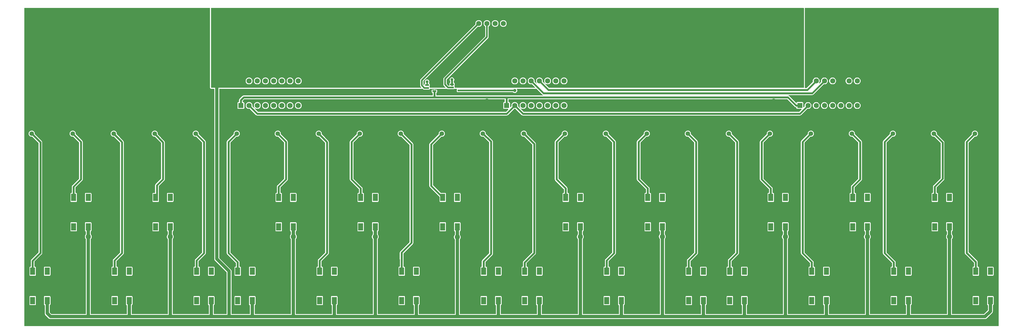
<source format=gtl>
G04 Layer: TopLayer*
G04 EasyEDA v6.5.43, 2024-08-27 15:16:03*
G04 cb6e2e9fbd21486d88ae5690d2d3dc00,10*
G04 Gerber Generator version 0.2*
G04 Scale: 100 percent, Rotated: No, Reflected: No *
G04 Dimensions in millimeters *
G04 leading zeros omitted , absolute positions ,4 integer and 5 decimal *
%FSLAX45Y45*%
%MOMM*%

%ADD10C,0.6000*%
%ADD11C,0.5000*%
%ADD12C,1.0000*%
%ADD13C,0.4000*%
%ADD14C,0.2540*%
%ADD15R,1.5000X2.3000*%
%ADD16R,1.1570X0.4900*%
%ADD17R,1.1750X0.4900*%
%ADD18C,1.6000*%
%ADD19R,1.6000X1.6000*%
%ADD20C,1.5748*%
%ADD21R,1.5748X1.5748*%
%ADD22C,1.4000*%
%ADD23C,0.9000*%
%ADD24C,0.0116*%

%LPD*%
G36*
X6068060Y4610100D02*
G01*
X6064148Y4610862D01*
X6060897Y4613097D01*
X6058662Y4616348D01*
X6057900Y4620260D01*
X6057900Y7075931D01*
X6058662Y7079843D01*
X6060897Y7083094D01*
X6064148Y7085330D01*
X6068060Y7086092D01*
X24411940Y7086092D01*
X24415851Y7085330D01*
X24419102Y7083094D01*
X24421338Y7079843D01*
X24422100Y7075931D01*
X24422100Y4620260D01*
X24421338Y4616348D01*
X24419102Y4613097D01*
X24415851Y4610862D01*
X24411940Y4610100D01*
X16529761Y4610100D01*
X16525900Y4610862D01*
X16522598Y4613097D01*
X16413327Y4722317D01*
X16411041Y4725873D01*
X16410381Y4730089D01*
X16411498Y4734153D01*
X16414191Y4737455D01*
X16418001Y4739335D01*
X16422217Y4739538D01*
X16426180Y4737963D01*
X16431615Y4734306D01*
X16444061Y4728159D01*
X16457168Y4723739D01*
X16470731Y4721047D01*
X16484549Y4720132D01*
X16498366Y4721047D01*
X16511981Y4723739D01*
X16525087Y4728159D01*
X16537482Y4734306D01*
X16549014Y4742027D01*
X16559428Y4751120D01*
X16568572Y4761534D01*
X16576243Y4773066D01*
X16582390Y4785512D01*
X16586860Y4798618D01*
X16589552Y4812182D01*
X16590467Y4826000D01*
X16589552Y4839817D01*
X16586860Y4853432D01*
X16582390Y4866538D01*
X16576243Y4878933D01*
X16568572Y4890465D01*
X16559428Y4900879D01*
X16549014Y4910023D01*
X16537482Y4917694D01*
X16525087Y4923840D01*
X16511981Y4928311D01*
X16498366Y4931003D01*
X16484549Y4931918D01*
X16470731Y4931003D01*
X16457168Y4928311D01*
X16444061Y4923840D01*
X16431615Y4917694D01*
X16420084Y4910023D01*
X16409669Y4900879D01*
X16400576Y4890465D01*
X16392855Y4878933D01*
X16386759Y4866538D01*
X16382288Y4853432D01*
X16379596Y4839817D01*
X16378682Y4826000D01*
X16379596Y4812182D01*
X16382288Y4798618D01*
X16386759Y4785512D01*
X16392855Y4773066D01*
X16396512Y4767630D01*
X16398087Y4763668D01*
X16397884Y4759452D01*
X16396004Y4755642D01*
X16392702Y4752949D01*
X16388638Y4751832D01*
X16384422Y4752492D01*
X16380866Y4754778D01*
X16337381Y4798263D01*
X16335451Y4800955D01*
X16334486Y4804156D01*
X16334587Y4807458D01*
X16335552Y4812182D01*
X16336467Y4826000D01*
X16335552Y4839817D01*
X16332860Y4853432D01*
X16328390Y4866538D01*
X16322243Y4878933D01*
X16314572Y4890465D01*
X16305428Y4900879D01*
X16295014Y4910023D01*
X16283482Y4917694D01*
X16271087Y4923840D01*
X16257981Y4928311D01*
X16244366Y4931003D01*
X16230549Y4931918D01*
X16216731Y4931003D01*
X16203168Y4928311D01*
X16190061Y4923840D01*
X16177615Y4917694D01*
X16166084Y4910023D01*
X16155669Y4900879D01*
X16146576Y4890465D01*
X16138855Y4878933D01*
X16132759Y4866538D01*
X16128288Y4853432D01*
X16125596Y4839817D01*
X16124682Y4826000D01*
X16125596Y4812182D01*
X16128288Y4798618D01*
X16132759Y4785512D01*
X16138855Y4773066D01*
X16142512Y4767630D01*
X16144087Y4763668D01*
X16143884Y4759452D01*
X16142004Y4755642D01*
X16138702Y4752949D01*
X16134638Y4751832D01*
X16130422Y4752492D01*
X16126866Y4754778D01*
X16083381Y4798263D01*
X16081451Y4800955D01*
X16080486Y4804156D01*
X16080587Y4807458D01*
X16081552Y4812182D01*
X16082467Y4826000D01*
X16081552Y4839817D01*
X16078860Y4853432D01*
X16074390Y4866538D01*
X16068243Y4878933D01*
X16060572Y4890465D01*
X16051428Y4900879D01*
X16041014Y4910023D01*
X16029482Y4917694D01*
X16017087Y4923840D01*
X16003981Y4928311D01*
X15990366Y4931003D01*
X15976549Y4931918D01*
X15962731Y4931003D01*
X15949168Y4928311D01*
X15936061Y4923840D01*
X15923615Y4917694D01*
X15912084Y4910023D01*
X15901669Y4900879D01*
X15892576Y4890465D01*
X15884855Y4878933D01*
X15878759Y4866538D01*
X15874288Y4853432D01*
X15871596Y4839817D01*
X15870682Y4826000D01*
X15871596Y4812182D01*
X15874288Y4798618D01*
X15878759Y4785512D01*
X15884855Y4773066D01*
X15892576Y4761534D01*
X15901669Y4751120D01*
X15912084Y4742027D01*
X15923615Y4734306D01*
X15936061Y4728159D01*
X15949168Y4723739D01*
X15962731Y4721047D01*
X15976549Y4720132D01*
X15990366Y4721047D01*
X15995142Y4721961D01*
X15998494Y4722063D01*
X16001644Y4721148D01*
X16004336Y4719218D01*
X16096081Y4627422D01*
X16098266Y4624171D01*
X16099078Y4620260D01*
X16098266Y4616348D01*
X16096081Y4613097D01*
X16092779Y4610862D01*
X16088918Y4610100D01*
X13618362Y4610100D01*
X13614450Y4610862D01*
X13611148Y4613097D01*
X13608964Y4616348D01*
X13608202Y4620260D01*
X13608202Y4646726D01*
X13607491Y4653026D01*
X13605560Y4658512D01*
X13601852Y4664405D01*
X13600734Y4666996D01*
X13600328Y4670806D01*
X13600734Y4673650D01*
X13601852Y4676241D01*
X13605560Y4682083D01*
X13607491Y4687570D01*
X13608202Y4693869D01*
X13608202Y4741722D01*
X13607491Y4748072D01*
X13605560Y4753508D01*
X13602462Y4758436D01*
X13598398Y4762500D01*
X13593470Y4765598D01*
X13587120Y4767783D01*
X13583615Y4769967D01*
X13581176Y4773320D01*
X13580363Y4777384D01*
X13580363Y4817211D01*
X13580719Y4820005D01*
X13581837Y4822545D01*
X13587577Y4831943D01*
X13591844Y4842205D01*
X13594435Y4853025D01*
X13595299Y4864100D01*
X13594435Y4875174D01*
X13591844Y4885994D01*
X13587577Y4896256D01*
X13581786Y4905756D01*
X13574572Y4914239D01*
X13566089Y4921453D01*
X13556589Y4927244D01*
X13546328Y4931511D01*
X13535507Y4934102D01*
X13524433Y4934966D01*
X13513358Y4934102D01*
X13502538Y4931511D01*
X13492276Y4927244D01*
X13482777Y4921453D01*
X13474293Y4914239D01*
X13467080Y4905756D01*
X13461288Y4896256D01*
X13457021Y4885994D01*
X13454430Y4875174D01*
X13453567Y4864100D01*
X13454430Y4853025D01*
X13457021Y4842205D01*
X13461288Y4831943D01*
X13467029Y4822545D01*
X13468146Y4820005D01*
X13468502Y4817211D01*
X13468502Y4777384D01*
X13467689Y4773320D01*
X13465251Y4769967D01*
X13461746Y4767834D01*
X13455345Y4765598D01*
X13450468Y4762500D01*
X13446353Y4758436D01*
X13443305Y4753508D01*
X13441375Y4748072D01*
X13440663Y4741722D01*
X13440663Y4693869D01*
X13442035Y4683404D01*
X13441172Y4679645D01*
X13438936Y4676546D01*
X13435685Y4674412D01*
X13431926Y4673701D01*
X13423798Y4673701D01*
X13419886Y4674463D01*
X13416635Y4676698D01*
X13363498Y4729835D01*
X13361263Y4733086D01*
X13360501Y4736998D01*
X13360501Y4864201D01*
X13361263Y4868113D01*
X13363498Y4871364D01*
X14640864Y6148730D01*
X14644014Y6152184D01*
X14646706Y6155690D01*
X14649094Y6159449D01*
X14651126Y6163411D01*
X14652853Y6167475D01*
X14654174Y6171742D01*
X14655139Y6176060D01*
X14655698Y6180480D01*
X14655901Y6185103D01*
X14655901Y6507022D01*
X14656460Y6510274D01*
X14657984Y6513220D01*
X14660422Y6515455D01*
X14668703Y6520992D01*
X14678964Y6530035D01*
X14688007Y6540296D01*
X14695627Y6551676D01*
X14701672Y6563969D01*
X14706041Y6576923D01*
X14708733Y6590334D01*
X14709648Y6604000D01*
X14708733Y6617665D01*
X14706041Y6631076D01*
X14701672Y6644030D01*
X14695627Y6656324D01*
X14688007Y6667703D01*
X14678964Y6677964D01*
X14668703Y6687007D01*
X14657324Y6694627D01*
X14645030Y6700672D01*
X14632076Y6705041D01*
X14618665Y6707733D01*
X14605000Y6708648D01*
X14591334Y6707733D01*
X14577923Y6705041D01*
X14564969Y6700672D01*
X14552676Y6694627D01*
X14541296Y6687007D01*
X14531035Y6677964D01*
X14521992Y6667703D01*
X14514372Y6656324D01*
X14508327Y6644030D01*
X14503958Y6631076D01*
X14501266Y6617665D01*
X14500351Y6604000D01*
X14501266Y6590334D01*
X14503958Y6576923D01*
X14508327Y6563969D01*
X14514372Y6551676D01*
X14521992Y6540296D01*
X14531035Y6530035D01*
X14541296Y6520992D01*
X14549577Y6515455D01*
X14552015Y6513220D01*
X14553539Y6510274D01*
X14554098Y6507022D01*
X14554098Y6210198D01*
X14553336Y6206286D01*
X14551101Y6203035D01*
X13273735Y4925669D01*
X13270585Y4922215D01*
X13267893Y4918710D01*
X13265505Y4914950D01*
X13263473Y4910988D01*
X13261746Y4906924D01*
X13260425Y4902657D01*
X13259460Y4898339D01*
X13258901Y4893919D01*
X13258698Y4889296D01*
X13258698Y4711903D01*
X13258901Y4707280D01*
X13259460Y4702860D01*
X13260425Y4698542D01*
X13261746Y4694275D01*
X13263473Y4690211D01*
X13265505Y4686249D01*
X13267893Y4682490D01*
X13270585Y4678984D01*
X13273735Y4675530D01*
X13321842Y4627422D01*
X13324078Y4624171D01*
X13324840Y4620260D01*
X13324078Y4616348D01*
X13321842Y4613097D01*
X13318540Y4610862D01*
X13314680Y4610100D01*
X12843662Y4610100D01*
X12839750Y4610862D01*
X12836448Y4613097D01*
X12834264Y4616348D01*
X12833502Y4620260D01*
X12833502Y4627422D01*
X12832791Y4633722D01*
X12830860Y4639208D01*
X12827152Y4645101D01*
X12826034Y4647692D01*
X12825628Y4651502D01*
X12826034Y4654346D01*
X12827152Y4656937D01*
X12830860Y4662779D01*
X12832791Y4668266D01*
X12833502Y4674565D01*
X12833502Y4722418D01*
X12832791Y4728768D01*
X12830860Y4734204D01*
X12827762Y4739132D01*
X12823698Y4743196D01*
X12818770Y4746294D01*
X12815519Y4747412D01*
X12811709Y4749800D01*
X12809321Y4753610D01*
X12808762Y4758080D01*
X12810236Y4762347D01*
X12813944Y4768443D01*
X12818211Y4778705D01*
X12820802Y4789525D01*
X12821666Y4800600D01*
X12820802Y4811674D01*
X12818211Y4822494D01*
X12813944Y4832756D01*
X12808153Y4842256D01*
X12800939Y4850739D01*
X12792456Y4857953D01*
X12782956Y4863744D01*
X12772694Y4868011D01*
X12761874Y4870602D01*
X12750800Y4871466D01*
X12739725Y4870602D01*
X12728905Y4868011D01*
X12718643Y4863744D01*
X12709144Y4857953D01*
X12700660Y4850739D01*
X12693446Y4842256D01*
X12687655Y4832756D01*
X12683388Y4822494D01*
X12680797Y4811674D01*
X12679934Y4800600D01*
X12680797Y4789525D01*
X12683388Y4778705D01*
X12687655Y4768443D01*
X12691008Y4762957D01*
X12692430Y4758690D01*
X12691922Y4754219D01*
X12689484Y4750409D01*
X12685674Y4748022D01*
X12680645Y4746294D01*
X12675768Y4743196D01*
X12671653Y4739132D01*
X12668605Y4734204D01*
X12666675Y4728768D01*
X12665964Y4722418D01*
X12665964Y4702556D01*
X12665202Y4698644D01*
X12662966Y4695393D01*
X12659715Y4693158D01*
X12655804Y4692396D01*
X12651943Y4693158D01*
X12648641Y4695393D01*
X12639598Y4704435D01*
X12637363Y4707686D01*
X12636601Y4711598D01*
X12636601Y4813401D01*
X12637363Y4817313D01*
X12639598Y4820564D01*
X14318437Y6499453D01*
X14321129Y6501333D01*
X14324279Y6502298D01*
X14327581Y6502196D01*
X14337334Y6500266D01*
X14351000Y6499352D01*
X14364665Y6500266D01*
X14378076Y6502958D01*
X14391030Y6507327D01*
X14403324Y6513372D01*
X14414703Y6520992D01*
X14424964Y6530035D01*
X14434007Y6540296D01*
X14441627Y6551676D01*
X14447672Y6563969D01*
X14452041Y6576923D01*
X14454733Y6590334D01*
X14455648Y6604000D01*
X14454733Y6617665D01*
X14452041Y6631076D01*
X14447672Y6644030D01*
X14441627Y6656324D01*
X14434007Y6667703D01*
X14424964Y6677964D01*
X14414703Y6687007D01*
X14403324Y6694627D01*
X14391030Y6700672D01*
X14378076Y6705041D01*
X14364665Y6707733D01*
X14351000Y6708648D01*
X14337334Y6707733D01*
X14323923Y6705041D01*
X14310969Y6700672D01*
X14298676Y6694627D01*
X14287296Y6687007D01*
X14277035Y6677964D01*
X14267992Y6667703D01*
X14260372Y6656324D01*
X14254327Y6644030D01*
X14249958Y6631076D01*
X14247266Y6617665D01*
X14246351Y6604000D01*
X14247266Y6590334D01*
X14249196Y6580581D01*
X14249298Y6577279D01*
X14248333Y6574129D01*
X14246453Y6571437D01*
X12549835Y4874869D01*
X12546685Y4871415D01*
X12543993Y4867910D01*
X12541605Y4864150D01*
X12539573Y4860188D01*
X12537846Y4856124D01*
X12536525Y4851857D01*
X12535560Y4847539D01*
X12535001Y4843119D01*
X12534798Y4838496D01*
X12534798Y4686503D01*
X12535001Y4681880D01*
X12535560Y4677460D01*
X12536525Y4673142D01*
X12537846Y4668875D01*
X12539573Y4664811D01*
X12541605Y4660849D01*
X12543993Y4657090D01*
X12546685Y4653584D01*
X12549835Y4650130D01*
X12572542Y4627422D01*
X12574778Y4624171D01*
X12575540Y4620260D01*
X12574778Y4616348D01*
X12572542Y4613097D01*
X12569240Y4610862D01*
X12565380Y4610100D01*
G37*

%LPC*%
G36*
X7746949Y4720132D02*
G01*
X7760766Y4721047D01*
X7774381Y4723739D01*
X7787487Y4728159D01*
X7799882Y4734306D01*
X7811414Y4742027D01*
X7821828Y4751120D01*
X7830972Y4761534D01*
X7838643Y4773066D01*
X7844790Y4785512D01*
X7849260Y4798618D01*
X7851952Y4812182D01*
X7852867Y4826000D01*
X7851952Y4839817D01*
X7849260Y4853432D01*
X7844790Y4866538D01*
X7838643Y4878933D01*
X7830972Y4890465D01*
X7821828Y4900879D01*
X7811414Y4910023D01*
X7799882Y4917694D01*
X7787487Y4923840D01*
X7774381Y4928311D01*
X7760766Y4931003D01*
X7746949Y4931918D01*
X7733131Y4931003D01*
X7719568Y4928311D01*
X7706461Y4923840D01*
X7694015Y4917694D01*
X7682484Y4910023D01*
X7672070Y4900879D01*
X7662976Y4890465D01*
X7655255Y4878933D01*
X7649159Y4866538D01*
X7644688Y4853432D01*
X7641996Y4839817D01*
X7641081Y4826000D01*
X7641996Y4812182D01*
X7644688Y4798618D01*
X7649159Y4785512D01*
X7655255Y4773066D01*
X7662976Y4761534D01*
X7672070Y4751120D01*
X7682484Y4742027D01*
X7694015Y4734306D01*
X7706461Y4728159D01*
X7719568Y4723739D01*
X7733131Y4721047D01*
G37*
G36*
X8508949Y4720132D02*
G01*
X8522766Y4721047D01*
X8536381Y4723739D01*
X8549487Y4728159D01*
X8561882Y4734306D01*
X8573414Y4742027D01*
X8583828Y4751120D01*
X8592972Y4761534D01*
X8600643Y4773066D01*
X8606790Y4785512D01*
X8611260Y4798618D01*
X8613952Y4812182D01*
X8614867Y4826000D01*
X8613952Y4839817D01*
X8611260Y4853432D01*
X8606790Y4866538D01*
X8600643Y4878933D01*
X8592972Y4890465D01*
X8583828Y4900879D01*
X8573414Y4910023D01*
X8561882Y4917694D01*
X8549487Y4923840D01*
X8536381Y4928311D01*
X8522766Y4931003D01*
X8508949Y4931918D01*
X8495131Y4931003D01*
X8481568Y4928311D01*
X8468461Y4923840D01*
X8456015Y4917694D01*
X8444484Y4910023D01*
X8434070Y4900879D01*
X8424976Y4890465D01*
X8417255Y4878933D01*
X8411159Y4866538D01*
X8406688Y4853432D01*
X8403996Y4839817D01*
X8403082Y4826000D01*
X8403996Y4812182D01*
X8406688Y4798618D01*
X8411159Y4785512D01*
X8417255Y4773066D01*
X8424976Y4761534D01*
X8434070Y4751120D01*
X8444484Y4742027D01*
X8456015Y4734306D01*
X8468461Y4728159D01*
X8481568Y4723739D01*
X8495131Y4721047D01*
G37*
G36*
X7492949Y4720132D02*
G01*
X7506766Y4721047D01*
X7520381Y4723739D01*
X7533487Y4728159D01*
X7545882Y4734306D01*
X7557414Y4742027D01*
X7567828Y4751120D01*
X7576972Y4761534D01*
X7584643Y4773066D01*
X7590790Y4785512D01*
X7595260Y4798618D01*
X7597952Y4812182D01*
X7598867Y4826000D01*
X7597952Y4839817D01*
X7595260Y4853432D01*
X7590790Y4866538D01*
X7584643Y4878933D01*
X7576972Y4890465D01*
X7567828Y4900879D01*
X7557414Y4910023D01*
X7545882Y4917694D01*
X7533487Y4923840D01*
X7520381Y4928311D01*
X7506766Y4931003D01*
X7492949Y4931918D01*
X7479131Y4931003D01*
X7465568Y4928311D01*
X7452461Y4923840D01*
X7440015Y4917694D01*
X7428484Y4910023D01*
X7418070Y4900879D01*
X7408976Y4890465D01*
X7401255Y4878933D01*
X7395159Y4866538D01*
X7390688Y4853432D01*
X7387996Y4839817D01*
X7387081Y4826000D01*
X7387996Y4812182D01*
X7390688Y4798618D01*
X7395159Y4785512D01*
X7401255Y4773066D01*
X7408976Y4761534D01*
X7418070Y4751120D01*
X7428484Y4742027D01*
X7440015Y4734306D01*
X7452461Y4728159D01*
X7465568Y4723739D01*
X7479131Y4721047D01*
G37*
G36*
X8254949Y4720132D02*
G01*
X8268766Y4721047D01*
X8282381Y4723739D01*
X8295487Y4728159D01*
X8307882Y4734306D01*
X8319414Y4742027D01*
X8329828Y4751120D01*
X8338972Y4761534D01*
X8346643Y4773066D01*
X8352790Y4785512D01*
X8357260Y4798618D01*
X8359952Y4812182D01*
X8360867Y4826000D01*
X8359952Y4839817D01*
X8357260Y4853432D01*
X8352790Y4866538D01*
X8346643Y4878933D01*
X8338972Y4890465D01*
X8329828Y4900879D01*
X8319414Y4910023D01*
X8307882Y4917694D01*
X8295487Y4923840D01*
X8282381Y4928311D01*
X8268766Y4931003D01*
X8254949Y4931918D01*
X8241131Y4931003D01*
X8227568Y4928311D01*
X8214461Y4923840D01*
X8202015Y4917694D01*
X8190484Y4910023D01*
X8180070Y4900879D01*
X8170976Y4890465D01*
X8163255Y4878933D01*
X8157159Y4866538D01*
X8152688Y4853432D01*
X8149996Y4839817D01*
X8149081Y4826000D01*
X8149996Y4812182D01*
X8152688Y4798618D01*
X8157159Y4785512D01*
X8163255Y4773066D01*
X8170976Y4761534D01*
X8180070Y4751120D01*
X8190484Y4742027D01*
X8202015Y4734306D01*
X8214461Y4728159D01*
X8227568Y4723739D01*
X8241131Y4721047D01*
G37*
G36*
X8000949Y4720132D02*
G01*
X8014766Y4721047D01*
X8028381Y4723739D01*
X8041487Y4728159D01*
X8053882Y4734306D01*
X8065414Y4742027D01*
X8075828Y4751120D01*
X8084972Y4761534D01*
X8092643Y4773066D01*
X8098790Y4785512D01*
X8103260Y4798618D01*
X8105952Y4812182D01*
X8106867Y4826000D01*
X8105952Y4839817D01*
X8103260Y4853432D01*
X8098790Y4866538D01*
X8092643Y4878933D01*
X8084972Y4890465D01*
X8075828Y4900879D01*
X8065414Y4910023D01*
X8053882Y4917694D01*
X8041487Y4923840D01*
X8028381Y4928311D01*
X8014766Y4931003D01*
X8000949Y4931918D01*
X7987131Y4931003D01*
X7973568Y4928311D01*
X7960461Y4923840D01*
X7948015Y4917694D01*
X7936484Y4910023D01*
X7926070Y4900879D01*
X7916976Y4890465D01*
X7909255Y4878933D01*
X7903159Y4866538D01*
X7898688Y4853432D01*
X7895996Y4839817D01*
X7895081Y4826000D01*
X7895996Y4812182D01*
X7898688Y4798618D01*
X7903159Y4785512D01*
X7909255Y4773066D01*
X7916976Y4761534D01*
X7926070Y4751120D01*
X7936484Y4742027D01*
X7948015Y4734306D01*
X7960461Y4728159D01*
X7973568Y4723739D01*
X7987131Y4721047D01*
G37*
G36*
X8762949Y4720132D02*
G01*
X8776766Y4721047D01*
X8790381Y4723739D01*
X8803487Y4728159D01*
X8815882Y4734306D01*
X8827414Y4742027D01*
X8837828Y4751120D01*
X8846972Y4761534D01*
X8854643Y4773066D01*
X8860790Y4785512D01*
X8865260Y4798618D01*
X8867952Y4812182D01*
X8868867Y4826000D01*
X8867952Y4839817D01*
X8865260Y4853432D01*
X8860790Y4866538D01*
X8854643Y4878933D01*
X8846972Y4890465D01*
X8837828Y4900879D01*
X8827414Y4910023D01*
X8815882Y4917694D01*
X8803487Y4923840D01*
X8790381Y4928311D01*
X8776766Y4931003D01*
X8762949Y4931918D01*
X8749131Y4931003D01*
X8735568Y4928311D01*
X8722461Y4923840D01*
X8710015Y4917694D01*
X8698484Y4910023D01*
X8688070Y4900879D01*
X8678976Y4890465D01*
X8671255Y4878933D01*
X8665159Y4866538D01*
X8660688Y4853432D01*
X8657996Y4839817D01*
X8657082Y4826000D01*
X8657996Y4812182D01*
X8660688Y4798618D01*
X8665159Y4785512D01*
X8671255Y4773066D01*
X8678976Y4761534D01*
X8688070Y4751120D01*
X8698484Y4742027D01*
X8710015Y4734306D01*
X8722461Y4728159D01*
X8735568Y4723739D01*
X8749131Y4721047D01*
G37*
G36*
X15722549Y4720132D02*
G01*
X15736366Y4721047D01*
X15749981Y4723739D01*
X15763087Y4728159D01*
X15775482Y4734306D01*
X15787014Y4742027D01*
X15797428Y4751120D01*
X15806572Y4761534D01*
X15814243Y4773066D01*
X15820390Y4785512D01*
X15824860Y4798618D01*
X15827552Y4812182D01*
X15828467Y4826000D01*
X15827552Y4839817D01*
X15824860Y4853432D01*
X15820390Y4866538D01*
X15814243Y4878933D01*
X15806572Y4890465D01*
X15797428Y4900879D01*
X15787014Y4910023D01*
X15775482Y4917694D01*
X15763087Y4923840D01*
X15749981Y4928311D01*
X15736366Y4931003D01*
X15722549Y4931918D01*
X15708731Y4931003D01*
X15695168Y4928311D01*
X15682061Y4923840D01*
X15669615Y4917694D01*
X15658084Y4910023D01*
X15647669Y4900879D01*
X15638576Y4890465D01*
X15630855Y4878933D01*
X15624759Y4866538D01*
X15620288Y4853432D01*
X15617596Y4839817D01*
X15616682Y4826000D01*
X15617596Y4812182D01*
X15620288Y4798618D01*
X15624759Y4785512D01*
X15630855Y4773066D01*
X15638576Y4761534D01*
X15647669Y4751120D01*
X15658084Y4742027D01*
X15669615Y4734306D01*
X15682061Y4728159D01*
X15695168Y4723739D01*
X15708731Y4721047D01*
G37*
G36*
X16738549Y4720132D02*
G01*
X16752366Y4721047D01*
X16765981Y4723739D01*
X16779087Y4728159D01*
X16791482Y4734306D01*
X16803014Y4742027D01*
X16813428Y4751120D01*
X16822572Y4761534D01*
X16830243Y4773066D01*
X16836390Y4785512D01*
X16840860Y4798618D01*
X16843552Y4812182D01*
X16844467Y4826000D01*
X16843552Y4839817D01*
X16840860Y4853432D01*
X16836390Y4866538D01*
X16830243Y4878933D01*
X16822572Y4890465D01*
X16813428Y4900879D01*
X16803014Y4910023D01*
X16791482Y4917694D01*
X16779087Y4923840D01*
X16765981Y4928311D01*
X16752366Y4931003D01*
X16738549Y4931918D01*
X16724731Y4931003D01*
X16711168Y4928311D01*
X16698061Y4923840D01*
X16685615Y4917694D01*
X16674084Y4910023D01*
X16663669Y4900879D01*
X16654576Y4890465D01*
X16646855Y4878933D01*
X16640759Y4866538D01*
X16636288Y4853432D01*
X16633596Y4839817D01*
X16632682Y4826000D01*
X16633596Y4812182D01*
X16636288Y4798618D01*
X16640759Y4785512D01*
X16646855Y4773066D01*
X16654576Y4761534D01*
X16663669Y4751120D01*
X16674084Y4742027D01*
X16685615Y4734306D01*
X16698061Y4728159D01*
X16711168Y4723739D01*
X16724731Y4721047D01*
G37*
G36*
X16992549Y4720132D02*
G01*
X17006366Y4721047D01*
X17019981Y4723739D01*
X17033087Y4728159D01*
X17045482Y4734306D01*
X17057014Y4742027D01*
X17067428Y4751120D01*
X17076572Y4761534D01*
X17084243Y4773066D01*
X17090390Y4785512D01*
X17094860Y4798618D01*
X17097552Y4812182D01*
X17098467Y4826000D01*
X17097552Y4839817D01*
X17094860Y4853432D01*
X17090390Y4866538D01*
X17084243Y4878933D01*
X17076572Y4890465D01*
X17067428Y4900879D01*
X17057014Y4910023D01*
X17045482Y4917694D01*
X17033087Y4923840D01*
X17019981Y4928311D01*
X17006366Y4931003D01*
X16992549Y4931918D01*
X16978731Y4931003D01*
X16965168Y4928311D01*
X16952061Y4923840D01*
X16939615Y4917694D01*
X16928084Y4910023D01*
X16917670Y4900879D01*
X16908576Y4890465D01*
X16900855Y4878933D01*
X16894759Y4866538D01*
X16890288Y4853432D01*
X16887596Y4839817D01*
X16886682Y4826000D01*
X16887596Y4812182D01*
X16890288Y4798618D01*
X16894759Y4785512D01*
X16900855Y4773066D01*
X16908576Y4761534D01*
X16917670Y4751120D01*
X16928084Y4742027D01*
X16939615Y4734306D01*
X16952061Y4728159D01*
X16965168Y4723739D01*
X16978731Y4721047D01*
G37*
G36*
X15468549Y4720132D02*
G01*
X15482366Y4721047D01*
X15495981Y4723739D01*
X15509087Y4728159D01*
X15521482Y4734306D01*
X15533014Y4742027D01*
X15543428Y4751120D01*
X15552572Y4761534D01*
X15560243Y4773066D01*
X15566390Y4785512D01*
X15570860Y4798618D01*
X15573552Y4812182D01*
X15574467Y4826000D01*
X15573552Y4839817D01*
X15570860Y4853432D01*
X15566390Y4866538D01*
X15560243Y4878933D01*
X15552572Y4890465D01*
X15543428Y4900879D01*
X15533014Y4910023D01*
X15521482Y4917694D01*
X15509087Y4923840D01*
X15495981Y4928311D01*
X15482366Y4931003D01*
X15468549Y4931918D01*
X15454731Y4931003D01*
X15441168Y4928311D01*
X15428061Y4923840D01*
X15415615Y4917694D01*
X15404084Y4910023D01*
X15393669Y4900879D01*
X15384576Y4890465D01*
X15376855Y4878933D01*
X15370759Y4866538D01*
X15366288Y4853432D01*
X15363596Y4839817D01*
X15362682Y4826000D01*
X15363596Y4812182D01*
X15366288Y4798618D01*
X15370759Y4785512D01*
X15376855Y4773066D01*
X15384576Y4761534D01*
X15393669Y4751120D01*
X15404084Y4742027D01*
X15415615Y4734306D01*
X15428061Y4728159D01*
X15441168Y4723739D01*
X15454731Y4721047D01*
G37*
G36*
X7238949Y4720132D02*
G01*
X7252766Y4721047D01*
X7266381Y4723739D01*
X7279487Y4728159D01*
X7291882Y4734306D01*
X7303414Y4742027D01*
X7313828Y4751120D01*
X7322972Y4761534D01*
X7330643Y4773066D01*
X7336790Y4785512D01*
X7341260Y4798618D01*
X7343952Y4812182D01*
X7344867Y4826000D01*
X7343952Y4839817D01*
X7341260Y4853432D01*
X7336790Y4866538D01*
X7330643Y4878933D01*
X7322972Y4890465D01*
X7313828Y4900879D01*
X7303414Y4910023D01*
X7291882Y4917694D01*
X7279487Y4923840D01*
X7266381Y4928311D01*
X7252766Y4931003D01*
X7238949Y4931918D01*
X7225131Y4931003D01*
X7211568Y4928311D01*
X7198461Y4923840D01*
X7186015Y4917694D01*
X7174484Y4910023D01*
X7164070Y4900879D01*
X7154976Y4890465D01*
X7147255Y4878933D01*
X7141159Y4866538D01*
X7136688Y4853432D01*
X7133996Y4839817D01*
X7133081Y4826000D01*
X7133996Y4812182D01*
X7136688Y4798618D01*
X7141159Y4785512D01*
X7147255Y4773066D01*
X7154976Y4761534D01*
X7164070Y4751120D01*
X7174484Y4742027D01*
X7186015Y4734306D01*
X7198461Y4728159D01*
X7211568Y4723739D01*
X7225131Y4721047D01*
G37*
G36*
X15113000Y6499352D02*
G01*
X15126665Y6500266D01*
X15140076Y6502958D01*
X15153030Y6507327D01*
X15165324Y6513372D01*
X15176703Y6520992D01*
X15186964Y6530035D01*
X15196007Y6540296D01*
X15203627Y6551676D01*
X15209672Y6563969D01*
X15214041Y6576923D01*
X15216733Y6590334D01*
X15217648Y6604000D01*
X15216733Y6617665D01*
X15214041Y6631076D01*
X15209672Y6644030D01*
X15203627Y6656324D01*
X15196007Y6667703D01*
X15186964Y6677964D01*
X15176703Y6687007D01*
X15165324Y6694627D01*
X15153030Y6700672D01*
X15140076Y6705041D01*
X15126665Y6707733D01*
X15113000Y6708648D01*
X15099334Y6707733D01*
X15085923Y6705041D01*
X15072969Y6700672D01*
X15060676Y6694627D01*
X15049296Y6687007D01*
X15039035Y6677964D01*
X15029992Y6667703D01*
X15022372Y6656324D01*
X15016327Y6644030D01*
X15011958Y6631076D01*
X15009266Y6617665D01*
X15008351Y6604000D01*
X15009266Y6590334D01*
X15011958Y6576923D01*
X15016327Y6563969D01*
X15022372Y6551676D01*
X15029992Y6540296D01*
X15039035Y6530035D01*
X15049296Y6520992D01*
X15060676Y6513372D01*
X15072969Y6507327D01*
X15085923Y6502958D01*
X15099334Y6500266D01*
G37*
G36*
X14859000Y6499352D02*
G01*
X14872665Y6500266D01*
X14886076Y6502958D01*
X14899030Y6507327D01*
X14911324Y6513372D01*
X14922703Y6520992D01*
X14932964Y6530035D01*
X14942007Y6540296D01*
X14949627Y6551676D01*
X14955672Y6563969D01*
X14960041Y6576923D01*
X14962733Y6590334D01*
X14963648Y6604000D01*
X14962733Y6617665D01*
X14960041Y6631076D01*
X14955672Y6644030D01*
X14949627Y6656324D01*
X14942007Y6667703D01*
X14932964Y6677964D01*
X14922703Y6687007D01*
X14911324Y6694627D01*
X14899030Y6700672D01*
X14886076Y6705041D01*
X14872665Y6707733D01*
X14859000Y6708648D01*
X14845334Y6707733D01*
X14831923Y6705041D01*
X14818969Y6700672D01*
X14806676Y6694627D01*
X14795296Y6687007D01*
X14785035Y6677964D01*
X14775992Y6667703D01*
X14768372Y6656324D01*
X14762327Y6644030D01*
X14757958Y6631076D01*
X14755266Y6617665D01*
X14754351Y6604000D01*
X14755266Y6590334D01*
X14757958Y6576923D01*
X14762327Y6563969D01*
X14768372Y6551676D01*
X14775992Y6540296D01*
X14785035Y6530035D01*
X14795296Y6520992D01*
X14806676Y6513372D01*
X14818969Y6507327D01*
X14831923Y6502958D01*
X14845334Y6500266D01*
G37*

%LPD*%
G36*
X15749981Y3865930D02*
G01*
X15746069Y3866692D01*
X15742767Y3868877D01*
X15651327Y3960317D01*
X15649041Y3963873D01*
X15648381Y3968089D01*
X15649498Y3972153D01*
X15652191Y3975455D01*
X15656001Y3977335D01*
X15660217Y3977538D01*
X15664180Y3975963D01*
X15669615Y3972306D01*
X15682061Y3966159D01*
X15695168Y3961739D01*
X15708731Y3959047D01*
X15722549Y3958132D01*
X15736366Y3959047D01*
X15749981Y3961739D01*
X15763087Y3966159D01*
X15775482Y3972306D01*
X15787014Y3980027D01*
X15797428Y3989120D01*
X15806572Y3999534D01*
X15814243Y4011066D01*
X15820390Y4023512D01*
X15824860Y4036618D01*
X15827552Y4050182D01*
X15828467Y4064000D01*
X15827552Y4077817D01*
X15824860Y4091432D01*
X15820390Y4104538D01*
X15814243Y4116933D01*
X15806572Y4128465D01*
X15797428Y4138879D01*
X15787014Y4148023D01*
X15775482Y4155694D01*
X15763087Y4161840D01*
X15749981Y4166311D01*
X15736366Y4169003D01*
X15722549Y4169918D01*
X15708731Y4169003D01*
X15695168Y4166311D01*
X15682061Y4161840D01*
X15669615Y4155694D01*
X15658084Y4148023D01*
X15647669Y4138879D01*
X15638576Y4128465D01*
X15630855Y4116933D01*
X15624759Y4104538D01*
X15620288Y4091432D01*
X15617596Y4077817D01*
X15616682Y4064000D01*
X15617596Y4050182D01*
X15620288Y4036618D01*
X15624759Y4023512D01*
X15630855Y4011066D01*
X15634512Y4005630D01*
X15636087Y4001668D01*
X15635884Y3997451D01*
X15634004Y3993642D01*
X15630702Y3990949D01*
X15626638Y3989832D01*
X15622422Y3990492D01*
X15618866Y3992778D01*
X15575381Y4036263D01*
X15573451Y4038955D01*
X15572486Y4042156D01*
X15572587Y4045458D01*
X15573552Y4050182D01*
X15574467Y4064000D01*
X15573552Y4077817D01*
X15570860Y4091432D01*
X15566390Y4104538D01*
X15560243Y4116933D01*
X15552572Y4128465D01*
X15543428Y4138879D01*
X15533014Y4148023D01*
X15521482Y4155694D01*
X15509087Y4161840D01*
X15495981Y4166311D01*
X15482366Y4169003D01*
X15468549Y4169918D01*
X15454731Y4169003D01*
X15441168Y4166311D01*
X15428061Y4161840D01*
X15415615Y4155694D01*
X15404084Y4148023D01*
X15393669Y4138879D01*
X15384576Y4128465D01*
X15376855Y4116933D01*
X15370759Y4104538D01*
X15366288Y4091432D01*
X15363596Y4077817D01*
X15362682Y4064000D01*
X15363596Y4050182D01*
X15364561Y4045407D01*
X15364663Y4042105D01*
X15363698Y4038904D01*
X15361767Y4036212D01*
X15337840Y4012285D01*
X15334538Y4010101D01*
X15330678Y4009339D01*
X15326766Y4010101D01*
X15323464Y4012285D01*
X15321280Y4015587D01*
X15320518Y4019499D01*
X15320518Y4143400D01*
X15319806Y4149750D01*
X15317876Y4155186D01*
X15314777Y4160113D01*
X15310713Y4164177D01*
X15305786Y4167276D01*
X15300350Y4169206D01*
X15294000Y4169918D01*
X15280690Y4169918D01*
X15276779Y4170679D01*
X15273477Y4172864D01*
X15271292Y4176166D01*
X15270530Y4180078D01*
X15270530Y4251909D01*
X15271292Y4255820D01*
X15273477Y4259122D01*
X15276779Y4261307D01*
X15280690Y4262069D01*
X23900942Y4262069D01*
X23904854Y4261307D01*
X23908156Y4259122D01*
X24142649Y4024629D01*
X24146408Y4021175D01*
X24150269Y4018229D01*
X24154384Y4015587D01*
X24158702Y4013352D01*
X24163223Y4011472D01*
X24167846Y4009999D01*
X24172468Y4008983D01*
X24179936Y4008323D01*
X24183543Y4007256D01*
X24186540Y4005021D01*
X24188521Y4001871D01*
X24189182Y3998163D01*
X24189182Y3984548D01*
X24189893Y3978249D01*
X24191823Y3972814D01*
X24194871Y3967886D01*
X24198986Y3963822D01*
X24203863Y3960723D01*
X24209349Y3958793D01*
X24215648Y3958082D01*
X24339600Y3958082D01*
X24343512Y3957320D01*
X24346763Y3955135D01*
X24348998Y3951833D01*
X24349760Y3947922D01*
X24348998Y3944061D01*
X24346763Y3940759D01*
X24274932Y3868877D01*
X24271630Y3866692D01*
X24267718Y3865930D01*
G37*

%LPC*%
G36*
X16484549Y3958132D02*
G01*
X16498366Y3959047D01*
X16511981Y3961739D01*
X16525087Y3966159D01*
X16537482Y3972306D01*
X16549014Y3980027D01*
X16559428Y3989120D01*
X16568572Y3999534D01*
X16576243Y4011066D01*
X16582390Y4023512D01*
X16586860Y4036618D01*
X16589552Y4050182D01*
X16590467Y4064000D01*
X16589552Y4077817D01*
X16586860Y4091432D01*
X16582390Y4104538D01*
X16576243Y4116933D01*
X16568572Y4128465D01*
X16559428Y4138879D01*
X16549014Y4148023D01*
X16537482Y4155694D01*
X16525087Y4161840D01*
X16511981Y4166311D01*
X16498366Y4169003D01*
X16484549Y4169918D01*
X16470731Y4169003D01*
X16457168Y4166311D01*
X16444061Y4161840D01*
X16431615Y4155694D01*
X16420084Y4148023D01*
X16409669Y4138879D01*
X16400576Y4128465D01*
X16392855Y4116933D01*
X16386759Y4104538D01*
X16382288Y4091432D01*
X16379596Y4077817D01*
X16378682Y4064000D01*
X16379596Y4050182D01*
X16382288Y4036618D01*
X16386759Y4023512D01*
X16392855Y4011066D01*
X16400576Y3999534D01*
X16409669Y3989120D01*
X16420084Y3980027D01*
X16431615Y3972306D01*
X16444061Y3966159D01*
X16457168Y3961739D01*
X16470731Y3959047D01*
G37*
G36*
X16230549Y3958132D02*
G01*
X16244366Y3959047D01*
X16257981Y3961739D01*
X16271087Y3966159D01*
X16283482Y3972306D01*
X16295014Y3980027D01*
X16305428Y3989120D01*
X16314572Y3999534D01*
X16322243Y4011066D01*
X16328390Y4023512D01*
X16332860Y4036618D01*
X16335552Y4050182D01*
X16336467Y4064000D01*
X16335552Y4077817D01*
X16332860Y4091432D01*
X16328390Y4104538D01*
X16322243Y4116933D01*
X16314572Y4128465D01*
X16305428Y4138879D01*
X16295014Y4148023D01*
X16283482Y4155694D01*
X16271087Y4161840D01*
X16257981Y4166311D01*
X16244366Y4169003D01*
X16230549Y4169918D01*
X16216731Y4169003D01*
X16203168Y4166311D01*
X16190061Y4161840D01*
X16177615Y4155694D01*
X16166084Y4148023D01*
X16155669Y4138879D01*
X16146576Y4128465D01*
X16138855Y4116933D01*
X16132759Y4104538D01*
X16128288Y4091432D01*
X16125596Y4077817D01*
X16124682Y4064000D01*
X16125596Y4050182D01*
X16128288Y4036618D01*
X16132759Y4023512D01*
X16138855Y4011066D01*
X16146576Y3999534D01*
X16155669Y3989120D01*
X16166084Y3980027D01*
X16177615Y3972306D01*
X16190061Y3966159D01*
X16203168Y3961739D01*
X16216731Y3959047D01*
G37*
G36*
X16738549Y3958132D02*
G01*
X16752366Y3959047D01*
X16765981Y3961739D01*
X16779087Y3966159D01*
X16791482Y3972306D01*
X16803014Y3980027D01*
X16813428Y3989120D01*
X16822572Y3999534D01*
X16830243Y4011066D01*
X16836390Y4023512D01*
X16840860Y4036618D01*
X16843552Y4050182D01*
X16844467Y4064000D01*
X16843552Y4077817D01*
X16840860Y4091432D01*
X16836390Y4104538D01*
X16830243Y4116933D01*
X16822572Y4128465D01*
X16813428Y4138879D01*
X16803014Y4148023D01*
X16791482Y4155694D01*
X16779087Y4161840D01*
X16765981Y4166311D01*
X16752366Y4169003D01*
X16738549Y4169918D01*
X16724731Y4169003D01*
X16711168Y4166311D01*
X16698061Y4161840D01*
X16685615Y4155694D01*
X16674084Y4148023D01*
X16663669Y4138879D01*
X16654576Y4128465D01*
X16646855Y4116933D01*
X16640759Y4104538D01*
X16636288Y4091432D01*
X16633596Y4077817D01*
X16632682Y4064000D01*
X16633596Y4050182D01*
X16636288Y4036618D01*
X16640759Y4023512D01*
X16646855Y4011066D01*
X16654576Y3999534D01*
X16663669Y3989120D01*
X16674084Y3980027D01*
X16685615Y3972306D01*
X16698061Y3966159D01*
X16711168Y3961739D01*
X16724731Y3959047D01*
G37*
G36*
X15976549Y3958132D02*
G01*
X15990366Y3959047D01*
X16003981Y3961739D01*
X16017087Y3966159D01*
X16029482Y3972306D01*
X16041014Y3980027D01*
X16051428Y3989120D01*
X16060572Y3999534D01*
X16068243Y4011066D01*
X16074390Y4023512D01*
X16078860Y4036618D01*
X16081552Y4050182D01*
X16082467Y4064000D01*
X16081552Y4077817D01*
X16078860Y4091432D01*
X16074390Y4104538D01*
X16068243Y4116933D01*
X16060572Y4128465D01*
X16051428Y4138879D01*
X16041014Y4148023D01*
X16029482Y4155694D01*
X16017087Y4161840D01*
X16003981Y4166311D01*
X15990366Y4169003D01*
X15976549Y4169918D01*
X15962731Y4169003D01*
X15949168Y4166311D01*
X15936061Y4161840D01*
X15923615Y4155694D01*
X15912084Y4148023D01*
X15901669Y4138879D01*
X15892576Y4128465D01*
X15884855Y4116933D01*
X15878759Y4104538D01*
X15874288Y4091432D01*
X15871596Y4077817D01*
X15870682Y4064000D01*
X15871596Y4050182D01*
X15874288Y4036618D01*
X15878759Y4023512D01*
X15884855Y4011066D01*
X15892576Y3999534D01*
X15901669Y3989120D01*
X15912084Y3980027D01*
X15923615Y3972306D01*
X15936061Y3966159D01*
X15949168Y3961739D01*
X15962731Y3959047D01*
G37*
G36*
X16992549Y3958132D02*
G01*
X17006366Y3959047D01*
X17019981Y3961739D01*
X17033087Y3966159D01*
X17045482Y3972306D01*
X17057014Y3980027D01*
X17067428Y3989120D01*
X17076572Y3999534D01*
X17084243Y4011066D01*
X17090390Y4023512D01*
X17094860Y4036618D01*
X17097552Y4050182D01*
X17098467Y4064000D01*
X17097552Y4077817D01*
X17094860Y4091432D01*
X17090390Y4104538D01*
X17084243Y4116933D01*
X17076572Y4128465D01*
X17067428Y4138879D01*
X17057014Y4148023D01*
X17045482Y4155694D01*
X17033087Y4161840D01*
X17019981Y4166311D01*
X17006366Y4169003D01*
X16992549Y4169918D01*
X16978731Y4169003D01*
X16965168Y4166311D01*
X16952061Y4161840D01*
X16939615Y4155694D01*
X16928084Y4148023D01*
X16917670Y4138879D01*
X16908576Y4128465D01*
X16900855Y4116933D01*
X16894759Y4104538D01*
X16890288Y4091432D01*
X16887596Y4077817D01*
X16886682Y4064000D01*
X16887596Y4050182D01*
X16890288Y4036618D01*
X16894759Y4023512D01*
X16900855Y4011066D01*
X16908576Y3999534D01*
X16917670Y3989120D01*
X16928084Y3980027D01*
X16939615Y3972306D01*
X16952061Y3966159D01*
X16965168Y3961739D01*
X16978731Y3959047D01*
G37*

%LPD*%
G36*
X290068Y-2768092D02*
G01*
X286156Y-2767330D01*
X282905Y-2765094D01*
X280670Y-2761843D01*
X279908Y-2757932D01*
X279908Y7075931D01*
X280670Y7079843D01*
X282905Y7083094D01*
X286156Y7085330D01*
X290068Y7086092D01*
X6021832Y7086092D01*
X6025743Y7085330D01*
X6028994Y7083094D01*
X6031230Y7079843D01*
X6031992Y7075931D01*
X6031992Y4610658D01*
X6032703Y4604359D01*
X6034633Y4598873D01*
X6037681Y4593996D01*
X6041796Y4589881D01*
X6046673Y4586833D01*
X6052159Y4584903D01*
X6058458Y4584192D01*
X6149644Y4584192D01*
X6153505Y4583430D01*
X6156807Y4581194D01*
X6159042Y4577943D01*
X6159804Y4574032D01*
X6159855Y-688441D01*
X6160668Y-697280D01*
X6161074Y-699719D01*
X6163208Y-708355D01*
X6163970Y-710692D01*
X6167374Y-718921D01*
X6168491Y-721106D01*
X6173114Y-728726D01*
X6180175Y-737565D01*
X6539433Y-1096873D01*
X6541617Y-1100175D01*
X6542379Y-1104036D01*
X6542379Y-2390444D01*
X6541617Y-2394305D01*
X6539433Y-2397607D01*
X6536131Y-2399842D01*
X6532219Y-2400604D01*
X6153048Y-2400604D01*
X6149187Y-2399842D01*
X6145885Y-2397607D01*
X6143650Y-2394305D01*
X6142888Y-2390444D01*
X6142888Y-2128062D01*
X6143752Y-2123998D01*
X6146139Y-2120646D01*
X6149695Y-2118512D01*
X6153200Y-2117293D01*
X6158077Y-2114194D01*
X6162192Y-2110079D01*
X6165240Y-2105202D01*
X6167170Y-2099716D01*
X6167882Y-2093417D01*
X6167882Y-1864563D01*
X6167170Y-1858264D01*
X6165240Y-1852777D01*
X6162192Y-1847900D01*
X6158077Y-1843786D01*
X6153200Y-1840687D01*
X6147714Y-1838807D01*
X6141415Y-1838096D01*
X5992571Y-1838096D01*
X5986221Y-1838807D01*
X5980785Y-1840687D01*
X5975858Y-1843786D01*
X5971794Y-1847900D01*
X5968695Y-1852777D01*
X5966764Y-1858264D01*
X5966053Y-1864563D01*
X5966053Y-2093417D01*
X5966764Y-2099716D01*
X5968695Y-2105202D01*
X5971794Y-2110079D01*
X5975858Y-2114194D01*
X5980785Y-2117293D01*
X5984290Y-2118512D01*
X5987846Y-2120646D01*
X5990234Y-2124049D01*
X5991098Y-2128113D01*
X5991098Y-2390444D01*
X5990285Y-2394305D01*
X5988100Y-2397607D01*
X5984798Y-2399842D01*
X5980938Y-2400604D01*
X4883150Y-2400604D01*
X4879289Y-2399842D01*
X4875987Y-2397607D01*
X4873752Y-2394305D01*
X4872990Y-2390444D01*
X4872939Y-77470D01*
X4873599Y-73863D01*
X4875479Y-70764D01*
X4881016Y-64465D01*
X4888687Y-52933D01*
X4894834Y-40538D01*
X4899253Y-27381D01*
X4901996Y-13817D01*
X4902860Y0D01*
X4901996Y13817D01*
X4899253Y27381D01*
X4894834Y40538D01*
X4888687Y52933D01*
X4881016Y64465D01*
X4875428Y70815D01*
X4873548Y73914D01*
X4872888Y77520D01*
X4872888Y157937D01*
X4873752Y162001D01*
X4876139Y165354D01*
X4879695Y167487D01*
X4883200Y168706D01*
X4888077Y171805D01*
X4892192Y175920D01*
X4895240Y180797D01*
X4897170Y186283D01*
X4897882Y192582D01*
X4897882Y421436D01*
X4897170Y427735D01*
X4895240Y433222D01*
X4892192Y438099D01*
X4888077Y442214D01*
X4883200Y445312D01*
X4877714Y447192D01*
X4871415Y447903D01*
X4722571Y447903D01*
X4716221Y447192D01*
X4710785Y445312D01*
X4705858Y442214D01*
X4701794Y438099D01*
X4698695Y433222D01*
X4696764Y427735D01*
X4696053Y421436D01*
X4696053Y192582D01*
X4696764Y186283D01*
X4698695Y180797D01*
X4701794Y175920D01*
X4705858Y171805D01*
X4710785Y168706D01*
X4714290Y167487D01*
X4717846Y165354D01*
X4720234Y161950D01*
X4721098Y157886D01*
X4721098Y77520D01*
X4720437Y73914D01*
X4718558Y70815D01*
X4712970Y64465D01*
X4705299Y52933D01*
X4699152Y40538D01*
X4694732Y27381D01*
X4691989Y13817D01*
X4691126Y0D01*
X4691989Y-13817D01*
X4694732Y-27381D01*
X4699152Y-40538D01*
X4705299Y-52933D01*
X4712970Y-64465D01*
X4718608Y-70866D01*
X4720488Y-74015D01*
X4721148Y-77571D01*
X4721199Y-2390444D01*
X4720386Y-2394305D01*
X4718202Y-2397607D01*
X4714900Y-2399842D01*
X4711039Y-2400604D01*
X3613150Y-2400604D01*
X3609289Y-2399842D01*
X3605987Y-2397607D01*
X3603751Y-2394305D01*
X3602990Y-2390444D01*
X3602990Y-2128062D01*
X3603802Y-2123998D01*
X3606190Y-2120595D01*
X3609746Y-2118461D01*
X3613200Y-2117293D01*
X3618077Y-2114194D01*
X3622192Y-2110079D01*
X3625240Y-2105202D01*
X3627170Y-2099716D01*
X3627882Y-2093417D01*
X3627882Y-1864563D01*
X3627170Y-1858264D01*
X3625240Y-1852777D01*
X3622192Y-1847900D01*
X3618077Y-1843786D01*
X3613200Y-1840687D01*
X3607714Y-1838807D01*
X3601415Y-1838096D01*
X3452571Y-1838096D01*
X3446221Y-1838807D01*
X3440785Y-1840687D01*
X3435858Y-1843786D01*
X3431794Y-1847900D01*
X3428695Y-1852777D01*
X3426764Y-1858264D01*
X3426053Y-1864563D01*
X3426053Y-2093417D01*
X3426764Y-2099716D01*
X3428695Y-2105202D01*
X3431794Y-2110079D01*
X3435858Y-2114194D01*
X3440785Y-2117293D01*
X3444341Y-2118512D01*
X3447897Y-2120646D01*
X3450285Y-2124049D01*
X3451148Y-2128113D01*
X3451199Y-2390444D01*
X3450386Y-2394305D01*
X3448202Y-2397607D01*
X3444900Y-2399842D01*
X3441039Y-2400604D01*
X2346655Y-2400604D01*
X2342794Y-2399842D01*
X2339492Y-2397607D01*
X2337257Y-2394305D01*
X2336495Y-2390444D01*
X2336495Y-77520D01*
X2337155Y-73914D01*
X2339035Y-70815D01*
X2344623Y-64465D01*
X2352294Y-52933D01*
X2358440Y-40538D01*
X2362860Y-27381D01*
X2365603Y-13817D01*
X2366467Y0D01*
X2365603Y13817D01*
X2362860Y27381D01*
X2358440Y40538D01*
X2352294Y52933D01*
X2344623Y64465D01*
X2335428Y74930D01*
X2333548Y78028D01*
X2332888Y81635D01*
X2332888Y157937D01*
X2333752Y162001D01*
X2336139Y165354D01*
X2339695Y167487D01*
X2343200Y168706D01*
X2348077Y171805D01*
X2352192Y175920D01*
X2355240Y180797D01*
X2357170Y186283D01*
X2357882Y192582D01*
X2357882Y421436D01*
X2357170Y427735D01*
X2355240Y433222D01*
X2352192Y438099D01*
X2348077Y442214D01*
X2343200Y445312D01*
X2337714Y447192D01*
X2331415Y447903D01*
X2182571Y447903D01*
X2176221Y447192D01*
X2170785Y445312D01*
X2165858Y442214D01*
X2161794Y438099D01*
X2158695Y433222D01*
X2156764Y427735D01*
X2156053Y421436D01*
X2156053Y192582D01*
X2156764Y186283D01*
X2158695Y180797D01*
X2161794Y175920D01*
X2165858Y171805D01*
X2170785Y168706D01*
X2174290Y167487D01*
X2177846Y165354D01*
X2180234Y161950D01*
X2181098Y157886D01*
X2181098Y73406D01*
X2180437Y69799D01*
X2178558Y66700D01*
X2176576Y64465D01*
X2168906Y52933D01*
X2162759Y40538D01*
X2158339Y27381D01*
X2155596Y13817D01*
X2154732Y0D01*
X2155596Y-13817D01*
X2158339Y-27381D01*
X2162759Y-40538D01*
X2168906Y-52933D01*
X2176576Y-64465D01*
X2182164Y-70815D01*
X2184044Y-73914D01*
X2184704Y-77520D01*
X2184704Y-2390444D01*
X2183942Y-2394305D01*
X2181707Y-2397607D01*
X2178405Y-2399842D01*
X2174544Y-2400604D01*
X1123950Y-2400604D01*
X1120038Y-2399842D01*
X1116736Y-2397607D01*
X1065885Y-2346756D01*
X1063650Y-2343454D01*
X1062888Y-2339543D01*
X1062888Y-2128062D01*
X1063752Y-2123998D01*
X1066139Y-2120646D01*
X1069695Y-2118512D01*
X1073200Y-2117293D01*
X1078077Y-2114194D01*
X1082192Y-2110079D01*
X1085240Y-2105202D01*
X1087170Y-2099716D01*
X1087882Y-2093417D01*
X1087882Y-1864563D01*
X1087170Y-1858264D01*
X1085240Y-1852777D01*
X1082192Y-1847900D01*
X1078077Y-1843786D01*
X1073200Y-1840687D01*
X1067714Y-1838807D01*
X1061415Y-1838096D01*
X912571Y-1838096D01*
X906221Y-1838807D01*
X900785Y-1840687D01*
X895858Y-1843786D01*
X891794Y-1847900D01*
X888695Y-1852777D01*
X886764Y-1858264D01*
X886053Y-1864563D01*
X886053Y-2093417D01*
X886764Y-2099716D01*
X888695Y-2105202D01*
X891794Y-2110079D01*
X895858Y-2114194D01*
X900785Y-2117293D01*
X904290Y-2118512D01*
X907846Y-2120646D01*
X910234Y-2124049D01*
X911098Y-2128113D01*
X911148Y-2377846D01*
X911961Y-2386685D01*
X912368Y-2389124D01*
X914501Y-2397760D01*
X915263Y-2400096D01*
X918667Y-2408326D01*
X919784Y-2410510D01*
X924407Y-2418130D01*
X931468Y-2426970D01*
X1034338Y-2529890D01*
X1043228Y-2537561D01*
X1052830Y-2543606D01*
X1063244Y-2548128D01*
X1074166Y-2551074D01*
X1085443Y-2552344D01*
X30031791Y-2552344D01*
X30040630Y-2551531D01*
X30043069Y-2551125D01*
X30051705Y-2548991D01*
X30054042Y-2548229D01*
X30062271Y-2544826D01*
X30064456Y-2543708D01*
X30072076Y-2539085D01*
X30080915Y-2532024D01*
X30252415Y-2360523D01*
X30258105Y-2353665D01*
X30259527Y-2351633D01*
X30264100Y-2344013D01*
X30265217Y-2341829D01*
X30268621Y-2333599D01*
X30269383Y-2331262D01*
X30271516Y-2322677D01*
X30271923Y-2320239D01*
X30272786Y-2311400D01*
X30272837Y-2128113D01*
X30273650Y-2124049D01*
X30276088Y-2120646D01*
X30279644Y-2118512D01*
X30283150Y-2117293D01*
X30288026Y-2114194D01*
X30292141Y-2110079D01*
X30295189Y-2105202D01*
X30297120Y-2099716D01*
X30297831Y-2093417D01*
X30297831Y-1864563D01*
X30297120Y-1858264D01*
X30295189Y-1852777D01*
X30292141Y-1847900D01*
X30288026Y-1843786D01*
X30283150Y-1840687D01*
X30277663Y-1838807D01*
X30271364Y-1838096D01*
X30122469Y-1838096D01*
X30116170Y-1838807D01*
X30110684Y-1840687D01*
X30105807Y-1843786D01*
X30101692Y-1847900D01*
X30098644Y-1852777D01*
X30096714Y-1858264D01*
X30096002Y-1864563D01*
X30096002Y-2093417D01*
X30096714Y-2099716D01*
X30098644Y-2105202D01*
X30101692Y-2110079D01*
X30105807Y-2114194D01*
X30110684Y-2117293D01*
X30114189Y-2118512D01*
X30117745Y-2120646D01*
X30120183Y-2124049D01*
X30120996Y-2128113D01*
X30120996Y-2273096D01*
X30120234Y-2276957D01*
X30118050Y-2280259D01*
X30000702Y-2397607D01*
X29997400Y-2399842D01*
X29993488Y-2400604D01*
X29016706Y-2400604D01*
X29012845Y-2399842D01*
X29009543Y-2397607D01*
X29007308Y-2394305D01*
X29006546Y-2390444D01*
X29006495Y-77520D01*
X29007155Y-73914D01*
X29009035Y-70815D01*
X29014623Y-64465D01*
X29022294Y-52933D01*
X29028440Y-40538D01*
X29032860Y-27381D01*
X29035603Y-13817D01*
X29036467Y0D01*
X29035603Y13817D01*
X29032860Y27381D01*
X29028440Y40538D01*
X29022294Y52933D01*
X29014623Y64465D01*
X29009035Y70815D01*
X29007155Y73914D01*
X29006495Y77520D01*
X29006495Y159207D01*
X29007308Y163220D01*
X29009644Y166573D01*
X29018026Y171805D01*
X29022141Y175920D01*
X29025189Y180797D01*
X29027120Y186283D01*
X29027831Y192582D01*
X29027831Y421436D01*
X29027120Y427735D01*
X29025189Y433222D01*
X29022141Y438099D01*
X29018026Y442214D01*
X29013150Y445312D01*
X29007663Y447192D01*
X29001364Y447903D01*
X28852469Y447903D01*
X28846170Y447192D01*
X28840684Y445312D01*
X28835807Y442214D01*
X28831692Y438099D01*
X28828644Y433222D01*
X28826714Y427735D01*
X28826002Y421436D01*
X28826002Y192582D01*
X28826714Y186283D01*
X28828644Y180797D01*
X28831692Y175920D01*
X28835807Y171805D01*
X28840633Y168757D01*
X28847745Y166420D01*
X28851352Y164287D01*
X28853841Y160883D01*
X28854704Y156768D01*
X28854704Y77520D01*
X28854044Y73914D01*
X28852164Y70815D01*
X28846576Y64465D01*
X28838906Y52933D01*
X28832759Y40538D01*
X28828339Y27381D01*
X28825596Y13817D01*
X28824732Y0D01*
X28825596Y-13817D01*
X28828339Y-27381D01*
X28832759Y-40538D01*
X28838906Y-52933D01*
X28846576Y-64465D01*
X28852164Y-70815D01*
X28854044Y-73914D01*
X28854704Y-77520D01*
X28854755Y-2390444D01*
X28853942Y-2394305D01*
X28851758Y-2397607D01*
X28848456Y-2399842D01*
X28844595Y-2400604D01*
X27742997Y-2400604D01*
X27739136Y-2399842D01*
X27735834Y-2397607D01*
X27733599Y-2394305D01*
X27732837Y-2390444D01*
X27732837Y-2128113D01*
X27733701Y-2124049D01*
X27736088Y-2120646D01*
X27739644Y-2118512D01*
X27743150Y-2117293D01*
X27748026Y-2114194D01*
X27752141Y-2110079D01*
X27755189Y-2105202D01*
X27757120Y-2099716D01*
X27757831Y-2093417D01*
X27757831Y-1864563D01*
X27757120Y-1858264D01*
X27755189Y-1852777D01*
X27752141Y-1847900D01*
X27748026Y-1843786D01*
X27743150Y-1840687D01*
X27737663Y-1838807D01*
X27731364Y-1838096D01*
X27582520Y-1838096D01*
X27576170Y-1838807D01*
X27570734Y-1840687D01*
X27565807Y-1843786D01*
X27561743Y-1847900D01*
X27558644Y-1852777D01*
X27556714Y-1858264D01*
X27556002Y-1864563D01*
X27556002Y-2093417D01*
X27556714Y-2099716D01*
X27558644Y-2105202D01*
X27561743Y-2110079D01*
X27565807Y-2114194D01*
X27570734Y-2117293D01*
X27574189Y-2118512D01*
X27577745Y-2120646D01*
X27580183Y-2124049D01*
X27580996Y-2128113D01*
X27581047Y-2390444D01*
X27580234Y-2394305D01*
X27578050Y-2397607D01*
X27574748Y-2399842D01*
X27570887Y-2400604D01*
X26472997Y-2400604D01*
X26469136Y-2399842D01*
X26465834Y-2397607D01*
X26463650Y-2394305D01*
X26462837Y-2390444D01*
X26462837Y-77520D01*
X26463498Y-73914D01*
X26465377Y-70815D01*
X26470965Y-64465D01*
X26478636Y-52933D01*
X26484783Y-40538D01*
X26489202Y-27381D01*
X26491946Y-13817D01*
X26492809Y0D01*
X26491946Y13817D01*
X26489202Y27381D01*
X26484783Y40538D01*
X26478636Y52933D01*
X26470965Y64465D01*
X26465428Y70764D01*
X26463548Y73914D01*
X26462888Y77470D01*
X26462837Y157886D01*
X26463650Y161950D01*
X26466088Y165354D01*
X26469644Y167487D01*
X26473150Y168706D01*
X26478026Y171805D01*
X26482141Y175920D01*
X26485189Y180797D01*
X26487120Y186283D01*
X26487831Y192582D01*
X26487831Y421436D01*
X26487120Y427735D01*
X26485189Y433222D01*
X26482141Y438099D01*
X26478026Y442214D01*
X26473150Y445312D01*
X26467663Y447192D01*
X26461364Y447903D01*
X26312520Y447903D01*
X26306170Y447192D01*
X26300734Y445312D01*
X26295807Y442214D01*
X26291743Y438099D01*
X26288644Y433222D01*
X26286714Y427735D01*
X26286002Y421436D01*
X26286002Y192582D01*
X26286714Y186283D01*
X26288644Y180797D01*
X26291743Y175920D01*
X26295807Y171805D01*
X26300734Y168706D01*
X26304189Y167487D01*
X26307745Y165354D01*
X26310132Y162001D01*
X26310996Y157937D01*
X26311047Y77571D01*
X26310437Y73964D01*
X26308558Y70866D01*
X26302919Y64465D01*
X26295248Y52933D01*
X26289101Y40538D01*
X26284682Y27381D01*
X26281938Y13817D01*
X26281075Y0D01*
X26281938Y-13817D01*
X26284682Y-27381D01*
X26289101Y-40538D01*
X26295248Y-52933D01*
X26302919Y-64465D01*
X26308507Y-70815D01*
X26310386Y-73914D01*
X26311047Y-77520D01*
X26311047Y-2390444D01*
X26310285Y-2394305D01*
X26308050Y-2397607D01*
X26304748Y-2399842D01*
X26300887Y-2400604D01*
X25203099Y-2400604D01*
X25199238Y-2399842D01*
X25195936Y-2397607D01*
X25193752Y-2394305D01*
X25192939Y-2390444D01*
X25192939Y-2128062D01*
X25193802Y-2123998D01*
X25196190Y-2120595D01*
X25199746Y-2118461D01*
X25203200Y-2117293D01*
X25208077Y-2114194D01*
X25212192Y-2110079D01*
X25215240Y-2105202D01*
X25217170Y-2099716D01*
X25217882Y-2093417D01*
X25217882Y-1864563D01*
X25217170Y-1858264D01*
X25215240Y-1852777D01*
X25212192Y-1847900D01*
X25208077Y-1843786D01*
X25203200Y-1840687D01*
X25197714Y-1838807D01*
X25191415Y-1838096D01*
X25042571Y-1838096D01*
X25036221Y-1838807D01*
X25030785Y-1840687D01*
X25025858Y-1843786D01*
X25021794Y-1847900D01*
X25018695Y-1852777D01*
X25016764Y-1858264D01*
X25016053Y-1864563D01*
X25016053Y-2093417D01*
X25016764Y-2099716D01*
X25018695Y-2105202D01*
X25021794Y-2110079D01*
X25025858Y-2114194D01*
X25030785Y-2117293D01*
X25034341Y-2118512D01*
X25037897Y-2120646D01*
X25040285Y-2124049D01*
X25041148Y-2128113D01*
X25041148Y-2390444D01*
X25040386Y-2394305D01*
X25038151Y-2397607D01*
X25034849Y-2399842D01*
X25030988Y-2400604D01*
X23933099Y-2400604D01*
X23929238Y-2399842D01*
X23925936Y-2397607D01*
X23923752Y-2394305D01*
X23922939Y-2390444D01*
X23922939Y-77419D01*
X23923599Y-73812D01*
X23925479Y-70713D01*
X23930965Y-64465D01*
X23938636Y-52933D01*
X23944783Y-40538D01*
X23949202Y-27381D01*
X23951946Y-13817D01*
X23952809Y0D01*
X23951946Y13817D01*
X23949202Y27381D01*
X23944783Y40538D01*
X23938636Y52933D01*
X23930965Y64465D01*
X23925479Y70713D01*
X23923599Y73812D01*
X23922939Y77419D01*
X23922939Y157937D01*
X23923802Y162001D01*
X23926190Y165404D01*
X23929746Y167538D01*
X23933200Y168706D01*
X23938077Y171805D01*
X23942192Y175920D01*
X23945240Y180797D01*
X23947170Y186283D01*
X23947882Y192582D01*
X23947882Y421436D01*
X23947170Y427735D01*
X23945240Y433222D01*
X23942192Y438099D01*
X23938077Y442214D01*
X23933200Y445312D01*
X23927714Y447192D01*
X23921415Y447903D01*
X23772571Y447903D01*
X23766221Y447192D01*
X23760785Y445312D01*
X23755858Y442214D01*
X23751794Y438099D01*
X23748695Y433222D01*
X23746764Y427735D01*
X23746053Y421436D01*
X23746053Y192582D01*
X23746764Y186283D01*
X23748695Y180797D01*
X23751794Y175920D01*
X23755858Y171805D01*
X23760785Y168706D01*
X23764341Y167487D01*
X23767897Y165354D01*
X23770285Y161950D01*
X23771148Y157886D01*
X23771148Y77622D01*
X23770488Y74066D01*
X23768608Y70916D01*
X23762919Y64465D01*
X23755248Y52933D01*
X23749101Y40538D01*
X23744682Y27381D01*
X23741938Y13817D01*
X23741075Y0D01*
X23741938Y-13817D01*
X23744682Y-27381D01*
X23749101Y-40538D01*
X23755248Y-52933D01*
X23762919Y-64465D01*
X23768608Y-70916D01*
X23770488Y-74066D01*
X23771148Y-77622D01*
X23771148Y-2390444D01*
X23770386Y-2394305D01*
X23768151Y-2397607D01*
X23764849Y-2399842D01*
X23760988Y-2400604D01*
X22663099Y-2400604D01*
X22659238Y-2399842D01*
X22655936Y-2397607D01*
X22653752Y-2394305D01*
X22652939Y-2390444D01*
X22652939Y-2128062D01*
X22653802Y-2123998D01*
X22656190Y-2120595D01*
X22659746Y-2118461D01*
X22663200Y-2117293D01*
X22668077Y-2114194D01*
X22672192Y-2110079D01*
X22675240Y-2105202D01*
X22677170Y-2099716D01*
X22677882Y-2093417D01*
X22677882Y-1864563D01*
X22677170Y-1858264D01*
X22675240Y-1852777D01*
X22672192Y-1847900D01*
X22668077Y-1843786D01*
X22663200Y-1840687D01*
X22657714Y-1838807D01*
X22651415Y-1838096D01*
X22502571Y-1838096D01*
X22496221Y-1838807D01*
X22490785Y-1840687D01*
X22485858Y-1843786D01*
X22481794Y-1847900D01*
X22478695Y-1852777D01*
X22476764Y-1858264D01*
X22476053Y-1864563D01*
X22476053Y-2093417D01*
X22476764Y-2099716D01*
X22478695Y-2105202D01*
X22481794Y-2110079D01*
X22485858Y-2114194D01*
X22490785Y-2117293D01*
X22494341Y-2118512D01*
X22497897Y-2120646D01*
X22500285Y-2124049D01*
X22501148Y-2128113D01*
X22501148Y-2390444D01*
X22500386Y-2394305D01*
X22498151Y-2397607D01*
X22494849Y-2399842D01*
X22490988Y-2400604D01*
X21393099Y-2400604D01*
X21389238Y-2399842D01*
X21385936Y-2397607D01*
X21383752Y-2394305D01*
X21382939Y-2390444D01*
X21382939Y-2128062D01*
X21383802Y-2123998D01*
X21386190Y-2120595D01*
X21389746Y-2118461D01*
X21393200Y-2117293D01*
X21398077Y-2114194D01*
X21402192Y-2110079D01*
X21405240Y-2105202D01*
X21407170Y-2099716D01*
X21407882Y-2093417D01*
X21407882Y-1864563D01*
X21407170Y-1858264D01*
X21405240Y-1852777D01*
X21402192Y-1847900D01*
X21398077Y-1843786D01*
X21393200Y-1840687D01*
X21387714Y-1838807D01*
X21381415Y-1838096D01*
X21232571Y-1838096D01*
X21226221Y-1838807D01*
X21220785Y-1840687D01*
X21215858Y-1843786D01*
X21211794Y-1847900D01*
X21208695Y-1852777D01*
X21206764Y-1858264D01*
X21206053Y-1864563D01*
X21206053Y-2093417D01*
X21206764Y-2099716D01*
X21208695Y-2105202D01*
X21211794Y-2110079D01*
X21215858Y-2114194D01*
X21220785Y-2117293D01*
X21224341Y-2118512D01*
X21227897Y-2120646D01*
X21230285Y-2124049D01*
X21231148Y-2128113D01*
X21231148Y-2390444D01*
X21230386Y-2394305D01*
X21228151Y-2397607D01*
X21224849Y-2399842D01*
X21220988Y-2400604D01*
X20123048Y-2400604D01*
X20119136Y-2399842D01*
X20115834Y-2397607D01*
X20113650Y-2394305D01*
X20112888Y-2390444D01*
X20112888Y-73914D01*
X20113548Y-70307D01*
X20115428Y-67208D01*
X20121016Y-60858D01*
X20128687Y-49326D01*
X20134834Y-36931D01*
X20139253Y-23774D01*
X20141996Y-10210D01*
X20142860Y3606D01*
X20141996Y17424D01*
X20139253Y30988D01*
X20134834Y44145D01*
X20128687Y56540D01*
X20121016Y68072D01*
X20115428Y74422D01*
X20113548Y77520D01*
X20112888Y81127D01*
X20112888Y157937D01*
X20113752Y162001D01*
X20116139Y165354D01*
X20119695Y167487D01*
X20123200Y168706D01*
X20128077Y171805D01*
X20132192Y175920D01*
X20135240Y180797D01*
X20137170Y186283D01*
X20137882Y192582D01*
X20137882Y421436D01*
X20137170Y427735D01*
X20135240Y433222D01*
X20132192Y438099D01*
X20128077Y442214D01*
X20123200Y445312D01*
X20117714Y447192D01*
X20111415Y447903D01*
X19962571Y447903D01*
X19956221Y447192D01*
X19950785Y445312D01*
X19945858Y442214D01*
X19941794Y438099D01*
X19938695Y433222D01*
X19936764Y427735D01*
X19936053Y421436D01*
X19936053Y192582D01*
X19936764Y186283D01*
X19938695Y180797D01*
X19941794Y175920D01*
X19945858Y171805D01*
X19950785Y168706D01*
X19954290Y167487D01*
X19957846Y165354D01*
X19960234Y161950D01*
X19961098Y157886D01*
X19961098Y81127D01*
X19960437Y77520D01*
X19958558Y74422D01*
X19952970Y68072D01*
X19945299Y56540D01*
X19939152Y44145D01*
X19934732Y30988D01*
X19931989Y17424D01*
X19931126Y3606D01*
X19931989Y-10210D01*
X19934732Y-23774D01*
X19939152Y-36931D01*
X19945299Y-49326D01*
X19952970Y-60858D01*
X19958558Y-67208D01*
X19960437Y-70307D01*
X19961098Y-73914D01*
X19961047Y-2390444D01*
X19960285Y-2394305D01*
X19958100Y-2397607D01*
X19954798Y-2399842D01*
X19950887Y-2400604D01*
X18853150Y-2400604D01*
X18849238Y-2399842D01*
X18845936Y-2397607D01*
X18843752Y-2394305D01*
X18842990Y-2390444D01*
X18842939Y-2128062D01*
X18843802Y-2123998D01*
X18846190Y-2120595D01*
X18849746Y-2118461D01*
X18853200Y-2117293D01*
X18858077Y-2114194D01*
X18862192Y-2110079D01*
X18865240Y-2105202D01*
X18867170Y-2099716D01*
X18867882Y-2093417D01*
X18867882Y-1864563D01*
X18867170Y-1858264D01*
X18865240Y-1852777D01*
X18862192Y-1847900D01*
X18858077Y-1843786D01*
X18853200Y-1840687D01*
X18847714Y-1838807D01*
X18841415Y-1838096D01*
X18692571Y-1838096D01*
X18686221Y-1838807D01*
X18680785Y-1840687D01*
X18675858Y-1843786D01*
X18671794Y-1847900D01*
X18668695Y-1852777D01*
X18666764Y-1858264D01*
X18666053Y-1864563D01*
X18666053Y-2093417D01*
X18666764Y-2099716D01*
X18668695Y-2105202D01*
X18671794Y-2110079D01*
X18675858Y-2114194D01*
X18680785Y-2117293D01*
X18684341Y-2118512D01*
X18687897Y-2120646D01*
X18690285Y-2124049D01*
X18691148Y-2128113D01*
X18691148Y-2390444D01*
X18690386Y-2394305D01*
X18688151Y-2397607D01*
X18684900Y-2399842D01*
X18680988Y-2400604D01*
X17583048Y-2400604D01*
X17579136Y-2399842D01*
X17575834Y-2397607D01*
X17573650Y-2394305D01*
X17572888Y-2390444D01*
X17572888Y-77520D01*
X17573548Y-73914D01*
X17575377Y-70815D01*
X17580965Y-64465D01*
X17588687Y-52933D01*
X17594783Y-40538D01*
X17599253Y-27381D01*
X17601946Y-13817D01*
X17602860Y0D01*
X17601946Y13817D01*
X17599253Y27381D01*
X17594783Y40538D01*
X17588687Y52933D01*
X17580965Y64465D01*
X17575479Y70713D01*
X17573599Y73863D01*
X17572939Y77419D01*
X17572939Y157937D01*
X17573802Y162001D01*
X17576190Y165404D01*
X17579746Y167538D01*
X17583200Y168706D01*
X17588077Y171805D01*
X17592192Y175920D01*
X17595240Y180797D01*
X17597170Y186283D01*
X17597882Y192582D01*
X17597882Y421436D01*
X17597170Y427735D01*
X17595240Y433222D01*
X17592192Y438099D01*
X17588077Y442214D01*
X17583200Y445312D01*
X17577714Y447192D01*
X17571415Y447903D01*
X17422571Y447903D01*
X17416221Y447192D01*
X17410785Y445312D01*
X17405858Y442214D01*
X17401794Y438099D01*
X17398695Y433222D01*
X17396764Y427735D01*
X17396053Y421436D01*
X17396053Y192582D01*
X17396764Y186283D01*
X17398695Y180797D01*
X17401794Y175920D01*
X17405858Y171805D01*
X17410785Y168706D01*
X17414341Y167487D01*
X17417897Y165354D01*
X17420285Y161950D01*
X17421148Y157886D01*
X17421148Y77622D01*
X17420488Y74015D01*
X17418608Y70916D01*
X17412970Y64465D01*
X17405248Y52933D01*
X17399152Y40538D01*
X17394682Y27381D01*
X17391989Y13817D01*
X17391075Y0D01*
X17391989Y-13817D01*
X17394682Y-27381D01*
X17399152Y-40538D01*
X17405248Y-52933D01*
X17412970Y-64465D01*
X17418558Y-70815D01*
X17420386Y-73914D01*
X17421047Y-77520D01*
X17421047Y-2390444D01*
X17420285Y-2394305D01*
X17418100Y-2397607D01*
X17414798Y-2399842D01*
X17410887Y-2400604D01*
X16313150Y-2400604D01*
X16309238Y-2399842D01*
X16305936Y-2397607D01*
X16303751Y-2394305D01*
X16302990Y-2390444D01*
X16302939Y-2128062D01*
X16303802Y-2123998D01*
X16306190Y-2120595D01*
X16309746Y-2118461D01*
X16313200Y-2117293D01*
X16318077Y-2114194D01*
X16322192Y-2110079D01*
X16325240Y-2105202D01*
X16327170Y-2099716D01*
X16327882Y-2093417D01*
X16327882Y-1864563D01*
X16327170Y-1858264D01*
X16325240Y-1852777D01*
X16322192Y-1847900D01*
X16318077Y-1843786D01*
X16313200Y-1840687D01*
X16307714Y-1838807D01*
X16301415Y-1838096D01*
X16152571Y-1838096D01*
X16146221Y-1838807D01*
X16140785Y-1840687D01*
X16135857Y-1843786D01*
X16131794Y-1847900D01*
X16128695Y-1852777D01*
X16126764Y-1858264D01*
X16126053Y-1864563D01*
X16126053Y-2093417D01*
X16126764Y-2099716D01*
X16128695Y-2105202D01*
X16131794Y-2110079D01*
X16135857Y-2114194D01*
X16140785Y-2117293D01*
X16144341Y-2118512D01*
X16147897Y-2120646D01*
X16150285Y-2124049D01*
X16151148Y-2128113D01*
X16151148Y-2390444D01*
X16150386Y-2394305D01*
X16148202Y-2397607D01*
X16144900Y-2399842D01*
X16140988Y-2400604D01*
X15043150Y-2400604D01*
X15039238Y-2399842D01*
X15035936Y-2397607D01*
X15033751Y-2394305D01*
X15032990Y-2390444D01*
X15032939Y-2128062D01*
X15033802Y-2123998D01*
X15036190Y-2120595D01*
X15039746Y-2118461D01*
X15043200Y-2117293D01*
X15048077Y-2114194D01*
X15052192Y-2110079D01*
X15055240Y-2105202D01*
X15057170Y-2099716D01*
X15057882Y-2093417D01*
X15057882Y-1864563D01*
X15057170Y-1858264D01*
X15055240Y-1852777D01*
X15052192Y-1847900D01*
X15048077Y-1843786D01*
X15043200Y-1840687D01*
X15037714Y-1838807D01*
X15031415Y-1838096D01*
X14882571Y-1838096D01*
X14876221Y-1838807D01*
X14870785Y-1840687D01*
X14865857Y-1843786D01*
X14861794Y-1847900D01*
X14858695Y-1852777D01*
X14856764Y-1858264D01*
X14856053Y-1864563D01*
X14856053Y-2093417D01*
X14856764Y-2099716D01*
X14858695Y-2105202D01*
X14861794Y-2110079D01*
X14865857Y-2114194D01*
X14870785Y-2117293D01*
X14874341Y-2118512D01*
X14877897Y-2120646D01*
X14880285Y-2124049D01*
X14881148Y-2128113D01*
X14881148Y-2390444D01*
X14880386Y-2394305D01*
X14878202Y-2397607D01*
X14874900Y-2399842D01*
X14870988Y-2400604D01*
X13773150Y-2400604D01*
X13769238Y-2399842D01*
X13765936Y-2397607D01*
X13763751Y-2394305D01*
X13762990Y-2390444D01*
X13762939Y-90119D01*
X13763599Y-86563D01*
X13765479Y-83413D01*
X13770965Y-77165D01*
X13778687Y-65633D01*
X13784783Y-53238D01*
X13789253Y-40081D01*
X13791946Y-26517D01*
X13792860Y-12700D01*
X13791946Y1117D01*
X13789253Y14681D01*
X13784783Y27838D01*
X13778687Y40233D01*
X13770965Y51765D01*
X13765377Y58115D01*
X13763548Y61214D01*
X13762888Y64820D01*
X13762888Y157886D01*
X13763751Y161950D01*
X13766139Y165354D01*
X13769695Y167487D01*
X13773200Y168706D01*
X13778077Y171805D01*
X13782192Y175920D01*
X13785240Y180797D01*
X13787170Y186283D01*
X13787882Y192582D01*
X13787882Y421436D01*
X13787170Y427735D01*
X13785240Y433222D01*
X13782192Y438099D01*
X13778077Y442214D01*
X13773200Y445312D01*
X13767714Y447192D01*
X13761415Y447903D01*
X13612571Y447903D01*
X13606221Y447192D01*
X13600785Y445312D01*
X13595857Y442214D01*
X13591794Y438099D01*
X13588695Y433222D01*
X13586764Y427735D01*
X13586053Y421436D01*
X13586053Y192582D01*
X13586764Y186283D01*
X13588695Y180797D01*
X13591794Y175920D01*
X13595857Y171805D01*
X13600785Y168706D01*
X13604290Y167487D01*
X13607846Y165354D01*
X13610234Y161950D01*
X13611047Y157886D01*
X13611047Y64820D01*
X13610437Y61264D01*
X13608557Y58115D01*
X13602969Y51765D01*
X13595248Y40233D01*
X13589152Y27838D01*
X13584682Y14681D01*
X13581989Y1117D01*
X13581075Y-12700D01*
X13581989Y-26517D01*
X13584682Y-40081D01*
X13589152Y-53238D01*
X13595248Y-65633D01*
X13602969Y-77165D01*
X13608608Y-83616D01*
X13610488Y-86715D01*
X13611148Y-90322D01*
X13611148Y-2390444D01*
X13610386Y-2394305D01*
X13608202Y-2397607D01*
X13604900Y-2399842D01*
X13600988Y-2400604D01*
X12503150Y-2400604D01*
X12499238Y-2399842D01*
X12495936Y-2397607D01*
X12493752Y-2394305D01*
X12492990Y-2390444D01*
X12492939Y-2128062D01*
X12493802Y-2123998D01*
X12496190Y-2120595D01*
X12499746Y-2118461D01*
X12503200Y-2117293D01*
X12508077Y-2114194D01*
X12512192Y-2110079D01*
X12515240Y-2105202D01*
X12517170Y-2099716D01*
X12517882Y-2093417D01*
X12517882Y-1864563D01*
X12517170Y-1858264D01*
X12515240Y-1852777D01*
X12512192Y-1847900D01*
X12508077Y-1843786D01*
X12503200Y-1840687D01*
X12497714Y-1838807D01*
X12491415Y-1838096D01*
X12342571Y-1838096D01*
X12336221Y-1838807D01*
X12330785Y-1840687D01*
X12325858Y-1843786D01*
X12321794Y-1847900D01*
X12318695Y-1852777D01*
X12316764Y-1858264D01*
X12316053Y-1864563D01*
X12316053Y-2093417D01*
X12316764Y-2099716D01*
X12318695Y-2105202D01*
X12321794Y-2110079D01*
X12325858Y-2114194D01*
X12330785Y-2117293D01*
X12334341Y-2118512D01*
X12337897Y-2120646D01*
X12340285Y-2124049D01*
X12341148Y-2128113D01*
X12341148Y-2390444D01*
X12340386Y-2394305D01*
X12338202Y-2397607D01*
X12334900Y-2399842D01*
X12330988Y-2400604D01*
X11233150Y-2400604D01*
X11229238Y-2399842D01*
X11225936Y-2397607D01*
X11223752Y-2394305D01*
X11222990Y-2390444D01*
X11222939Y-77419D01*
X11223599Y-73863D01*
X11225479Y-70713D01*
X11230965Y-64465D01*
X11238687Y-52933D01*
X11244783Y-40538D01*
X11249253Y-27381D01*
X11251946Y-13817D01*
X11252860Y0D01*
X11251946Y13817D01*
X11249253Y27381D01*
X11244783Y40538D01*
X11238687Y52933D01*
X11230965Y64465D01*
X11225428Y70815D01*
X11223548Y73914D01*
X11222888Y77520D01*
X11222888Y157937D01*
X11223752Y161950D01*
X11226139Y165354D01*
X11229695Y167487D01*
X11233200Y168706D01*
X11238077Y171805D01*
X11242192Y175920D01*
X11245240Y180797D01*
X11247170Y186283D01*
X11247882Y192582D01*
X11247882Y421436D01*
X11247170Y427735D01*
X11245240Y433222D01*
X11242192Y438099D01*
X11238077Y442214D01*
X11233200Y445312D01*
X11227714Y447192D01*
X11221415Y447903D01*
X11072571Y447903D01*
X11066221Y447192D01*
X11060785Y445312D01*
X11055858Y442214D01*
X11051794Y438099D01*
X11048695Y433222D01*
X11046764Y427735D01*
X11046053Y421436D01*
X11046053Y192582D01*
X11046764Y186283D01*
X11048695Y180797D01*
X11051794Y175920D01*
X11055858Y171805D01*
X11060785Y168706D01*
X11064290Y167487D01*
X11067846Y165354D01*
X11070234Y161950D01*
X11071098Y157886D01*
X11071098Y77520D01*
X11070437Y73964D01*
X11068558Y70815D01*
X11062970Y64465D01*
X11055248Y52933D01*
X11049152Y40538D01*
X11044682Y27381D01*
X11041989Y13817D01*
X11041075Y0D01*
X11041989Y-13817D01*
X11044682Y-27381D01*
X11049152Y-40538D01*
X11055248Y-52933D01*
X11062970Y-64465D01*
X11068608Y-70916D01*
X11070488Y-74015D01*
X11071148Y-77622D01*
X11071148Y-2390444D01*
X11070386Y-2394305D01*
X11068202Y-2397607D01*
X11064900Y-2399842D01*
X11060988Y-2400604D01*
X9963150Y-2400604D01*
X9959238Y-2399842D01*
X9955936Y-2397607D01*
X9953752Y-2394305D01*
X9952990Y-2390444D01*
X9952939Y-2128062D01*
X9953802Y-2123998D01*
X9956190Y-2120595D01*
X9959746Y-2118461D01*
X9963200Y-2117293D01*
X9968077Y-2114194D01*
X9972192Y-2110079D01*
X9975240Y-2105202D01*
X9977170Y-2099716D01*
X9977882Y-2093417D01*
X9977882Y-1864563D01*
X9977170Y-1858264D01*
X9975240Y-1852777D01*
X9972192Y-1847900D01*
X9968077Y-1843786D01*
X9963200Y-1840687D01*
X9957714Y-1838807D01*
X9951415Y-1838096D01*
X9802571Y-1838096D01*
X9796221Y-1838807D01*
X9790785Y-1840687D01*
X9785858Y-1843786D01*
X9781794Y-1847900D01*
X9778695Y-1852777D01*
X9776764Y-1858264D01*
X9776053Y-1864563D01*
X9776053Y-2093417D01*
X9776764Y-2099716D01*
X9778695Y-2105202D01*
X9781794Y-2110079D01*
X9785858Y-2114194D01*
X9790785Y-2117293D01*
X9794341Y-2118512D01*
X9797897Y-2120646D01*
X9800285Y-2124049D01*
X9801148Y-2128113D01*
X9801148Y-2390444D01*
X9800386Y-2394305D01*
X9798202Y-2397607D01*
X9794900Y-2399842D01*
X9790988Y-2400604D01*
X8696655Y-2400604D01*
X8692743Y-2399842D01*
X8689441Y-2397607D01*
X8687257Y-2394305D01*
X8686495Y-2390444D01*
X8686495Y-77520D01*
X8687155Y-73914D01*
X8689035Y-70815D01*
X8694623Y-64465D01*
X8702294Y-52933D01*
X8708440Y-40538D01*
X8712860Y-27381D01*
X8715603Y-13817D01*
X8716467Y0D01*
X8715603Y13817D01*
X8712860Y27381D01*
X8708440Y40538D01*
X8702294Y52933D01*
X8694623Y64465D01*
X8689035Y70815D01*
X8687155Y73914D01*
X8686495Y77520D01*
X8686495Y159156D01*
X8687358Y163220D01*
X8689695Y166573D01*
X8698077Y171805D01*
X8702192Y175920D01*
X8705240Y180797D01*
X8707170Y186283D01*
X8707882Y192582D01*
X8707882Y421436D01*
X8707170Y427735D01*
X8705240Y433222D01*
X8702192Y438099D01*
X8698077Y442214D01*
X8693200Y445312D01*
X8687714Y447192D01*
X8681415Y447903D01*
X8532571Y447903D01*
X8526221Y447192D01*
X8520785Y445312D01*
X8515858Y442214D01*
X8511794Y438099D01*
X8508695Y433222D01*
X8506764Y427735D01*
X8506053Y421436D01*
X8506053Y192582D01*
X8506764Y186283D01*
X8508695Y180797D01*
X8511794Y175920D01*
X8515858Y171805D01*
X8520684Y168757D01*
X8527745Y166420D01*
X8531352Y164287D01*
X8533841Y160883D01*
X8534704Y156768D01*
X8534704Y77520D01*
X8534044Y73914D01*
X8532164Y70815D01*
X8526576Y64465D01*
X8518906Y52933D01*
X8512759Y40538D01*
X8508339Y27381D01*
X8505596Y13817D01*
X8504732Y0D01*
X8505596Y-13817D01*
X8508339Y-27381D01*
X8512759Y-40538D01*
X8518906Y-52933D01*
X8526576Y-64465D01*
X8532164Y-70815D01*
X8534044Y-73914D01*
X8534704Y-77520D01*
X8534654Y-2390444D01*
X8533892Y-2394305D01*
X8531707Y-2397607D01*
X8528405Y-2399842D01*
X8524494Y-2400604D01*
X7423150Y-2400604D01*
X7419238Y-2399842D01*
X7415936Y-2397607D01*
X7413752Y-2394305D01*
X7412990Y-2390444D01*
X7412939Y-2128062D01*
X7413802Y-2123998D01*
X7416190Y-2120595D01*
X7419746Y-2118461D01*
X7423200Y-2117293D01*
X7428077Y-2114194D01*
X7432192Y-2110079D01*
X7435240Y-2105202D01*
X7437170Y-2099716D01*
X7437881Y-2093417D01*
X7437881Y-1864563D01*
X7437170Y-1858264D01*
X7435240Y-1852777D01*
X7432192Y-1847900D01*
X7428077Y-1843786D01*
X7423200Y-1840687D01*
X7417714Y-1838807D01*
X7411415Y-1838096D01*
X7262571Y-1838096D01*
X7256221Y-1838807D01*
X7250785Y-1840687D01*
X7245858Y-1843786D01*
X7241794Y-1847900D01*
X7238695Y-1852777D01*
X7236764Y-1858264D01*
X7236053Y-1864563D01*
X7236053Y-2093417D01*
X7236764Y-2099716D01*
X7238695Y-2105202D01*
X7241794Y-2110079D01*
X7245858Y-2114194D01*
X7250785Y-2117293D01*
X7254341Y-2118512D01*
X7257897Y-2120646D01*
X7260285Y-2124049D01*
X7261148Y-2128113D01*
X7261148Y-2390444D01*
X7260386Y-2394305D01*
X7258202Y-2397607D01*
X7254900Y-2399842D01*
X7250988Y-2400604D01*
X6704380Y-2400604D01*
X6700469Y-2399842D01*
X6697167Y-2397607D01*
X6694982Y-2394305D01*
X6694220Y-2390444D01*
X6694170Y-1065733D01*
X6693306Y-1056894D01*
X6692900Y-1054455D01*
X6690766Y-1045870D01*
X6690004Y-1043533D01*
X6686600Y-1035303D01*
X6685483Y-1033119D01*
X6680911Y-1025499D01*
X6679488Y-1023467D01*
X6673799Y-1016660D01*
X6314592Y-657352D01*
X6312357Y-654050D01*
X6311595Y-650138D01*
X6311595Y4574032D01*
X6312357Y4577943D01*
X6314592Y4581194D01*
X6317894Y4583430D01*
X6321755Y4584192D01*
X12611608Y4584192D01*
X12615468Y4583430D01*
X12618770Y4581194D01*
X12632334Y4567631D01*
X12635788Y4564481D01*
X12639294Y4561789D01*
X12643053Y4559401D01*
X12647015Y4557369D01*
X12651079Y4555642D01*
X12655346Y4554321D01*
X12659664Y4553356D01*
X12664084Y4552797D01*
X12668707Y4552594D01*
X12749326Y4552594D01*
X12755524Y4553102D01*
X12806984Y4553102D01*
X12813334Y4553813D01*
X12818770Y4555693D01*
X12823698Y4558792D01*
X12827762Y4562906D01*
X12830860Y4567783D01*
X12832791Y4573270D01*
X12832994Y4575149D01*
X12834061Y4578705D01*
X12836296Y4581601D01*
X12839446Y4583531D01*
X12843103Y4584192D01*
X12974320Y4584192D01*
X12978638Y4583226D01*
X12980466Y4581855D01*
X12982295Y4583226D01*
X12986613Y4584192D01*
X13361822Y4584192D01*
X13364819Y4583734D01*
X13367512Y4582464D01*
X13373150Y4578654D01*
X13377011Y4576673D01*
X13381075Y4574946D01*
X13385342Y4573625D01*
X13389660Y4572660D01*
X13394080Y4572101D01*
X13398703Y4571898D01*
X13523976Y4571898D01*
X13530173Y4572406D01*
X13581684Y4572406D01*
X13588034Y4573117D01*
X13593470Y4574997D01*
X13598398Y4578096D01*
X13601496Y4581194D01*
X13604798Y4583430D01*
X13608710Y4584192D01*
X13667740Y4584192D01*
X13671956Y4583277D01*
X13675410Y4580737D01*
X13677493Y4576978D01*
X13677798Y4572660D01*
X13676376Y4568647D01*
X13673124Y4563516D01*
X13671245Y4558030D01*
X13670534Y4551730D01*
X13670534Y4503877D01*
X13671245Y4497527D01*
X13673124Y4492091D01*
X13676223Y4487164D01*
X13680287Y4483100D01*
X13685215Y4480001D01*
X13690650Y4478121D01*
X13697000Y4477410D01*
X13749528Y4477410D01*
X13755624Y4476902D01*
X15408249Y4476902D01*
X15412262Y4476089D01*
X15415615Y4473752D01*
X15418104Y4471162D01*
X15427350Y4464100D01*
X15437561Y4458563D01*
X15448483Y4454601D01*
X15459913Y4452416D01*
X15471495Y4451959D01*
X15483027Y4453280D01*
X15494254Y4456379D01*
X15504871Y4461154D01*
X15514574Y4467453D01*
X15523260Y4475175D01*
X15530677Y4484116D01*
X15536621Y4494123D01*
X15540939Y4504893D01*
X15543580Y4516221D01*
X15544495Y4527804D01*
X15543580Y4539386D01*
X15540939Y4550664D01*
X15536621Y4561484D01*
X15532201Y4568850D01*
X15530830Y4572863D01*
X15531236Y4577080D01*
X15533369Y4580788D01*
X15536773Y4583277D01*
X15540939Y4584192D01*
X16135146Y4584192D01*
X16139007Y4583430D01*
X16142309Y4581194D01*
X16317925Y4405630D01*
X16321684Y4402175D01*
X16325545Y4399229D01*
X16329660Y4396587D01*
X16336111Y4393438D01*
X16339413Y4391253D01*
X16341598Y4387951D01*
X16342360Y4384090D01*
X16341598Y4380179D01*
X16339413Y4376877D01*
X16336111Y4374692D01*
X16332200Y4373930D01*
X13046557Y4373930D01*
X13042646Y4374692D01*
X13039344Y4376877D01*
X13037159Y4380179D01*
X13036397Y4384090D01*
X13036397Y4448759D01*
X13037007Y4452264D01*
X13038785Y4455363D01*
X13041579Y4457598D01*
X13050418Y4460697D01*
X13055346Y4463796D01*
X13059410Y4467860D01*
X13062508Y4472787D01*
X13064439Y4478223D01*
X13065150Y4484573D01*
X13065150Y4532426D01*
X13064439Y4538726D01*
X13062508Y4544212D01*
X13059410Y4549089D01*
X13055346Y4553204D01*
X13050418Y4556302D01*
X13044982Y4558182D01*
X13038632Y4558893D01*
X13006324Y4558893D01*
X13002056Y4559858D01*
X12999567Y4560976D01*
X12990169Y4563516D01*
X12985699Y4563922D01*
X12981533Y4565243D01*
X12980466Y4566208D01*
X12979400Y4565243D01*
X12975234Y4563922D01*
X12970764Y4563516D01*
X12961366Y4560976D01*
X12958927Y4559858D01*
X12954609Y4558893D01*
X12922300Y4558893D01*
X12915950Y4558182D01*
X12910515Y4556302D01*
X12905587Y4553204D01*
X12901523Y4549089D01*
X12898424Y4544212D01*
X12896545Y4538726D01*
X12895834Y4532426D01*
X12895834Y4484573D01*
X12896545Y4478223D01*
X12898424Y4472787D01*
X12901523Y4467860D01*
X12905587Y4463796D01*
X12910413Y4460748D01*
X12917576Y4458411D01*
X12921234Y4456277D01*
X12923672Y4452874D01*
X12924536Y4448759D01*
X12924536Y4384090D01*
X12923774Y4380179D01*
X12921589Y4376877D01*
X12918287Y4374692D01*
X12914376Y4373930D01*
X7074052Y4373930D01*
X7070293Y4373778D01*
X7064095Y4373016D01*
X7060641Y4372305D01*
X7054697Y4370476D01*
X7051395Y4369155D01*
X7045858Y4366361D01*
X7042861Y4364482D01*
X7037882Y4360773D01*
X7035038Y4358233D01*
X6946493Y4273194D01*
X6942124Y4268520D01*
X6939940Y4265726D01*
X6936536Y4260494D01*
X6934860Y4257395D01*
X6932422Y4251655D01*
X6931355Y4248302D01*
X6929932Y4242257D01*
X6929424Y4238752D01*
X6929069Y4232402D01*
X6929069Y4180078D01*
X6928307Y4176166D01*
X6926122Y4172864D01*
X6922820Y4170679D01*
X6918909Y4169918D01*
X6905548Y4169918D01*
X6899249Y4169206D01*
X6893763Y4167276D01*
X6888886Y4164177D01*
X6884771Y4160113D01*
X6881723Y4155186D01*
X6879793Y4149750D01*
X6879081Y4143400D01*
X6879081Y3984548D01*
X6879793Y3978249D01*
X6881723Y3972763D01*
X6884771Y3967886D01*
X6888886Y3963771D01*
X6893763Y3960723D01*
X6899249Y3958793D01*
X6905548Y3958082D01*
X7064400Y3958082D01*
X7070750Y3958793D01*
X7076186Y3960723D01*
X7081113Y3963771D01*
X7085177Y3967886D01*
X7088276Y3972763D01*
X7090206Y3978249D01*
X7090918Y3984548D01*
X7090918Y4143400D01*
X7090206Y4149750D01*
X7088276Y4155186D01*
X7085177Y4160113D01*
X7081113Y4164177D01*
X7076186Y4167276D01*
X7070750Y4169206D01*
X7064400Y4169918D01*
X7051090Y4169918D01*
X7047179Y4170679D01*
X7043877Y4172864D01*
X7041692Y4176166D01*
X7040930Y4180078D01*
X7040930Y4204512D01*
X7041743Y4208475D01*
X7044029Y4211828D01*
X7093458Y4259275D01*
X7096709Y4261358D01*
X7100468Y4262069D01*
X15148509Y4262069D01*
X15152420Y4261307D01*
X15155722Y4259122D01*
X15157907Y4255820D01*
X15158669Y4251909D01*
X15158669Y4180078D01*
X15157907Y4176166D01*
X15155722Y4172864D01*
X15152420Y4170679D01*
X15148509Y4169918D01*
X15135148Y4169918D01*
X15128849Y4169206D01*
X15123363Y4167276D01*
X15118486Y4164177D01*
X15114371Y4160113D01*
X15111323Y4155186D01*
X15109393Y4149750D01*
X15108682Y4143400D01*
X15108682Y3984548D01*
X15109393Y3978249D01*
X15111323Y3972763D01*
X15114371Y3967886D01*
X15118486Y3963771D01*
X15123363Y3960723D01*
X15128849Y3958793D01*
X15135148Y3958082D01*
X15259100Y3958082D01*
X15262961Y3957320D01*
X15266263Y3955135D01*
X15268498Y3951833D01*
X15269260Y3947922D01*
X15268498Y3944061D01*
X15266263Y3940759D01*
X15194432Y3868877D01*
X15191130Y3866692D01*
X15187218Y3865930D01*
X7520381Y3865930D01*
X7516469Y3866692D01*
X7513167Y3868877D01*
X7421727Y3960317D01*
X7419441Y3963873D01*
X7418781Y3968089D01*
X7419898Y3972153D01*
X7422591Y3975455D01*
X7426401Y3977335D01*
X7430617Y3977538D01*
X7434580Y3975963D01*
X7440015Y3972306D01*
X7452461Y3966159D01*
X7465568Y3961739D01*
X7479131Y3959047D01*
X7492949Y3958132D01*
X7506766Y3959047D01*
X7520381Y3961739D01*
X7533487Y3966159D01*
X7545882Y3972306D01*
X7557414Y3980027D01*
X7567828Y3989120D01*
X7576972Y3999534D01*
X7584643Y4011066D01*
X7590790Y4023512D01*
X7595260Y4036618D01*
X7597952Y4050182D01*
X7598867Y4064000D01*
X7597952Y4077817D01*
X7595260Y4091432D01*
X7590790Y4104538D01*
X7584643Y4116933D01*
X7576972Y4128465D01*
X7567828Y4138879D01*
X7557414Y4148023D01*
X7545882Y4155694D01*
X7533487Y4161840D01*
X7520381Y4166311D01*
X7506766Y4169003D01*
X7492949Y4169918D01*
X7479131Y4169003D01*
X7465568Y4166311D01*
X7452461Y4161840D01*
X7440015Y4155694D01*
X7428484Y4148023D01*
X7418070Y4138879D01*
X7408976Y4128465D01*
X7401255Y4116933D01*
X7395159Y4104538D01*
X7390688Y4091432D01*
X7387996Y4077817D01*
X7387081Y4064000D01*
X7387996Y4050182D01*
X7390688Y4036618D01*
X7395159Y4023512D01*
X7401255Y4011066D01*
X7404912Y4005630D01*
X7406487Y4001668D01*
X7406284Y3997451D01*
X7404404Y3993642D01*
X7401102Y3990949D01*
X7397038Y3989832D01*
X7392822Y3990492D01*
X7389266Y3992778D01*
X7345781Y4036263D01*
X7343851Y4038955D01*
X7342886Y4042156D01*
X7342987Y4045458D01*
X7343952Y4050182D01*
X7344867Y4064000D01*
X7343952Y4077817D01*
X7341260Y4091432D01*
X7336790Y4104538D01*
X7330643Y4116933D01*
X7322972Y4128465D01*
X7313828Y4138879D01*
X7303414Y4148023D01*
X7291882Y4155694D01*
X7279487Y4161840D01*
X7266381Y4166311D01*
X7252766Y4169003D01*
X7238949Y4169918D01*
X7225131Y4169003D01*
X7211568Y4166311D01*
X7198461Y4161840D01*
X7186015Y4155694D01*
X7174484Y4148023D01*
X7164070Y4138879D01*
X7154976Y4128465D01*
X7147255Y4116933D01*
X7141159Y4104538D01*
X7136688Y4091432D01*
X7133996Y4077817D01*
X7133081Y4064000D01*
X7133996Y4050182D01*
X7136688Y4036618D01*
X7141159Y4023512D01*
X7147255Y4011066D01*
X7154976Y3999534D01*
X7164070Y3989120D01*
X7174484Y3980027D01*
X7186015Y3972306D01*
X7198461Y3966159D01*
X7211568Y3961739D01*
X7225131Y3959047D01*
X7238949Y3958132D01*
X7252766Y3959047D01*
X7257592Y3959961D01*
X7260894Y3960114D01*
X7264044Y3959148D01*
X7266736Y3957218D01*
X7453325Y3770629D01*
X7457084Y3767175D01*
X7460945Y3764229D01*
X7465059Y3761587D01*
X7469378Y3759352D01*
X7473899Y3757472D01*
X7478522Y3755999D01*
X7483297Y3754932D01*
X7488123Y3754323D01*
X7493203Y3754069D01*
X15214396Y3754069D01*
X15219476Y3754323D01*
X15224302Y3754932D01*
X15229078Y3755999D01*
X15233700Y3757472D01*
X15238222Y3759352D01*
X15242540Y3761587D01*
X15246654Y3764229D01*
X15250515Y3767175D01*
X15254274Y3770629D01*
X15440863Y3957167D01*
X15443555Y3959098D01*
X15446705Y3960063D01*
X15450007Y3959961D01*
X15454731Y3959047D01*
X15468549Y3958132D01*
X15482366Y3959047D01*
X15487192Y3959961D01*
X15490494Y3960114D01*
X15493644Y3959148D01*
X15496336Y3957218D01*
X15682925Y3770629D01*
X15686684Y3767175D01*
X15690545Y3764229D01*
X15694660Y3761587D01*
X15698978Y3759352D01*
X15703499Y3757472D01*
X15708122Y3755999D01*
X15712897Y3754932D01*
X15717723Y3754323D01*
X15722803Y3754069D01*
X24294896Y3754069D01*
X24299976Y3754323D01*
X24304802Y3754932D01*
X24309578Y3755999D01*
X24314200Y3757472D01*
X24318722Y3759352D01*
X24323040Y3761587D01*
X24327154Y3764229D01*
X24331015Y3767175D01*
X24334774Y3770629D01*
X24521363Y3957218D01*
X24524055Y3959098D01*
X24527205Y3960063D01*
X24530507Y3959961D01*
X24535231Y3959047D01*
X24549049Y3958132D01*
X24562866Y3959047D01*
X24576481Y3961739D01*
X24589587Y3966210D01*
X24601982Y3972306D01*
X24613514Y3980027D01*
X24623928Y3989120D01*
X24633072Y3999534D01*
X24640743Y4011066D01*
X24646890Y4023512D01*
X24651360Y4036618D01*
X24654052Y4050182D01*
X24654967Y4064000D01*
X24654052Y4077817D01*
X24651360Y4091432D01*
X24646890Y4104538D01*
X24640743Y4116984D01*
X24633072Y4128465D01*
X24623928Y4138879D01*
X24613514Y4148023D01*
X24601982Y4155694D01*
X24589587Y4161840D01*
X24576481Y4166311D01*
X24562866Y4169003D01*
X24549049Y4169918D01*
X24535231Y4169003D01*
X24521668Y4166311D01*
X24508561Y4161840D01*
X24496115Y4155694D01*
X24484584Y4148023D01*
X24474170Y4138879D01*
X24465076Y4128465D01*
X24457355Y4116984D01*
X24451259Y4104538D01*
X24446788Y4091432D01*
X24444096Y4077817D01*
X24443182Y4064000D01*
X24444096Y4050182D01*
X24445061Y4045407D01*
X24445163Y4042105D01*
X24444198Y4038904D01*
X24442267Y4036212D01*
X24418340Y4012285D01*
X24415038Y4010101D01*
X24411178Y4009339D01*
X24407266Y4010101D01*
X24403964Y4012285D01*
X24401780Y4015587D01*
X24401018Y4019499D01*
X24401018Y4143451D01*
X24400306Y4149750D01*
X24398376Y4155236D01*
X24395277Y4160113D01*
X24391213Y4164228D01*
X24386286Y4167276D01*
X24380850Y4169206D01*
X24374500Y4169918D01*
X24215648Y4169918D01*
X24209349Y4169206D01*
X24203863Y4167276D01*
X24198986Y4164228D01*
X24194871Y4160113D01*
X24189436Y4150969D01*
X24186134Y4148582D01*
X24182171Y4147667D01*
X24178158Y4148378D01*
X24174754Y4150614D01*
X23967998Y4357370D01*
X23964239Y4360824D01*
X23960378Y4363770D01*
X23956264Y4366412D01*
X23949812Y4369562D01*
X23946510Y4371746D01*
X23944326Y4375048D01*
X23943564Y4378909D01*
X23944326Y4382820D01*
X23946510Y4386122D01*
X23949812Y4388307D01*
X23953724Y4389069D01*
X24675896Y4389069D01*
X24680976Y4389323D01*
X24685802Y4389932D01*
X24690578Y4390999D01*
X24695200Y4392472D01*
X24699722Y4394352D01*
X24704040Y4396587D01*
X24708154Y4399229D01*
X24712015Y4402175D01*
X24715774Y4405630D01*
X25029363Y4719218D01*
X25032055Y4721098D01*
X25035205Y4722063D01*
X25038507Y4721961D01*
X25043231Y4721047D01*
X25057049Y4720132D01*
X25070866Y4721047D01*
X25084481Y4723739D01*
X25097587Y4728210D01*
X25109982Y4734306D01*
X25121514Y4742027D01*
X25131928Y4751120D01*
X25141072Y4761534D01*
X25148743Y4773066D01*
X25154890Y4785512D01*
X25159360Y4798618D01*
X25162052Y4812182D01*
X25162967Y4826000D01*
X25162052Y4839817D01*
X25159360Y4853432D01*
X25154890Y4866538D01*
X25148743Y4878984D01*
X25141072Y4890465D01*
X25131928Y4900879D01*
X25121514Y4910023D01*
X25109982Y4917694D01*
X25097587Y4923840D01*
X25084481Y4928311D01*
X25070866Y4931003D01*
X25057049Y4931918D01*
X25043231Y4931003D01*
X25029668Y4928311D01*
X25016561Y4923840D01*
X25004115Y4917694D01*
X24992584Y4910023D01*
X24982170Y4900879D01*
X24973076Y4890465D01*
X24965355Y4878984D01*
X24959259Y4866538D01*
X24954788Y4853432D01*
X24952096Y4839817D01*
X24951182Y4826000D01*
X24952096Y4812182D01*
X24953061Y4807407D01*
X24953163Y4804105D01*
X24952198Y4800904D01*
X24950267Y4798212D01*
X24906579Y4754575D01*
X24903023Y4752238D01*
X24898858Y4751628D01*
X24894743Y4752746D01*
X24891492Y4755438D01*
X24889561Y4759198D01*
X24889409Y4763465D01*
X24890984Y4767376D01*
X24894743Y4773066D01*
X24900890Y4785512D01*
X24905360Y4798618D01*
X24908052Y4812182D01*
X24908967Y4826000D01*
X24908052Y4839817D01*
X24905360Y4853432D01*
X24900890Y4866538D01*
X24894743Y4878984D01*
X24887072Y4890465D01*
X24877928Y4900879D01*
X24867514Y4910023D01*
X24855982Y4917694D01*
X24843587Y4923840D01*
X24830481Y4928311D01*
X24816866Y4931003D01*
X24803049Y4931918D01*
X24789231Y4931003D01*
X24775668Y4928311D01*
X24762561Y4923840D01*
X24750115Y4917694D01*
X24738584Y4910023D01*
X24728170Y4900879D01*
X24719076Y4890465D01*
X24711355Y4878984D01*
X24705259Y4866538D01*
X24700788Y4853432D01*
X24698096Y4839817D01*
X24697182Y4826000D01*
X24698096Y4812182D01*
X24699061Y4807407D01*
X24699163Y4804105D01*
X24698198Y4800904D01*
X24696267Y4798212D01*
X24503532Y4605477D01*
X24500230Y4603292D01*
X24496318Y4602530D01*
X24458168Y4602530D01*
X24454256Y4603292D01*
X24451005Y4605477D01*
X24448770Y4608779D01*
X24448008Y4612690D01*
X24448008Y7075931D01*
X24448770Y7079843D01*
X24451005Y7083094D01*
X24454256Y7085330D01*
X24458168Y7086092D01*
X30443932Y7086092D01*
X30447843Y7085330D01*
X30451094Y7083094D01*
X30453330Y7079843D01*
X30454092Y7075931D01*
X30454092Y-2757932D01*
X30453330Y-2761843D01*
X30451094Y-2765094D01*
X30447843Y-2767330D01*
X30443932Y-2768092D01*
G37*

%LPC*%
G36*
X462584Y-2119884D02*
G01*
X611428Y-2119884D01*
X617728Y-2119172D01*
X623214Y-2117293D01*
X628091Y-2114194D01*
X632206Y-2110079D01*
X635254Y-2105202D01*
X637184Y-2099716D01*
X637895Y-2093417D01*
X637895Y-1864563D01*
X637184Y-1858264D01*
X635254Y-1852777D01*
X632206Y-1847900D01*
X628091Y-1843786D01*
X623214Y-1840687D01*
X617728Y-1838807D01*
X611428Y-1838096D01*
X462584Y-1838096D01*
X456234Y-1838807D01*
X450799Y-1840687D01*
X445871Y-1843786D01*
X441807Y-1847900D01*
X438708Y-1852777D01*
X436778Y-1858264D01*
X436067Y-1864563D01*
X436067Y-2093417D01*
X436778Y-2099716D01*
X438708Y-2105202D01*
X441807Y-2110079D01*
X445871Y-2114194D01*
X450799Y-2117293D01*
X456234Y-2119172D01*
G37*
G36*
X5542584Y-2119884D02*
G01*
X5691428Y-2119884D01*
X5697728Y-2119172D01*
X5703214Y-2117293D01*
X5708091Y-2114194D01*
X5712206Y-2110079D01*
X5715254Y-2105202D01*
X5717184Y-2099716D01*
X5717895Y-2093417D01*
X5717895Y-1864563D01*
X5717184Y-1858264D01*
X5715254Y-1852777D01*
X5712206Y-1847900D01*
X5708091Y-1843786D01*
X5703214Y-1840687D01*
X5697728Y-1838807D01*
X5691428Y-1838096D01*
X5542584Y-1838096D01*
X5536234Y-1838807D01*
X5530799Y-1840687D01*
X5525871Y-1843786D01*
X5521807Y-1847900D01*
X5518708Y-1852777D01*
X5516778Y-1858264D01*
X5516067Y-1864563D01*
X5516067Y-2093417D01*
X5516778Y-2099716D01*
X5518708Y-2105202D01*
X5521807Y-2110079D01*
X5525871Y-2114194D01*
X5530799Y-2117293D01*
X5536234Y-2119172D01*
G37*
G36*
X9352584Y-2119884D02*
G01*
X9501428Y-2119884D01*
X9507728Y-2119172D01*
X9513214Y-2117293D01*
X9518091Y-2114194D01*
X9522206Y-2110079D01*
X9525254Y-2105202D01*
X9527184Y-2099716D01*
X9527895Y-2093417D01*
X9527895Y-1864563D01*
X9527184Y-1858264D01*
X9525254Y-1852777D01*
X9522206Y-1847900D01*
X9518091Y-1843786D01*
X9513214Y-1840687D01*
X9507728Y-1838807D01*
X9501428Y-1838096D01*
X9352584Y-1838096D01*
X9346234Y-1838807D01*
X9340799Y-1840687D01*
X9335871Y-1843786D01*
X9331807Y-1847900D01*
X9328708Y-1852777D01*
X9326778Y-1858264D01*
X9326067Y-1864563D01*
X9326067Y-2093417D01*
X9326778Y-2099716D01*
X9328708Y-2105202D01*
X9331807Y-2110079D01*
X9335871Y-2114194D01*
X9340799Y-2117293D01*
X9346234Y-2119172D01*
G37*
G36*
X15702584Y-2119884D02*
G01*
X15851428Y-2119884D01*
X15857728Y-2119172D01*
X15863214Y-2117293D01*
X15868091Y-2114194D01*
X15872206Y-2110079D01*
X15875254Y-2105202D01*
X15877184Y-2099716D01*
X15877895Y-2093417D01*
X15877895Y-1864563D01*
X15877184Y-1858264D01*
X15875254Y-1852777D01*
X15872206Y-1847900D01*
X15868091Y-1843786D01*
X15863214Y-1840687D01*
X15857728Y-1838807D01*
X15851428Y-1838096D01*
X15702584Y-1838096D01*
X15696234Y-1838807D01*
X15690799Y-1840687D01*
X15685871Y-1843786D01*
X15681807Y-1847900D01*
X15678708Y-1852777D01*
X15676778Y-1858264D01*
X15676067Y-1864563D01*
X15676067Y-2093417D01*
X15676778Y-2099716D01*
X15678708Y-2105202D01*
X15681807Y-2110079D01*
X15685871Y-2114194D01*
X15690799Y-2117293D01*
X15696234Y-2119172D01*
G37*
G36*
X6812584Y-2119884D02*
G01*
X6961428Y-2119884D01*
X6967728Y-2119172D01*
X6973214Y-2117293D01*
X6978091Y-2114194D01*
X6982206Y-2110079D01*
X6985253Y-2105202D01*
X6987184Y-2099716D01*
X6987895Y-2093417D01*
X6987895Y-1864563D01*
X6987184Y-1858264D01*
X6985253Y-1852777D01*
X6982206Y-1847900D01*
X6978091Y-1843786D01*
X6973214Y-1840687D01*
X6967728Y-1838807D01*
X6961428Y-1838096D01*
X6812584Y-1838096D01*
X6806234Y-1838807D01*
X6800799Y-1840687D01*
X6795871Y-1843786D01*
X6791807Y-1847900D01*
X6788708Y-1852777D01*
X6786778Y-1858264D01*
X6786067Y-1864563D01*
X6786067Y-2093417D01*
X6786778Y-2099716D01*
X6788708Y-2105202D01*
X6791807Y-2110079D01*
X6795871Y-2114194D01*
X6800799Y-2117293D01*
X6806234Y-2119172D01*
G37*
G36*
X14432584Y-2119884D02*
G01*
X14581428Y-2119884D01*
X14587728Y-2119172D01*
X14593214Y-2117293D01*
X14598091Y-2114194D01*
X14602206Y-2110079D01*
X14605254Y-2105202D01*
X14607184Y-2099716D01*
X14607895Y-2093417D01*
X14607895Y-1864563D01*
X14607184Y-1858264D01*
X14605254Y-1852777D01*
X14602206Y-1847900D01*
X14598091Y-1843786D01*
X14593214Y-1840687D01*
X14587728Y-1838807D01*
X14581428Y-1838096D01*
X14432584Y-1838096D01*
X14426234Y-1838807D01*
X14420799Y-1840687D01*
X14415871Y-1843786D01*
X14411807Y-1847900D01*
X14408708Y-1852777D01*
X14406778Y-1858264D01*
X14406067Y-1864563D01*
X14406067Y-2093417D01*
X14406778Y-2099716D01*
X14408708Y-2105202D01*
X14411807Y-2110079D01*
X14415871Y-2114194D01*
X14420799Y-2117293D01*
X14426234Y-2119172D01*
G37*
G36*
X29672483Y-2119884D02*
G01*
X29821377Y-2119884D01*
X29827677Y-2119172D01*
X29833163Y-2117293D01*
X29838040Y-2114194D01*
X29842155Y-2110079D01*
X29845203Y-2105202D01*
X29847133Y-2099716D01*
X29847844Y-2093417D01*
X29847844Y-1864563D01*
X29847133Y-1858264D01*
X29845203Y-1852777D01*
X29842155Y-1847900D01*
X29838040Y-1843786D01*
X29833163Y-1840687D01*
X29827677Y-1838807D01*
X29821377Y-1838096D01*
X29672483Y-1838096D01*
X29666184Y-1838807D01*
X29660697Y-1840687D01*
X29655820Y-1843786D01*
X29651706Y-1847900D01*
X29648658Y-1852777D01*
X29646727Y-1858264D01*
X29646016Y-1864563D01*
X29646016Y-2093417D01*
X29646727Y-2099716D01*
X29648658Y-2105202D01*
X29651706Y-2110079D01*
X29655820Y-2114194D01*
X29660697Y-2117293D01*
X29666184Y-2119172D01*
G37*
G36*
X3002584Y-2119884D02*
G01*
X3151428Y-2119884D01*
X3157728Y-2119172D01*
X3163214Y-2117293D01*
X3168091Y-2114194D01*
X3172206Y-2110079D01*
X3175254Y-2105202D01*
X3177184Y-2099716D01*
X3177895Y-2093417D01*
X3177895Y-1864563D01*
X3177184Y-1858264D01*
X3175254Y-1852777D01*
X3172206Y-1847900D01*
X3168091Y-1843786D01*
X3163214Y-1840687D01*
X3157728Y-1838807D01*
X3151428Y-1838096D01*
X3002584Y-1838096D01*
X2996234Y-1838807D01*
X2990799Y-1840687D01*
X2985871Y-1843786D01*
X2981807Y-1847900D01*
X2978708Y-1852777D01*
X2976778Y-1858264D01*
X2976067Y-1864563D01*
X2976067Y-2093417D01*
X2976778Y-2099716D01*
X2978708Y-2105202D01*
X2981807Y-2110079D01*
X2985871Y-2114194D01*
X2990799Y-2117293D01*
X2996234Y-2119172D01*
G37*
G36*
X20782584Y-2119884D02*
G01*
X20931428Y-2119884D01*
X20937728Y-2119172D01*
X20943214Y-2117293D01*
X20948091Y-2114194D01*
X20952206Y-2110079D01*
X20955254Y-2105202D01*
X20957184Y-2099716D01*
X20957895Y-2093417D01*
X20957895Y-1864563D01*
X20957184Y-1858264D01*
X20955254Y-1852777D01*
X20952206Y-1847900D01*
X20948091Y-1843786D01*
X20943214Y-1840687D01*
X20937728Y-1838807D01*
X20931428Y-1838096D01*
X20782584Y-1838096D01*
X20776234Y-1838807D01*
X20770799Y-1840687D01*
X20765871Y-1843786D01*
X20761807Y-1847900D01*
X20758708Y-1852777D01*
X20756778Y-1858264D01*
X20756067Y-1864563D01*
X20756067Y-2093417D01*
X20756778Y-2099716D01*
X20758708Y-2105202D01*
X20761807Y-2110079D01*
X20765871Y-2114194D01*
X20770799Y-2117293D01*
X20776234Y-2119172D01*
G37*
G36*
X22052584Y-2119884D02*
G01*
X22201428Y-2119884D01*
X22207728Y-2119172D01*
X22213214Y-2117293D01*
X22218091Y-2114194D01*
X22222206Y-2110079D01*
X22225254Y-2105202D01*
X22227184Y-2099716D01*
X22227895Y-2093417D01*
X22227895Y-1864563D01*
X22227184Y-1858264D01*
X22225254Y-1852777D01*
X22222206Y-1847900D01*
X22218091Y-1843786D01*
X22213214Y-1840687D01*
X22207728Y-1838807D01*
X22201428Y-1838096D01*
X22052584Y-1838096D01*
X22046234Y-1838807D01*
X22040799Y-1840687D01*
X22035871Y-1843786D01*
X22031807Y-1847900D01*
X22028708Y-1852777D01*
X22026778Y-1858264D01*
X22026067Y-1864563D01*
X22026067Y-2093417D01*
X22026778Y-2099716D01*
X22028708Y-2105202D01*
X22031807Y-2110079D01*
X22035871Y-2114194D01*
X22040799Y-2117293D01*
X22046234Y-2119172D01*
G37*
G36*
X24592584Y-2119884D02*
G01*
X24741428Y-2119884D01*
X24747728Y-2119172D01*
X24753214Y-2117293D01*
X24758091Y-2114194D01*
X24762206Y-2110079D01*
X24765254Y-2105202D01*
X24767184Y-2099716D01*
X24767895Y-2093417D01*
X24767895Y-1864563D01*
X24767184Y-1858264D01*
X24765254Y-1852777D01*
X24762206Y-1847900D01*
X24758091Y-1843786D01*
X24753214Y-1840687D01*
X24747728Y-1838807D01*
X24741428Y-1838096D01*
X24592584Y-1838096D01*
X24586234Y-1838807D01*
X24580799Y-1840687D01*
X24575871Y-1843786D01*
X24571807Y-1847900D01*
X24568708Y-1852777D01*
X24566778Y-1858264D01*
X24566067Y-1864563D01*
X24566067Y-2093417D01*
X24566778Y-2099716D01*
X24568708Y-2105202D01*
X24571807Y-2110079D01*
X24575871Y-2114194D01*
X24580799Y-2117293D01*
X24586234Y-2119172D01*
G37*
G36*
X27132534Y-2119884D02*
G01*
X27281377Y-2119884D01*
X27287677Y-2119172D01*
X27293163Y-2117293D01*
X27298040Y-2114194D01*
X27302155Y-2110079D01*
X27305203Y-2105202D01*
X27307133Y-2099716D01*
X27307844Y-2093417D01*
X27307844Y-1864563D01*
X27307133Y-1858264D01*
X27305203Y-1852777D01*
X27302155Y-1847900D01*
X27298040Y-1843786D01*
X27293163Y-1840687D01*
X27287677Y-1838807D01*
X27281377Y-1838096D01*
X27132534Y-1838096D01*
X27126184Y-1838807D01*
X27120748Y-1840687D01*
X27115820Y-1843786D01*
X27111756Y-1847900D01*
X27108658Y-1852777D01*
X27106727Y-1858264D01*
X27106016Y-1864563D01*
X27106016Y-2093417D01*
X27106727Y-2099716D01*
X27108658Y-2105202D01*
X27111756Y-2110079D01*
X27115820Y-2114194D01*
X27120748Y-2117293D01*
X27126184Y-2119172D01*
G37*
G36*
X18242584Y-2119884D02*
G01*
X18391428Y-2119884D01*
X18397728Y-2119172D01*
X18403214Y-2117293D01*
X18408091Y-2114194D01*
X18412206Y-2110079D01*
X18415254Y-2105202D01*
X18417184Y-2099716D01*
X18417895Y-2093417D01*
X18417895Y-1864563D01*
X18417184Y-1858264D01*
X18415254Y-1852777D01*
X18412206Y-1847900D01*
X18408091Y-1843786D01*
X18403214Y-1840687D01*
X18397728Y-1838807D01*
X18391428Y-1838096D01*
X18242584Y-1838096D01*
X18236234Y-1838807D01*
X18230799Y-1840687D01*
X18225871Y-1843786D01*
X18221807Y-1847900D01*
X18218708Y-1852777D01*
X18216778Y-1858264D01*
X18216067Y-1864563D01*
X18216067Y-2093417D01*
X18216778Y-2099716D01*
X18218708Y-2105202D01*
X18221807Y-2110079D01*
X18225871Y-2114194D01*
X18230799Y-2117293D01*
X18236234Y-2119172D01*
G37*
G36*
X11892584Y-2119884D02*
G01*
X12041428Y-2119884D01*
X12047728Y-2119172D01*
X12053214Y-2117293D01*
X12058091Y-2114194D01*
X12062206Y-2110079D01*
X12065254Y-2105202D01*
X12067184Y-2099716D01*
X12067895Y-2093417D01*
X12067895Y-1864563D01*
X12067184Y-1858264D01*
X12065254Y-1852777D01*
X12062206Y-1847900D01*
X12058091Y-1843786D01*
X12053214Y-1840687D01*
X12047728Y-1838807D01*
X12041428Y-1838096D01*
X11892584Y-1838096D01*
X11886234Y-1838807D01*
X11880799Y-1840687D01*
X11875871Y-1843786D01*
X11871807Y-1847900D01*
X11868708Y-1852777D01*
X11866778Y-1858264D01*
X11866067Y-1864563D01*
X11866067Y-2093417D01*
X11866778Y-2099716D01*
X11868708Y-2105202D01*
X11871807Y-2110079D01*
X11875871Y-2114194D01*
X11880799Y-2117293D01*
X11886234Y-2119172D01*
G37*
G36*
X16152571Y-1209903D02*
G01*
X16301415Y-1209903D01*
X16307765Y-1209192D01*
X16313200Y-1207262D01*
X16318128Y-1204214D01*
X16322192Y-1200099D01*
X16325291Y-1195222D01*
X16327221Y-1189736D01*
X16327932Y-1183436D01*
X16327932Y-954582D01*
X16327221Y-948232D01*
X16325291Y-942797D01*
X16322192Y-937869D01*
X16318128Y-933805D01*
X16313200Y-930706D01*
X16307765Y-928776D01*
X16301415Y-928065D01*
X16152571Y-928065D01*
X16146272Y-928776D01*
X16140785Y-930706D01*
X16135908Y-933805D01*
X16131794Y-937869D01*
X16128695Y-942797D01*
X16126815Y-948232D01*
X16126104Y-954582D01*
X16126104Y-1183436D01*
X16126815Y-1189736D01*
X16128695Y-1195222D01*
X16131794Y-1200099D01*
X16135908Y-1204214D01*
X16140785Y-1207262D01*
X16146272Y-1209192D01*
G37*
G36*
X9802571Y-1209903D02*
G01*
X9951415Y-1209903D01*
X9957765Y-1209192D01*
X9963200Y-1207262D01*
X9968128Y-1204214D01*
X9972192Y-1200099D01*
X9975291Y-1195222D01*
X9977221Y-1189736D01*
X9977932Y-1183436D01*
X9977932Y-954582D01*
X9977221Y-948232D01*
X9975291Y-942797D01*
X9972192Y-937869D01*
X9968128Y-933805D01*
X9963200Y-930706D01*
X9957765Y-928776D01*
X9951415Y-928065D01*
X9802571Y-928065D01*
X9796272Y-928776D01*
X9790785Y-930706D01*
X9785908Y-933805D01*
X9781794Y-937869D01*
X9778695Y-942797D01*
X9776815Y-948232D01*
X9776104Y-954582D01*
X9776104Y-1183436D01*
X9776815Y-1189736D01*
X9778695Y-1195222D01*
X9781794Y-1200099D01*
X9785908Y-1204214D01*
X9790785Y-1207262D01*
X9796272Y-1209192D01*
G37*
G36*
X14882571Y-1209903D02*
G01*
X15031415Y-1209903D01*
X15037765Y-1209192D01*
X15043200Y-1207262D01*
X15048128Y-1204214D01*
X15052192Y-1200099D01*
X15055291Y-1195222D01*
X15057221Y-1189736D01*
X15057932Y-1183436D01*
X15057932Y-954582D01*
X15057221Y-948232D01*
X15055291Y-942797D01*
X15052192Y-937869D01*
X15048128Y-933805D01*
X15043200Y-930706D01*
X15037765Y-928776D01*
X15031415Y-928065D01*
X14882571Y-928065D01*
X14876272Y-928776D01*
X14870785Y-930706D01*
X14865908Y-933805D01*
X14861794Y-937869D01*
X14858695Y-942797D01*
X14856815Y-948232D01*
X14856104Y-954582D01*
X14856104Y-1183436D01*
X14856815Y-1189736D01*
X14858695Y-1195222D01*
X14861794Y-1200099D01*
X14865908Y-1204214D01*
X14870785Y-1207262D01*
X14876272Y-1209192D01*
G37*
G36*
X5992571Y-1209903D02*
G01*
X6141415Y-1209903D01*
X6147765Y-1209192D01*
X6153200Y-1207262D01*
X6158128Y-1204214D01*
X6162192Y-1200099D01*
X6165291Y-1195222D01*
X6167221Y-1189736D01*
X6167932Y-1183436D01*
X6167932Y-954582D01*
X6167221Y-948232D01*
X6165291Y-942797D01*
X6162192Y-937869D01*
X6158128Y-933805D01*
X6153200Y-930706D01*
X6147765Y-928776D01*
X6141415Y-928065D01*
X5992571Y-928065D01*
X5986272Y-928776D01*
X5980785Y-930706D01*
X5975908Y-933805D01*
X5971794Y-937869D01*
X5968695Y-942797D01*
X5966815Y-948232D01*
X5966104Y-954582D01*
X5966104Y-1183436D01*
X5966815Y-1189736D01*
X5968695Y-1195222D01*
X5971794Y-1200099D01*
X5975908Y-1204214D01*
X5980785Y-1207262D01*
X5986272Y-1209192D01*
G37*
G36*
X12342571Y-1209903D02*
G01*
X12491415Y-1209903D01*
X12497765Y-1209192D01*
X12503200Y-1207262D01*
X12508128Y-1204214D01*
X12512192Y-1200099D01*
X12515291Y-1195222D01*
X12517221Y-1189736D01*
X12517932Y-1183436D01*
X12517932Y-954582D01*
X12517221Y-948232D01*
X12515291Y-942797D01*
X12512192Y-937869D01*
X12508128Y-933805D01*
X12503200Y-930706D01*
X12497765Y-928776D01*
X12491415Y-928065D01*
X12342571Y-928065D01*
X12336272Y-928776D01*
X12330785Y-930706D01*
X12325908Y-933805D01*
X12321794Y-937869D01*
X12318695Y-942797D01*
X12316815Y-948232D01*
X12316104Y-954582D01*
X12316104Y-1183436D01*
X12316815Y-1189736D01*
X12318695Y-1195222D01*
X12321794Y-1200099D01*
X12325908Y-1204214D01*
X12330785Y-1207262D01*
X12336272Y-1209192D01*
G37*
G36*
X912571Y-1209903D02*
G01*
X1061415Y-1209903D01*
X1067765Y-1209192D01*
X1073200Y-1207262D01*
X1078128Y-1204214D01*
X1082192Y-1200099D01*
X1085291Y-1195222D01*
X1087221Y-1189736D01*
X1087932Y-1183436D01*
X1087932Y-954582D01*
X1087221Y-948232D01*
X1085291Y-942797D01*
X1082192Y-937869D01*
X1078128Y-933805D01*
X1073200Y-930706D01*
X1067765Y-928776D01*
X1061415Y-928065D01*
X912571Y-928065D01*
X906271Y-928776D01*
X900785Y-930706D01*
X895908Y-933805D01*
X891794Y-937869D01*
X888695Y-942797D01*
X886815Y-948232D01*
X886104Y-954582D01*
X886104Y-1183436D01*
X886815Y-1189736D01*
X888695Y-1195222D01*
X891794Y-1200099D01*
X895908Y-1204214D01*
X900785Y-1207262D01*
X906271Y-1209192D01*
G37*
G36*
X7262571Y-1209903D02*
G01*
X7411415Y-1209903D01*
X7417765Y-1209192D01*
X7423200Y-1207262D01*
X7428128Y-1204214D01*
X7432192Y-1200099D01*
X7435291Y-1195222D01*
X7437221Y-1189736D01*
X7437932Y-1183436D01*
X7437932Y-954582D01*
X7437221Y-948232D01*
X7435291Y-942797D01*
X7432192Y-937869D01*
X7428128Y-933805D01*
X7423200Y-930706D01*
X7417765Y-928776D01*
X7411415Y-928065D01*
X7262571Y-928065D01*
X7256272Y-928776D01*
X7250785Y-930706D01*
X7245908Y-933805D01*
X7241794Y-937869D01*
X7238695Y-942797D01*
X7236815Y-948232D01*
X7236104Y-954582D01*
X7236104Y-1183436D01*
X7236815Y-1189736D01*
X7238695Y-1195222D01*
X7241794Y-1200099D01*
X7245908Y-1204214D01*
X7250785Y-1207262D01*
X7256272Y-1209192D01*
G37*
G36*
X3452571Y-1209903D02*
G01*
X3601415Y-1209903D01*
X3607765Y-1209192D01*
X3613200Y-1207262D01*
X3618128Y-1204214D01*
X3622192Y-1200099D01*
X3625291Y-1195222D01*
X3627221Y-1189736D01*
X3627932Y-1183436D01*
X3627932Y-954582D01*
X3627221Y-948232D01*
X3625291Y-942797D01*
X3622192Y-937869D01*
X3618128Y-933805D01*
X3613200Y-930706D01*
X3607765Y-928776D01*
X3601415Y-928065D01*
X3452571Y-928065D01*
X3446272Y-928776D01*
X3440785Y-930706D01*
X3435908Y-933805D01*
X3431794Y-937869D01*
X3428695Y-942797D01*
X3426815Y-948232D01*
X3426104Y-954582D01*
X3426104Y-1183436D01*
X3426815Y-1189736D01*
X3428695Y-1195222D01*
X3431794Y-1200099D01*
X3435908Y-1204214D01*
X3440785Y-1207262D01*
X3446272Y-1209192D01*
G37*
G36*
X18692571Y-1209903D02*
G01*
X18841415Y-1209903D01*
X18847765Y-1209192D01*
X18853200Y-1207262D01*
X18858128Y-1204214D01*
X18862192Y-1200099D01*
X18865291Y-1195222D01*
X18867221Y-1189736D01*
X18867932Y-1183436D01*
X18867932Y-954582D01*
X18867221Y-948232D01*
X18865291Y-942797D01*
X18862192Y-937869D01*
X18858128Y-933805D01*
X18853200Y-930706D01*
X18847765Y-928776D01*
X18841415Y-928065D01*
X18692571Y-928065D01*
X18686272Y-928776D01*
X18680785Y-930706D01*
X18675908Y-933805D01*
X18671794Y-937869D01*
X18668695Y-942797D01*
X18666815Y-948232D01*
X18666104Y-954582D01*
X18666104Y-1183436D01*
X18666815Y-1189736D01*
X18668695Y-1195222D01*
X18671794Y-1200099D01*
X18675908Y-1204214D01*
X18680785Y-1207262D01*
X18686272Y-1209192D01*
G37*
G36*
X25042571Y-1209903D02*
G01*
X25191415Y-1209903D01*
X25197765Y-1209192D01*
X25203200Y-1207262D01*
X25208128Y-1204214D01*
X25212192Y-1200099D01*
X25215291Y-1195222D01*
X25217221Y-1189736D01*
X25217932Y-1183436D01*
X25217932Y-954582D01*
X25217221Y-948232D01*
X25215291Y-942797D01*
X25212192Y-937869D01*
X25208128Y-933805D01*
X25203200Y-930706D01*
X25197765Y-928776D01*
X25191415Y-928065D01*
X25042571Y-928065D01*
X25036272Y-928776D01*
X25030785Y-930706D01*
X25025908Y-933805D01*
X25021794Y-937869D01*
X25018695Y-942797D01*
X25016815Y-948232D01*
X25016104Y-954582D01*
X25016104Y-1183436D01*
X25016815Y-1189736D01*
X25018695Y-1195222D01*
X25021794Y-1200099D01*
X25025908Y-1204214D01*
X25030785Y-1207262D01*
X25036272Y-1209192D01*
G37*
G36*
X27582520Y-1209903D02*
G01*
X27731364Y-1209903D01*
X27737714Y-1209192D01*
X27743150Y-1207262D01*
X27748077Y-1204214D01*
X27752141Y-1200099D01*
X27755240Y-1195222D01*
X27757120Y-1189736D01*
X27757831Y-1183436D01*
X27757831Y-954582D01*
X27757120Y-948232D01*
X27755240Y-942797D01*
X27752141Y-937869D01*
X27748077Y-933805D01*
X27743150Y-930706D01*
X27737714Y-928776D01*
X27731364Y-928065D01*
X27582520Y-928065D01*
X27576221Y-928776D01*
X27570734Y-930706D01*
X27565858Y-933805D01*
X27561743Y-937869D01*
X27558644Y-942797D01*
X27556764Y-948232D01*
X27556053Y-954582D01*
X27556053Y-1183436D01*
X27556764Y-1189736D01*
X27558644Y-1195222D01*
X27561743Y-1200099D01*
X27565858Y-1204214D01*
X27570734Y-1207262D01*
X27576221Y-1209192D01*
G37*
G36*
X22502571Y-1209903D02*
G01*
X22651415Y-1209903D01*
X22657765Y-1209192D01*
X22663200Y-1207262D01*
X22668128Y-1204214D01*
X22672192Y-1200099D01*
X22675291Y-1195222D01*
X22677221Y-1189736D01*
X22677932Y-1183436D01*
X22677932Y-954582D01*
X22677221Y-948232D01*
X22675291Y-942797D01*
X22672192Y-937869D01*
X22668128Y-933805D01*
X22663200Y-930706D01*
X22657765Y-928776D01*
X22651415Y-928065D01*
X22502571Y-928065D01*
X22496272Y-928776D01*
X22490785Y-930706D01*
X22485908Y-933805D01*
X22481794Y-937869D01*
X22478695Y-942797D01*
X22476815Y-948232D01*
X22476104Y-954582D01*
X22476104Y-1183436D01*
X22476815Y-1189736D01*
X22478695Y-1195222D01*
X22481794Y-1200099D01*
X22485908Y-1204214D01*
X22490785Y-1207262D01*
X22496272Y-1209192D01*
G37*
G36*
X21232571Y-1209903D02*
G01*
X21381415Y-1209903D01*
X21387765Y-1209192D01*
X21393200Y-1207262D01*
X21398128Y-1204214D01*
X21402192Y-1200099D01*
X21405291Y-1195222D01*
X21407221Y-1189736D01*
X21407932Y-1183436D01*
X21407932Y-954582D01*
X21407221Y-948232D01*
X21405291Y-942797D01*
X21402192Y-937869D01*
X21398128Y-933805D01*
X21393200Y-930706D01*
X21387765Y-928776D01*
X21381415Y-928065D01*
X21232571Y-928065D01*
X21226272Y-928776D01*
X21220785Y-930706D01*
X21215908Y-933805D01*
X21211794Y-937869D01*
X21208695Y-942797D01*
X21206815Y-948232D01*
X21206104Y-954582D01*
X21206104Y-1183436D01*
X21206815Y-1189736D01*
X21208695Y-1195222D01*
X21211794Y-1200099D01*
X21215908Y-1204214D01*
X21220785Y-1207262D01*
X21226272Y-1209192D01*
G37*
G36*
X30122520Y-1209903D02*
G01*
X30271364Y-1209903D01*
X30277714Y-1209192D01*
X30283150Y-1207262D01*
X30288077Y-1204214D01*
X30292141Y-1200099D01*
X30295240Y-1195222D01*
X30297120Y-1189736D01*
X30297831Y-1183436D01*
X30297831Y-954582D01*
X30297120Y-948232D01*
X30295240Y-942797D01*
X30292141Y-937869D01*
X30288077Y-933805D01*
X30283150Y-930706D01*
X30277714Y-928776D01*
X30271364Y-928065D01*
X30122520Y-928065D01*
X30116170Y-928776D01*
X30110734Y-930706D01*
X30105807Y-933805D01*
X30101743Y-937869D01*
X30098644Y-942797D01*
X30096764Y-948232D01*
X30096053Y-954582D01*
X30096053Y-1183436D01*
X30096764Y-1189736D01*
X30098644Y-1195222D01*
X30101743Y-1200099D01*
X30105807Y-1204214D01*
X30110734Y-1207262D01*
X30116170Y-1209192D01*
G37*
G36*
X20782584Y-1209903D02*
G01*
X20931428Y-1209903D01*
X20937728Y-1209192D01*
X20943214Y-1207312D01*
X20948091Y-1204214D01*
X20952206Y-1200099D01*
X20955254Y-1195222D01*
X20957184Y-1189736D01*
X20957895Y-1183436D01*
X20957895Y-954582D01*
X20957184Y-948283D01*
X20955254Y-942797D01*
X20952206Y-937920D01*
X20948091Y-933805D01*
X20943214Y-930706D01*
X20937728Y-928827D01*
X20931428Y-928116D01*
X20923097Y-928116D01*
X20919186Y-927353D01*
X20915884Y-925118D01*
X20913699Y-921816D01*
X20912937Y-917956D01*
X20912937Y-760374D01*
X20913699Y-756462D01*
X20915884Y-753160D01*
X21121370Y-547674D01*
X21124824Y-543915D01*
X21127770Y-540054D01*
X21130412Y-535940D01*
X21132647Y-531622D01*
X21134527Y-527100D01*
X21136000Y-522478D01*
X21137067Y-517702D01*
X21137676Y-512876D01*
X21137930Y-507796D01*
X21137930Y2937764D01*
X21137676Y2942844D01*
X21137067Y2947720D01*
X21136000Y2952445D01*
X21134527Y2957118D01*
X21132647Y2961640D01*
X21130412Y2965958D01*
X21127770Y2970072D01*
X21124824Y2973933D01*
X21121370Y2977692D01*
X20925993Y3173069D01*
X20924164Y3175558D01*
X20923199Y3178505D01*
X20923148Y3181604D01*
X20923656Y3185464D01*
X20923656Y3198520D01*
X20921878Y3211525D01*
X20918373Y3224123D01*
X20913140Y3236112D01*
X20906333Y3247288D01*
X20898053Y3257448D01*
X20888502Y3266389D01*
X20877834Y3273907D01*
X20866201Y3279952D01*
X20853857Y3284321D01*
X20841055Y3287014D01*
X20828000Y3287877D01*
X20814944Y3287014D01*
X20802142Y3284321D01*
X20789798Y3279952D01*
X20778165Y3273907D01*
X20767497Y3266389D01*
X20757946Y3257448D01*
X20749666Y3247288D01*
X20742859Y3236112D01*
X20737677Y3224123D01*
X20734121Y3211525D01*
X20732343Y3198520D01*
X20732343Y3185464D01*
X20734121Y3172510D01*
X20737677Y3159912D01*
X20742859Y3147872D01*
X20749666Y3136696D01*
X20757946Y3126536D01*
X20767497Y3117646D01*
X20778165Y3110077D01*
X20789798Y3104032D01*
X20802142Y3099663D01*
X20814944Y3097022D01*
X20828000Y3096107D01*
X20839125Y3096869D01*
X20843392Y3096260D01*
X20846999Y3093923D01*
X21023122Y2917799D01*
X21025307Y2914497D01*
X21026069Y2910636D01*
X21026069Y-480618D01*
X21025307Y-484530D01*
X21023122Y-487832D01*
X20817636Y-693318D01*
X20814182Y-697077D01*
X20811236Y-700938D01*
X20808594Y-705053D01*
X20806359Y-709371D01*
X20804479Y-713892D01*
X20803006Y-718515D01*
X20801939Y-723290D01*
X20801330Y-728116D01*
X20801076Y-733196D01*
X20801076Y-917956D01*
X20800314Y-921816D01*
X20798129Y-925118D01*
X20794827Y-927353D01*
X20790916Y-928116D01*
X20782584Y-928116D01*
X20776234Y-928827D01*
X20770799Y-930706D01*
X20765871Y-933805D01*
X20761807Y-937920D01*
X20758708Y-942797D01*
X20756778Y-948283D01*
X20756067Y-954582D01*
X20756067Y-1183436D01*
X20756778Y-1189736D01*
X20758708Y-1195222D01*
X20761807Y-1200099D01*
X20765871Y-1204214D01*
X20770799Y-1207312D01*
X20776234Y-1209192D01*
G37*
G36*
X14432584Y-1209903D02*
G01*
X14581428Y-1209903D01*
X14587728Y-1209192D01*
X14593214Y-1207312D01*
X14598091Y-1204214D01*
X14602206Y-1200099D01*
X14605254Y-1195222D01*
X14607184Y-1189736D01*
X14607895Y-1183436D01*
X14607895Y-954582D01*
X14607184Y-948283D01*
X14605254Y-942797D01*
X14602206Y-937920D01*
X14598091Y-933805D01*
X14593214Y-930706D01*
X14587728Y-928827D01*
X14581428Y-928116D01*
X14569490Y-928116D01*
X14565579Y-927353D01*
X14562277Y-925118D01*
X14560092Y-921816D01*
X14559330Y-917956D01*
X14559330Y-789381D01*
X14560092Y-785469D01*
X14562277Y-782167D01*
X14771369Y-573074D01*
X14774824Y-569315D01*
X14777770Y-565454D01*
X14780412Y-561340D01*
X14782647Y-557022D01*
X14784527Y-552500D01*
X14786000Y-547878D01*
X14787067Y-543102D01*
X14787676Y-538276D01*
X14787930Y-533196D01*
X14787930Y2950413D01*
X14787524Y2957118D01*
X14787067Y2960268D01*
X14785594Y2966669D01*
X14784578Y2969666D01*
X14781987Y2975711D01*
X14780463Y2978505D01*
X14776856Y2984042D01*
X14774926Y2986532D01*
X14770303Y2991408D01*
X14576551Y3175457D01*
X14574621Y3177997D01*
X14573554Y3181045D01*
X14573656Y3198520D01*
X14571878Y3211525D01*
X14568373Y3224123D01*
X14563140Y3236112D01*
X14556333Y3247288D01*
X14548053Y3257448D01*
X14538502Y3266389D01*
X14527834Y3273907D01*
X14516201Y3279952D01*
X14503857Y3284321D01*
X14491055Y3287014D01*
X14478000Y3287877D01*
X14464944Y3287014D01*
X14452142Y3284321D01*
X14439798Y3279952D01*
X14428165Y3273907D01*
X14417497Y3266389D01*
X14407946Y3257448D01*
X14399666Y3247288D01*
X14392859Y3236112D01*
X14387677Y3224123D01*
X14384121Y3211525D01*
X14382343Y3198520D01*
X14382343Y3185464D01*
X14384121Y3172510D01*
X14387677Y3159912D01*
X14392859Y3147872D01*
X14399666Y3136696D01*
X14407946Y3126536D01*
X14417497Y3117646D01*
X14428165Y3110077D01*
X14439798Y3104032D01*
X14452142Y3099663D01*
X14464944Y3097022D01*
X14478000Y3096107D01*
X14491919Y3097072D01*
X14496084Y3096514D01*
X14499640Y3094329D01*
X14672919Y2929686D01*
X14675256Y2926334D01*
X14676069Y2922320D01*
X14676069Y-506018D01*
X14675307Y-509930D01*
X14673122Y-513232D01*
X14464030Y-722325D01*
X14460575Y-726084D01*
X14457629Y-729945D01*
X14454987Y-734060D01*
X14452752Y-738378D01*
X14450872Y-742899D01*
X14449399Y-747522D01*
X14448332Y-752297D01*
X14447723Y-757123D01*
X14447469Y-762203D01*
X14447469Y-917956D01*
X14446707Y-921816D01*
X14444522Y-925118D01*
X14441220Y-927353D01*
X14437309Y-928116D01*
X14432584Y-928116D01*
X14426234Y-928827D01*
X14420799Y-930706D01*
X14415871Y-933805D01*
X14411807Y-937920D01*
X14408708Y-942797D01*
X14406778Y-948283D01*
X14406067Y-954582D01*
X14406067Y-1183436D01*
X14406778Y-1189736D01*
X14408708Y-1195222D01*
X14411807Y-1200099D01*
X14415871Y-1204214D01*
X14420799Y-1207312D01*
X14426234Y-1209192D01*
G37*
G36*
X22052584Y-1209903D02*
G01*
X22201428Y-1209903D01*
X22207728Y-1209192D01*
X22213214Y-1207312D01*
X22218091Y-1204214D01*
X22222206Y-1200099D01*
X22225254Y-1195222D01*
X22227184Y-1189736D01*
X22227895Y-1183436D01*
X22227895Y-954582D01*
X22227184Y-948283D01*
X22225254Y-942797D01*
X22222206Y-937920D01*
X22218091Y-933805D01*
X22213214Y-930706D01*
X22207728Y-928827D01*
X22201428Y-928116D01*
X22193097Y-928116D01*
X22189186Y-927353D01*
X22185884Y-925118D01*
X22183699Y-921816D01*
X22182937Y-917956D01*
X22182937Y-760374D01*
X22183699Y-756462D01*
X22185884Y-753160D01*
X22391370Y-547674D01*
X22394824Y-543915D01*
X22397770Y-540054D01*
X22400412Y-535940D01*
X22402647Y-531622D01*
X22404527Y-527100D01*
X22406000Y-522478D01*
X22407067Y-517702D01*
X22407676Y-512876D01*
X22407930Y-507796D01*
X22407930Y2937764D01*
X22407676Y2942844D01*
X22407067Y2947720D01*
X22406000Y2952445D01*
X22404527Y2957118D01*
X22402647Y2961640D01*
X22400412Y2965958D01*
X22397770Y2970072D01*
X22394824Y2973933D01*
X22391370Y2977692D01*
X22195993Y3173069D01*
X22194164Y3175558D01*
X22193199Y3178505D01*
X22193148Y3181604D01*
X22193656Y3185464D01*
X22193656Y3198520D01*
X22191878Y3211525D01*
X22188373Y3224123D01*
X22183140Y3236112D01*
X22176333Y3247288D01*
X22168053Y3257448D01*
X22158502Y3266389D01*
X22147834Y3273907D01*
X22136201Y3279952D01*
X22123857Y3284321D01*
X22111055Y3287014D01*
X22098000Y3287877D01*
X22084944Y3287014D01*
X22072142Y3284321D01*
X22059798Y3279952D01*
X22048165Y3273907D01*
X22037497Y3266389D01*
X22027946Y3257448D01*
X22019666Y3247288D01*
X22012859Y3236112D01*
X22007677Y3224123D01*
X22004121Y3211525D01*
X22002343Y3198520D01*
X22002343Y3185464D01*
X22004121Y3172510D01*
X22007677Y3159912D01*
X22012859Y3147872D01*
X22019666Y3136696D01*
X22027946Y3126536D01*
X22037497Y3117646D01*
X22048165Y3110077D01*
X22059798Y3104032D01*
X22072142Y3099663D01*
X22084944Y3097022D01*
X22098000Y3096107D01*
X22109125Y3096869D01*
X22113392Y3096260D01*
X22116999Y3093923D01*
X22293122Y2917799D01*
X22295307Y2914497D01*
X22296069Y2910636D01*
X22296069Y-480618D01*
X22295307Y-484530D01*
X22293122Y-487832D01*
X22087636Y-693318D01*
X22084182Y-697077D01*
X22081236Y-700938D01*
X22078594Y-705053D01*
X22076359Y-709371D01*
X22074479Y-713892D01*
X22073006Y-718515D01*
X22071939Y-723290D01*
X22071330Y-728116D01*
X22071076Y-733196D01*
X22071076Y-917956D01*
X22070314Y-921816D01*
X22068129Y-925118D01*
X22064827Y-927353D01*
X22060916Y-928116D01*
X22052584Y-928116D01*
X22046234Y-928827D01*
X22040799Y-930706D01*
X22035871Y-933805D01*
X22031807Y-937920D01*
X22028708Y-942797D01*
X22026778Y-948283D01*
X22026067Y-954582D01*
X22026067Y-1183436D01*
X22026778Y-1189736D01*
X22028708Y-1195222D01*
X22031807Y-1200099D01*
X22035871Y-1204214D01*
X22040799Y-1207312D01*
X22046234Y-1209192D01*
G37*
G36*
X18242584Y-1209903D02*
G01*
X18391428Y-1209903D01*
X18397728Y-1209192D01*
X18403214Y-1207312D01*
X18408091Y-1204214D01*
X18412206Y-1200099D01*
X18415254Y-1195222D01*
X18417184Y-1189736D01*
X18417895Y-1183436D01*
X18417895Y-954582D01*
X18417184Y-948283D01*
X18415254Y-942797D01*
X18412206Y-937920D01*
X18408091Y-933805D01*
X18403214Y-930706D01*
X18397728Y-928827D01*
X18391428Y-928116D01*
X18383097Y-928116D01*
X18379186Y-927353D01*
X18375884Y-925118D01*
X18373699Y-921816D01*
X18372937Y-917956D01*
X18372937Y-760374D01*
X18373699Y-756462D01*
X18375884Y-753160D01*
X18581370Y-547674D01*
X18584824Y-543915D01*
X18587770Y-540054D01*
X18590412Y-535940D01*
X18592647Y-531622D01*
X18594527Y-527100D01*
X18596000Y-522478D01*
X18597067Y-517702D01*
X18597676Y-512876D01*
X18597930Y-507796D01*
X18597930Y2937764D01*
X18597676Y2942844D01*
X18597067Y2947720D01*
X18596000Y2952445D01*
X18594527Y2957118D01*
X18592647Y2961640D01*
X18590412Y2965958D01*
X18587770Y2970072D01*
X18584824Y2973933D01*
X18581370Y2977692D01*
X18385993Y3173069D01*
X18384164Y3175558D01*
X18383199Y3178505D01*
X18383148Y3181604D01*
X18383656Y3185464D01*
X18383656Y3198571D01*
X18381878Y3211525D01*
X18378373Y3224123D01*
X18373140Y3236112D01*
X18366333Y3247288D01*
X18358053Y3257448D01*
X18348502Y3266389D01*
X18337834Y3273907D01*
X18326201Y3279952D01*
X18313857Y3284321D01*
X18301055Y3287014D01*
X18288000Y3287877D01*
X18274944Y3287014D01*
X18262142Y3284321D01*
X18249798Y3279952D01*
X18238165Y3273907D01*
X18227497Y3266389D01*
X18217946Y3257448D01*
X18209666Y3247288D01*
X18202859Y3236112D01*
X18197677Y3224123D01*
X18194121Y3211525D01*
X18192343Y3198571D01*
X18192343Y3185464D01*
X18194121Y3172510D01*
X18197677Y3159912D01*
X18202859Y3147872D01*
X18209666Y3136696D01*
X18217946Y3126536D01*
X18227497Y3117646D01*
X18238165Y3110077D01*
X18249798Y3104083D01*
X18262142Y3099663D01*
X18274944Y3097022D01*
X18288000Y3096107D01*
X18299125Y3096869D01*
X18303392Y3096260D01*
X18306999Y3093923D01*
X18483122Y2917799D01*
X18485307Y2914497D01*
X18486069Y2910636D01*
X18486069Y-480618D01*
X18485307Y-484530D01*
X18483122Y-487832D01*
X18277636Y-693318D01*
X18274182Y-697077D01*
X18271236Y-700938D01*
X18268594Y-705053D01*
X18266359Y-709371D01*
X18264479Y-713892D01*
X18263006Y-718515D01*
X18261939Y-723290D01*
X18261330Y-728116D01*
X18261076Y-733196D01*
X18261076Y-917956D01*
X18260314Y-921816D01*
X18258129Y-925118D01*
X18254827Y-927353D01*
X18250916Y-928116D01*
X18242584Y-928116D01*
X18236234Y-928827D01*
X18230799Y-930706D01*
X18225871Y-933805D01*
X18221807Y-937920D01*
X18218708Y-942797D01*
X18216778Y-948283D01*
X18216067Y-954582D01*
X18216067Y-1183436D01*
X18216778Y-1189736D01*
X18218708Y-1195222D01*
X18221807Y-1200099D01*
X18225871Y-1204214D01*
X18230799Y-1207312D01*
X18236234Y-1209192D01*
G37*
G36*
X5542584Y-1209903D02*
G01*
X5691428Y-1209903D01*
X5697728Y-1209192D01*
X5703214Y-1207312D01*
X5708091Y-1204214D01*
X5712206Y-1200099D01*
X5715254Y-1195222D01*
X5717184Y-1189736D01*
X5717895Y-1183436D01*
X5717895Y-954582D01*
X5717184Y-948283D01*
X5715254Y-942797D01*
X5712206Y-937920D01*
X5708091Y-933805D01*
X5703214Y-930706D01*
X5697728Y-928827D01*
X5691428Y-928116D01*
X5683097Y-928116D01*
X5679186Y-927353D01*
X5675884Y-925118D01*
X5673699Y-921816D01*
X5672937Y-917956D01*
X5672937Y-760374D01*
X5673699Y-756462D01*
X5675884Y-753160D01*
X5881370Y-547674D01*
X5884824Y-543915D01*
X5887770Y-540054D01*
X5890412Y-535940D01*
X5892647Y-531622D01*
X5894527Y-527100D01*
X5896000Y-522478D01*
X5897067Y-517702D01*
X5897676Y-512876D01*
X5897930Y-507796D01*
X5897930Y2937764D01*
X5897676Y2942844D01*
X5897067Y2947670D01*
X5896000Y2952445D01*
X5894527Y2957118D01*
X5892647Y2961589D01*
X5890412Y2965907D01*
X5887770Y2970022D01*
X5884824Y2973933D01*
X5881370Y2977692D01*
X5685993Y3173069D01*
X5684164Y3175558D01*
X5683199Y3178505D01*
X5683097Y3181604D01*
X5683656Y3185464D01*
X5683656Y3198520D01*
X5681878Y3211525D01*
X5678322Y3224123D01*
X5673140Y3236112D01*
X5666333Y3247288D01*
X5658053Y3257448D01*
X5648502Y3266389D01*
X5637834Y3273907D01*
X5626201Y3279952D01*
X5613857Y3284321D01*
X5601055Y3287014D01*
X5588000Y3287877D01*
X5574944Y3287014D01*
X5562142Y3284321D01*
X5549798Y3279952D01*
X5538165Y3273907D01*
X5527497Y3266389D01*
X5517896Y3257448D01*
X5509666Y3247288D01*
X5502859Y3236112D01*
X5497626Y3224123D01*
X5494121Y3211525D01*
X5492343Y3198520D01*
X5492343Y3185464D01*
X5494121Y3172510D01*
X5497626Y3159912D01*
X5502859Y3147872D01*
X5509666Y3136696D01*
X5517896Y3126536D01*
X5527497Y3117646D01*
X5538165Y3110077D01*
X5549798Y3104032D01*
X5562142Y3099663D01*
X5574944Y3097022D01*
X5588000Y3096107D01*
X5599125Y3096869D01*
X5603392Y3096260D01*
X5606999Y3093923D01*
X5783122Y2917799D01*
X5785307Y2914497D01*
X5786069Y2910636D01*
X5786069Y-480618D01*
X5785307Y-484530D01*
X5783122Y-487832D01*
X5577636Y-693318D01*
X5574182Y-697077D01*
X5571236Y-700938D01*
X5568594Y-705053D01*
X5566359Y-709371D01*
X5564479Y-713892D01*
X5563006Y-718515D01*
X5561939Y-723290D01*
X5561330Y-728116D01*
X5561076Y-733196D01*
X5561076Y-917956D01*
X5560314Y-921816D01*
X5558129Y-925118D01*
X5554827Y-927353D01*
X5550916Y-928116D01*
X5542584Y-928116D01*
X5536234Y-928827D01*
X5530799Y-930706D01*
X5525871Y-933805D01*
X5521807Y-937920D01*
X5518708Y-942797D01*
X5516778Y-948283D01*
X5516067Y-954582D01*
X5516067Y-1183436D01*
X5516778Y-1189736D01*
X5518708Y-1195222D01*
X5521807Y-1200099D01*
X5525871Y-1204214D01*
X5530799Y-1207312D01*
X5536234Y-1209192D01*
G37*
G36*
X3002584Y-1209903D02*
G01*
X3151428Y-1209903D01*
X3157728Y-1209192D01*
X3163214Y-1207312D01*
X3168091Y-1204214D01*
X3172206Y-1200099D01*
X3175254Y-1195222D01*
X3177184Y-1189736D01*
X3177895Y-1183436D01*
X3177895Y-954582D01*
X3177184Y-948283D01*
X3175254Y-942797D01*
X3172206Y-937920D01*
X3168091Y-933805D01*
X3163214Y-930706D01*
X3157728Y-928827D01*
X3151428Y-928116D01*
X3143046Y-928116D01*
X3139135Y-927353D01*
X3135833Y-925118D01*
X3133648Y-921816D01*
X3132886Y-917956D01*
X3132886Y-760425D01*
X3133648Y-756513D01*
X3135833Y-753211D01*
X3341370Y-547674D01*
X3344824Y-543915D01*
X3347770Y-540054D01*
X3350412Y-535940D01*
X3352647Y-531622D01*
X3354527Y-527100D01*
X3356000Y-522478D01*
X3357067Y-517702D01*
X3357676Y-512876D01*
X3357930Y-507796D01*
X3357930Y2925165D01*
X3357778Y2928721D01*
X3357016Y2935122D01*
X3356356Y2938322D01*
X3354476Y2944571D01*
X3353257Y2947568D01*
X3350361Y2953359D01*
X3348634Y2956153D01*
X3344722Y2961335D01*
X3342386Y2963976D01*
X3145485Y3170682D01*
X3143758Y3173171D01*
X3142792Y3176066D01*
X3142792Y3179114D01*
X3143656Y3185464D01*
X3143656Y3198520D01*
X3141878Y3211525D01*
X3138322Y3224123D01*
X3133140Y3236112D01*
X3126333Y3247288D01*
X3118053Y3257448D01*
X3108502Y3266389D01*
X3097834Y3273907D01*
X3086201Y3279952D01*
X3073857Y3284321D01*
X3061055Y3287014D01*
X3048000Y3287877D01*
X3034944Y3287014D01*
X3022142Y3284321D01*
X3009798Y3279952D01*
X2998165Y3273907D01*
X2987497Y3266389D01*
X2977896Y3257448D01*
X2969666Y3247288D01*
X2962859Y3236112D01*
X2957626Y3224123D01*
X2954121Y3211525D01*
X2952343Y3198520D01*
X2952343Y3185464D01*
X2954121Y3172510D01*
X2957626Y3159912D01*
X2962859Y3147872D01*
X2969666Y3136696D01*
X2977896Y3126536D01*
X2987497Y3117646D01*
X2998165Y3110077D01*
X3009798Y3104032D01*
X3022142Y3099663D01*
X3034944Y3097022D01*
X3048000Y3096107D01*
X3056483Y3096717D01*
X3060852Y3096006D01*
X3064510Y3093567D01*
X3243275Y2905912D01*
X3245358Y2902661D01*
X3246069Y2898902D01*
X3246069Y-480618D01*
X3245307Y-484530D01*
X3243122Y-487832D01*
X3037586Y-693369D01*
X3034131Y-697128D01*
X3031185Y-700989D01*
X3028543Y-705104D01*
X3026308Y-709422D01*
X3024428Y-713943D01*
X3022955Y-718566D01*
X3021888Y-723341D01*
X3021279Y-728167D01*
X3021025Y-733247D01*
X3021025Y-917956D01*
X3020263Y-921816D01*
X3018078Y-925118D01*
X3014776Y-927353D01*
X3010865Y-928116D01*
X3002584Y-928116D01*
X2996234Y-928827D01*
X2990799Y-930706D01*
X2985871Y-933805D01*
X2981807Y-937920D01*
X2978708Y-942797D01*
X2976778Y-948283D01*
X2976067Y-954582D01*
X2976067Y-1183436D01*
X2976778Y-1189736D01*
X2978708Y-1195222D01*
X2981807Y-1200099D01*
X2985871Y-1204214D01*
X2990799Y-1207312D01*
X2996234Y-1209192D01*
G37*
G36*
X9352584Y-1209903D02*
G01*
X9501428Y-1209903D01*
X9507728Y-1209192D01*
X9513214Y-1207312D01*
X9518091Y-1204214D01*
X9522206Y-1200099D01*
X9525254Y-1195222D01*
X9527184Y-1189736D01*
X9527895Y-1183436D01*
X9527895Y-954582D01*
X9527184Y-948283D01*
X9525254Y-942797D01*
X9522206Y-937920D01*
X9518091Y-933805D01*
X9513214Y-930706D01*
X9507728Y-928827D01*
X9501428Y-928116D01*
X9493097Y-928116D01*
X9489186Y-927353D01*
X9485884Y-925118D01*
X9483699Y-921816D01*
X9482937Y-917956D01*
X9482937Y-760374D01*
X9483699Y-756462D01*
X9485884Y-753160D01*
X9691370Y-547674D01*
X9694824Y-543915D01*
X9697770Y-540054D01*
X9700412Y-535940D01*
X9702647Y-531622D01*
X9704527Y-527100D01*
X9706000Y-522478D01*
X9707067Y-517702D01*
X9707676Y-512876D01*
X9707930Y-507796D01*
X9707930Y2925114D01*
X9707778Y2928670D01*
X9707016Y2935122D01*
X9706356Y2938322D01*
X9704476Y2944520D01*
X9703257Y2947568D01*
X9700361Y2953308D01*
X9698634Y2956102D01*
X9694722Y2961284D01*
X9692386Y2963926D01*
X9495434Y3170682D01*
X9493707Y3173171D01*
X9492792Y3176066D01*
X9492742Y3179064D01*
X9493605Y3185464D01*
X9493605Y3198520D01*
X9491827Y3211525D01*
X9488322Y3224123D01*
X9483090Y3236112D01*
X9476282Y3247288D01*
X9468053Y3257448D01*
X9458452Y3266389D01*
X9447784Y3273907D01*
X9436150Y3279952D01*
X9423857Y3284321D01*
X9411004Y3287014D01*
X9397949Y3287877D01*
X9384893Y3287014D01*
X9372092Y3284321D01*
X9359747Y3279952D01*
X9348165Y3273907D01*
X9337446Y3266389D01*
X9327896Y3257448D01*
X9319615Y3247288D01*
X9312808Y3236112D01*
X9307626Y3224123D01*
X9304070Y3211525D01*
X9302292Y3198520D01*
X9302292Y3185464D01*
X9304070Y3172510D01*
X9307626Y3159912D01*
X9312808Y3147872D01*
X9319615Y3136696D01*
X9327896Y3126536D01*
X9337446Y3117646D01*
X9348165Y3110077D01*
X9359747Y3104032D01*
X9372092Y3099663D01*
X9384893Y3097022D01*
X9397949Y3096107D01*
X9406432Y3096717D01*
X9410801Y3096006D01*
X9414510Y3093567D01*
X9593275Y2905861D01*
X9595358Y2902610D01*
X9596069Y2898851D01*
X9596069Y-480618D01*
X9595307Y-484530D01*
X9593122Y-487832D01*
X9387636Y-693318D01*
X9384182Y-697077D01*
X9381236Y-700938D01*
X9378594Y-705053D01*
X9376359Y-709371D01*
X9374479Y-713892D01*
X9373006Y-718515D01*
X9371939Y-723290D01*
X9371330Y-728116D01*
X9371076Y-733196D01*
X9371076Y-917956D01*
X9370314Y-921816D01*
X9368129Y-925118D01*
X9364827Y-927353D01*
X9360916Y-928116D01*
X9352584Y-928116D01*
X9346234Y-928827D01*
X9340799Y-930706D01*
X9335871Y-933805D01*
X9331807Y-937920D01*
X9328708Y-942797D01*
X9326778Y-948283D01*
X9326067Y-954582D01*
X9326067Y-1183436D01*
X9326778Y-1189736D01*
X9328708Y-1195222D01*
X9331807Y-1200099D01*
X9335871Y-1204214D01*
X9340799Y-1207312D01*
X9346234Y-1209192D01*
G37*
G36*
X462584Y-1209903D02*
G01*
X611428Y-1209903D01*
X617728Y-1209192D01*
X623214Y-1207312D01*
X628091Y-1204214D01*
X632206Y-1200099D01*
X635254Y-1195222D01*
X637184Y-1189736D01*
X637895Y-1183436D01*
X637895Y-954582D01*
X637184Y-948283D01*
X635254Y-942797D01*
X632206Y-937920D01*
X628091Y-933805D01*
X623214Y-930706D01*
X617728Y-928827D01*
X611428Y-928116D01*
X603097Y-928116D01*
X599186Y-927353D01*
X595884Y-925118D01*
X593699Y-921816D01*
X592937Y-917956D01*
X592937Y-773074D01*
X593699Y-769162D01*
X595884Y-765860D01*
X814069Y-547674D01*
X817524Y-543915D01*
X820470Y-540054D01*
X823112Y-535940D01*
X825347Y-531622D01*
X827227Y-527100D01*
X828700Y-522478D01*
X829767Y-517702D01*
X830376Y-512876D01*
X830630Y-507796D01*
X830630Y2925064D01*
X830376Y2930144D01*
X829767Y2935020D01*
X828700Y2939745D01*
X827227Y2944418D01*
X825347Y2948940D01*
X823112Y2953258D01*
X820470Y2957372D01*
X817524Y2961233D01*
X814069Y2964992D01*
X605993Y3173069D01*
X604164Y3175558D01*
X603199Y3178505D01*
X603148Y3181604D01*
X603656Y3185464D01*
X603656Y3198520D01*
X601878Y3211525D01*
X598373Y3224123D01*
X593140Y3236112D01*
X586333Y3247288D01*
X578053Y3257448D01*
X568502Y3266389D01*
X557834Y3273907D01*
X546201Y3279952D01*
X533857Y3284321D01*
X521055Y3287014D01*
X508000Y3287877D01*
X494944Y3287014D01*
X482142Y3284321D01*
X469798Y3279952D01*
X458165Y3273907D01*
X447497Y3266389D01*
X437946Y3257448D01*
X429666Y3247288D01*
X422859Y3236112D01*
X417677Y3224123D01*
X414121Y3211525D01*
X412343Y3198520D01*
X412343Y3185464D01*
X414121Y3172510D01*
X417677Y3159912D01*
X422859Y3147872D01*
X429666Y3136696D01*
X437946Y3126536D01*
X447497Y3117646D01*
X458165Y3110077D01*
X469798Y3104032D01*
X482142Y3099663D01*
X494944Y3097022D01*
X508000Y3096107D01*
X519125Y3096869D01*
X523392Y3096260D01*
X526999Y3093923D01*
X715822Y2905099D01*
X718007Y2901797D01*
X718769Y2897936D01*
X718769Y-480618D01*
X718007Y-484530D01*
X715822Y-487832D01*
X497636Y-706018D01*
X494182Y-709777D01*
X491235Y-713638D01*
X488594Y-717753D01*
X486359Y-722071D01*
X484479Y-726592D01*
X483006Y-731215D01*
X481939Y-735990D01*
X481330Y-740816D01*
X481076Y-745896D01*
X481076Y-917956D01*
X480314Y-921816D01*
X478129Y-925118D01*
X474827Y-927353D01*
X470916Y-928116D01*
X462584Y-928116D01*
X456234Y-928827D01*
X450799Y-930706D01*
X445871Y-933805D01*
X441807Y-937920D01*
X438708Y-942797D01*
X436778Y-948283D01*
X436067Y-954582D01*
X436067Y-1183436D01*
X436778Y-1189736D01*
X438708Y-1195222D01*
X441807Y-1200099D01*
X445871Y-1204214D01*
X450799Y-1207312D01*
X456234Y-1209192D01*
G37*
G36*
X29672483Y-1209903D02*
G01*
X29821377Y-1209903D01*
X29827677Y-1209192D01*
X29833163Y-1207312D01*
X29838040Y-1204214D01*
X29842155Y-1200099D01*
X29845203Y-1195222D01*
X29847133Y-1189736D01*
X29847844Y-1183436D01*
X29847844Y-954582D01*
X29847133Y-948283D01*
X29845203Y-942797D01*
X29842155Y-937920D01*
X29838040Y-933805D01*
X29833163Y-930706D01*
X29827677Y-928827D01*
X29821377Y-928116D01*
X29812996Y-928116D01*
X29809135Y-927353D01*
X29805833Y-925118D01*
X29803598Y-921816D01*
X29802836Y-917956D01*
X29802836Y-778510D01*
X29802480Y-771956D01*
X29802023Y-768654D01*
X29800550Y-762406D01*
X29799483Y-759206D01*
X29796994Y-753364D01*
X29795419Y-750366D01*
X29791914Y-745032D01*
X29789831Y-742391D01*
X29785360Y-737616D01*
X29523029Y-487070D01*
X29520743Y-483717D01*
X29519930Y-479755D01*
X29519930Y2906318D01*
X29520692Y2910230D01*
X29522877Y2913532D01*
X29703014Y3093618D01*
X29706620Y3095955D01*
X29710888Y3096615D01*
X29717949Y3096107D01*
X29731004Y3097022D01*
X29743806Y3099663D01*
X29756150Y3104032D01*
X29767784Y3110077D01*
X29778452Y3117596D01*
X29788002Y3126536D01*
X29796282Y3136696D01*
X29803089Y3147872D01*
X29808271Y3159861D01*
X29811827Y3172510D01*
X29813605Y3185464D01*
X29813605Y3198520D01*
X29811827Y3211525D01*
X29808271Y3224123D01*
X29803089Y3236112D01*
X29796282Y3247288D01*
X29788002Y3257448D01*
X29778452Y3266389D01*
X29767784Y3273907D01*
X29756150Y3279952D01*
X29743806Y3284321D01*
X29731004Y3286963D01*
X29717949Y3287877D01*
X29704893Y3286963D01*
X29692092Y3284321D01*
X29679747Y3279952D01*
X29668114Y3273907D01*
X29657446Y3266389D01*
X29647845Y3257448D01*
X29639615Y3247288D01*
X29632808Y3236112D01*
X29627576Y3224123D01*
X29624070Y3211525D01*
X29622292Y3198520D01*
X29622292Y3185464D01*
X29623359Y3177794D01*
X29623258Y3174695D01*
X29622292Y3171748D01*
X29620464Y3169208D01*
X29424630Y2973374D01*
X29421175Y2969615D01*
X29418229Y2965754D01*
X29415587Y2961640D01*
X29413352Y2957322D01*
X29411472Y2952800D01*
X29409999Y2948178D01*
X29408932Y2943402D01*
X29408323Y2938576D01*
X29408069Y2933496D01*
X29408069Y-507695D01*
X29408475Y-514248D01*
X29408932Y-517601D01*
X29410406Y-523798D01*
X29411422Y-526999D01*
X29413962Y-532892D01*
X29415536Y-535838D01*
X29419042Y-541223D01*
X29421124Y-543864D01*
X29425595Y-548640D01*
X29687875Y-799134D01*
X29690212Y-802487D01*
X29691025Y-806500D01*
X29691025Y-917956D01*
X29690263Y-921816D01*
X29688027Y-925118D01*
X29684726Y-927353D01*
X29680865Y-928116D01*
X29672483Y-928116D01*
X29666184Y-928827D01*
X29660697Y-930706D01*
X29655820Y-933805D01*
X29651706Y-937920D01*
X29648658Y-942797D01*
X29646727Y-948283D01*
X29646016Y-954582D01*
X29646016Y-1183436D01*
X29646727Y-1189736D01*
X29648658Y-1195222D01*
X29651706Y-1200099D01*
X29655820Y-1204214D01*
X29660697Y-1207312D01*
X29666184Y-1209192D01*
G37*
G36*
X27132534Y-1209903D02*
G01*
X27281377Y-1209903D01*
X27287677Y-1209192D01*
X27293163Y-1207312D01*
X27298040Y-1204214D01*
X27302155Y-1200099D01*
X27305203Y-1195222D01*
X27307133Y-1189736D01*
X27307844Y-1183436D01*
X27307844Y-954582D01*
X27307133Y-948283D01*
X27305203Y-942797D01*
X27302155Y-937920D01*
X27298040Y-933805D01*
X27293163Y-930706D01*
X27287677Y-928827D01*
X27281377Y-928116D01*
X27273097Y-928116D01*
X27269186Y-927353D01*
X27265884Y-925118D01*
X27263699Y-921816D01*
X27262937Y-917956D01*
X27262937Y-791210D01*
X27262683Y-786130D01*
X27262074Y-781304D01*
X27261007Y-776528D01*
X27259534Y-771906D01*
X27257654Y-767384D01*
X27255419Y-763066D01*
X27252777Y-758952D01*
X27249831Y-755091D01*
X27246376Y-751332D01*
X26982877Y-487832D01*
X26980692Y-484530D01*
X26979930Y-480618D01*
X26979930Y2910636D01*
X26980692Y2914497D01*
X26982877Y2917799D01*
X27159000Y3093923D01*
X27162607Y3096260D01*
X27166874Y3096869D01*
X27177949Y3096107D01*
X27191004Y3097022D01*
X27203806Y3099663D01*
X27216150Y3104032D01*
X27227784Y3110077D01*
X27238452Y3117646D01*
X27248002Y3126536D01*
X27256282Y3136696D01*
X27263089Y3147872D01*
X27268271Y3159912D01*
X27271827Y3172510D01*
X27273605Y3185464D01*
X27273605Y3198520D01*
X27271827Y3211525D01*
X27268271Y3224123D01*
X27263089Y3236112D01*
X27256282Y3247288D01*
X27248002Y3257448D01*
X27238452Y3266389D01*
X27227784Y3273907D01*
X27216150Y3279952D01*
X27203806Y3284321D01*
X27191004Y3287014D01*
X27177949Y3287877D01*
X27164893Y3287014D01*
X27152092Y3284321D01*
X27139747Y3279952D01*
X27128114Y3273907D01*
X27117446Y3266389D01*
X27107896Y3257448D01*
X27099615Y3247288D01*
X27092808Y3236112D01*
X27087576Y3224123D01*
X27084070Y3211525D01*
X27082292Y3198520D01*
X27082292Y3185464D01*
X27082800Y3181553D01*
X27082750Y3178454D01*
X27081784Y3175508D01*
X27079956Y3173018D01*
X26884630Y2977692D01*
X26881175Y2973933D01*
X26878229Y2970072D01*
X26875587Y2965958D01*
X26873352Y2961640D01*
X26871472Y2957118D01*
X26869999Y2952445D01*
X26868932Y2947720D01*
X26868323Y2942844D01*
X26868069Y2937764D01*
X26868069Y-507796D01*
X26868323Y-512876D01*
X26868932Y-517702D01*
X26869999Y-522478D01*
X26871472Y-527100D01*
X26873352Y-531622D01*
X26875587Y-535940D01*
X26878229Y-540054D01*
X26881175Y-543915D01*
X26884630Y-547674D01*
X27148129Y-811174D01*
X27150314Y-814476D01*
X27151076Y-818388D01*
X27151076Y-917956D01*
X27150314Y-921816D01*
X27148129Y-925118D01*
X27144827Y-927353D01*
X27140915Y-928116D01*
X27132534Y-928116D01*
X27126184Y-928827D01*
X27120748Y-930706D01*
X27115820Y-933805D01*
X27111756Y-937920D01*
X27108658Y-942797D01*
X27106727Y-948283D01*
X27106016Y-954582D01*
X27106016Y-1183436D01*
X27106727Y-1189736D01*
X27108658Y-1195222D01*
X27111756Y-1200099D01*
X27115820Y-1204214D01*
X27120748Y-1207312D01*
X27126184Y-1209192D01*
G37*
G36*
X6812584Y-1209903D02*
G01*
X6961428Y-1209903D01*
X6967728Y-1209192D01*
X6973214Y-1207312D01*
X6978091Y-1204214D01*
X6982206Y-1200099D01*
X6985253Y-1195222D01*
X6987184Y-1189736D01*
X6987895Y-1183436D01*
X6987895Y-954582D01*
X6987184Y-948283D01*
X6985253Y-942797D01*
X6982206Y-937920D01*
X6978091Y-933805D01*
X6973214Y-930706D01*
X6967728Y-928827D01*
X6961428Y-928116D01*
X6953097Y-928116D01*
X6949186Y-927353D01*
X6945884Y-925118D01*
X6943699Y-921816D01*
X6942937Y-917956D01*
X6942937Y-791210D01*
X6942683Y-786130D01*
X6942074Y-781304D01*
X6941007Y-776528D01*
X6939534Y-771906D01*
X6937654Y-767384D01*
X6935419Y-763066D01*
X6932777Y-758952D01*
X6929831Y-755091D01*
X6926376Y-751332D01*
X6662877Y-487832D01*
X6660692Y-484530D01*
X6659930Y-480618D01*
X6659930Y2910636D01*
X6660692Y2914548D01*
X6662877Y2917799D01*
X6839000Y3093923D01*
X6842607Y3096260D01*
X6846874Y3096869D01*
X6858000Y3096107D01*
X6871055Y3097022D01*
X6883857Y3099663D01*
X6896201Y3104032D01*
X6907784Y3110077D01*
X6918502Y3117646D01*
X6928053Y3126536D01*
X6936333Y3136696D01*
X6943140Y3147872D01*
X6948322Y3159912D01*
X6951878Y3172510D01*
X6953656Y3185464D01*
X6953656Y3198520D01*
X6951878Y3211525D01*
X6948322Y3224123D01*
X6943140Y3236112D01*
X6936333Y3247288D01*
X6928053Y3257448D01*
X6918502Y3266389D01*
X6907784Y3273907D01*
X6896201Y3279952D01*
X6883857Y3284321D01*
X6871055Y3287014D01*
X6858000Y3287877D01*
X6844944Y3287014D01*
X6832142Y3284321D01*
X6819798Y3279952D01*
X6808165Y3273907D01*
X6797497Y3266389D01*
X6787896Y3257448D01*
X6779666Y3247288D01*
X6772859Y3236112D01*
X6767626Y3224123D01*
X6764121Y3211525D01*
X6762343Y3198520D01*
X6762343Y3185464D01*
X6762851Y3181604D01*
X6762800Y3178505D01*
X6761835Y3175558D01*
X6759956Y3173069D01*
X6564630Y2977692D01*
X6561175Y2973933D01*
X6558229Y2970072D01*
X6555587Y2965958D01*
X6553352Y2961640D01*
X6551472Y2957118D01*
X6549999Y2952496D01*
X6548932Y2947720D01*
X6548323Y2942894D01*
X6548069Y2937764D01*
X6548069Y-507796D01*
X6548323Y-512876D01*
X6548932Y-517702D01*
X6549999Y-522478D01*
X6551472Y-527100D01*
X6553352Y-531622D01*
X6555587Y-535940D01*
X6558229Y-540054D01*
X6561175Y-543915D01*
X6564630Y-547674D01*
X6828129Y-811174D01*
X6830314Y-814476D01*
X6831075Y-818388D01*
X6831075Y-917956D01*
X6830314Y-921816D01*
X6828129Y-925118D01*
X6824827Y-927353D01*
X6820916Y-928116D01*
X6812584Y-928116D01*
X6806234Y-928827D01*
X6800799Y-930706D01*
X6795871Y-933805D01*
X6791807Y-937920D01*
X6788708Y-942797D01*
X6786778Y-948283D01*
X6786067Y-954582D01*
X6786067Y-1183436D01*
X6786778Y-1189736D01*
X6788708Y-1195222D01*
X6791807Y-1200099D01*
X6795871Y-1204214D01*
X6800799Y-1207312D01*
X6806234Y-1209192D01*
G37*
G36*
X24592584Y-1209903D02*
G01*
X24741428Y-1209903D01*
X24747728Y-1209192D01*
X24753214Y-1207312D01*
X24758091Y-1204214D01*
X24762206Y-1200099D01*
X24765254Y-1195222D01*
X24767184Y-1189736D01*
X24767895Y-1183436D01*
X24767895Y-954582D01*
X24767184Y-948283D01*
X24765254Y-942797D01*
X24762206Y-937920D01*
X24758091Y-933805D01*
X24753214Y-930706D01*
X24747728Y-928827D01*
X24741428Y-928116D01*
X24733097Y-928116D01*
X24729186Y-927353D01*
X24725884Y-925118D01*
X24723699Y-921816D01*
X24722937Y-917956D01*
X24722937Y-791210D01*
X24722683Y-786130D01*
X24722074Y-781304D01*
X24721007Y-776528D01*
X24719534Y-771906D01*
X24717654Y-767384D01*
X24715419Y-763066D01*
X24712777Y-758952D01*
X24709831Y-755091D01*
X24706376Y-751332D01*
X24442877Y-487832D01*
X24440692Y-484530D01*
X24439930Y-480618D01*
X24439930Y2910636D01*
X24440692Y2914497D01*
X24442877Y2917799D01*
X24619000Y3093923D01*
X24622607Y3096260D01*
X24626874Y3096869D01*
X24638000Y3096107D01*
X24651055Y3097022D01*
X24663857Y3099663D01*
X24676201Y3104032D01*
X24687834Y3110077D01*
X24698502Y3117646D01*
X24708053Y3126536D01*
X24716333Y3136696D01*
X24723140Y3147872D01*
X24728373Y3159912D01*
X24731878Y3172510D01*
X24733656Y3185464D01*
X24733656Y3198520D01*
X24731878Y3211525D01*
X24728373Y3224123D01*
X24723140Y3236112D01*
X24716333Y3247288D01*
X24708053Y3257448D01*
X24698502Y3266389D01*
X24687834Y3273907D01*
X24676201Y3279952D01*
X24663857Y3284321D01*
X24651055Y3287014D01*
X24638000Y3287877D01*
X24624944Y3287014D01*
X24612142Y3284321D01*
X24599798Y3279952D01*
X24588165Y3273907D01*
X24577497Y3266389D01*
X24567946Y3257448D01*
X24559666Y3247288D01*
X24552859Y3236112D01*
X24547677Y3224123D01*
X24544121Y3211525D01*
X24542343Y3198520D01*
X24542343Y3185464D01*
X24542851Y3181604D01*
X24542800Y3178505D01*
X24541835Y3175558D01*
X24540006Y3173069D01*
X24344630Y2977692D01*
X24341175Y2973933D01*
X24338229Y2970072D01*
X24335587Y2965958D01*
X24333352Y2961640D01*
X24331472Y2957118D01*
X24329999Y2952445D01*
X24328932Y2947720D01*
X24328323Y2942844D01*
X24328069Y2937764D01*
X24328069Y-507796D01*
X24328323Y-512876D01*
X24328932Y-517702D01*
X24329999Y-522478D01*
X24331472Y-527100D01*
X24333352Y-531622D01*
X24335587Y-535940D01*
X24338229Y-540054D01*
X24341175Y-543915D01*
X24344630Y-547674D01*
X24608129Y-811174D01*
X24610314Y-814476D01*
X24611076Y-818388D01*
X24611076Y-917956D01*
X24610314Y-921816D01*
X24608129Y-925118D01*
X24604827Y-927353D01*
X24600916Y-928116D01*
X24592584Y-928116D01*
X24586234Y-928827D01*
X24580799Y-930706D01*
X24575871Y-933805D01*
X24571807Y-937920D01*
X24568708Y-942797D01*
X24566778Y-948283D01*
X24566067Y-954582D01*
X24566067Y-1183436D01*
X24566778Y-1189736D01*
X24568708Y-1195222D01*
X24571807Y-1200099D01*
X24575871Y-1204214D01*
X24580799Y-1207312D01*
X24586234Y-1209192D01*
G37*
G36*
X15702584Y-1209903D02*
G01*
X15851428Y-1209903D01*
X15857728Y-1209192D01*
X15863214Y-1207312D01*
X15868091Y-1204214D01*
X15872206Y-1200099D01*
X15875254Y-1195222D01*
X15877184Y-1189736D01*
X15877895Y-1183436D01*
X15877895Y-954582D01*
X15877184Y-948283D01*
X15875254Y-942797D01*
X15872206Y-937920D01*
X15868091Y-933805D01*
X15863214Y-930706D01*
X15857728Y-928827D01*
X15851428Y-928116D01*
X15843097Y-928116D01*
X15839186Y-927353D01*
X15835884Y-925118D01*
X15833699Y-921816D01*
X15832937Y-917956D01*
X15832937Y-823874D01*
X15833699Y-819962D01*
X15835884Y-816660D01*
X16104869Y-547674D01*
X16108324Y-543915D01*
X16111270Y-540054D01*
X16113912Y-535940D01*
X16116147Y-531622D01*
X16118027Y-527100D01*
X16119500Y-522478D01*
X16120567Y-517702D01*
X16121176Y-512876D01*
X16121430Y-507796D01*
X16121430Y2874264D01*
X16121176Y2879344D01*
X16120567Y2884220D01*
X16119500Y2888945D01*
X16118027Y2893618D01*
X16116147Y2898140D01*
X16113912Y2902458D01*
X16111270Y2906572D01*
X16108324Y2910433D01*
X16104869Y2914192D01*
X15845993Y3173069D01*
X15844164Y3175558D01*
X15843199Y3178505D01*
X15843148Y3181604D01*
X15843656Y3185464D01*
X15843656Y3198571D01*
X15841878Y3211525D01*
X15838373Y3224123D01*
X15833140Y3236112D01*
X15826333Y3247288D01*
X15818053Y3257448D01*
X15808502Y3266389D01*
X15797834Y3273907D01*
X15786201Y3279952D01*
X15773857Y3284321D01*
X15761055Y3287014D01*
X15748000Y3287877D01*
X15734944Y3287014D01*
X15722142Y3284321D01*
X15709798Y3279952D01*
X15698165Y3273907D01*
X15687497Y3266389D01*
X15677946Y3257448D01*
X15669666Y3247288D01*
X15662859Y3236112D01*
X15657677Y3224123D01*
X15654121Y3211525D01*
X15652343Y3198571D01*
X15652343Y3185464D01*
X15654121Y3172510D01*
X15657677Y3159912D01*
X15662859Y3147872D01*
X15669666Y3136696D01*
X15677946Y3126536D01*
X15687497Y3117646D01*
X15698165Y3110077D01*
X15709798Y3104083D01*
X15722142Y3099663D01*
X15734944Y3097022D01*
X15748000Y3096107D01*
X15759125Y3096869D01*
X15763392Y3096260D01*
X15766999Y3093923D01*
X16006622Y2854299D01*
X16008807Y2850997D01*
X16009569Y2847136D01*
X16009569Y-480618D01*
X16008807Y-484530D01*
X16006622Y-487832D01*
X15737636Y-756818D01*
X15734182Y-760577D01*
X15731236Y-764438D01*
X15728594Y-768553D01*
X15726359Y-772871D01*
X15724479Y-777392D01*
X15723006Y-782015D01*
X15721939Y-786790D01*
X15721330Y-791616D01*
X15721076Y-796696D01*
X15721076Y-917956D01*
X15720313Y-921816D01*
X15718129Y-925118D01*
X15714827Y-927353D01*
X15710916Y-928116D01*
X15702584Y-928116D01*
X15696234Y-928827D01*
X15690799Y-930706D01*
X15685871Y-933805D01*
X15681807Y-937920D01*
X15678708Y-942797D01*
X15676778Y-948283D01*
X15676067Y-954582D01*
X15676067Y-1183436D01*
X15676778Y-1189736D01*
X15678708Y-1195222D01*
X15681807Y-1200099D01*
X15685871Y-1204214D01*
X15690799Y-1207312D01*
X15696234Y-1209192D01*
G37*
G36*
X11892584Y-1209903D02*
G01*
X12041428Y-1209903D01*
X12047728Y-1209192D01*
X12053214Y-1207312D01*
X12058091Y-1204214D01*
X12062206Y-1200099D01*
X12065254Y-1195222D01*
X12067184Y-1189736D01*
X12067895Y-1183436D01*
X12067895Y-954582D01*
X12067184Y-948283D01*
X12065254Y-942797D01*
X12062206Y-937920D01*
X12058091Y-933805D01*
X12053214Y-930706D01*
X12047728Y-928827D01*
X12041428Y-928116D01*
X12032081Y-928116D01*
X12028170Y-927353D01*
X12024918Y-925169D01*
X12022683Y-921867D01*
X12021921Y-918006D01*
X12019381Y-522630D01*
X12020143Y-518718D01*
X12022378Y-515366D01*
X12307570Y-230174D01*
X12311024Y-226415D01*
X12313970Y-222554D01*
X12316612Y-218440D01*
X12318847Y-214121D01*
X12320727Y-209600D01*
X12322200Y-204978D01*
X12323267Y-200202D01*
X12323876Y-195376D01*
X12324130Y-190296D01*
X12324130Y2861614D01*
X12323876Y2866694D01*
X12323267Y2871520D01*
X12322200Y2876296D01*
X12320727Y2880918D01*
X12318847Y2885440D01*
X12316612Y2889758D01*
X12313970Y2893872D01*
X12311024Y2897733D01*
X12307570Y2901492D01*
X12035993Y3173069D01*
X12034164Y3175558D01*
X12033199Y3178505D01*
X12033148Y3181654D01*
X12033656Y3185464D01*
X12033656Y3198571D01*
X12031878Y3211525D01*
X12028373Y3224123D01*
X12023140Y3236112D01*
X12016333Y3247288D01*
X12008053Y3257448D01*
X11998502Y3266389D01*
X11987834Y3273907D01*
X11976201Y3279952D01*
X11963857Y3284321D01*
X11951055Y3287014D01*
X11938000Y3287877D01*
X11924944Y3287014D01*
X11912142Y3284321D01*
X11899798Y3279952D01*
X11888165Y3273907D01*
X11877497Y3266389D01*
X11867946Y3257448D01*
X11859666Y3247288D01*
X11852859Y3236112D01*
X11847677Y3224123D01*
X11844121Y3211525D01*
X11842343Y3198571D01*
X11842343Y3185464D01*
X11844121Y3172510D01*
X11847677Y3159912D01*
X11852859Y3147872D01*
X11859666Y3136696D01*
X11867946Y3126536D01*
X11877497Y3117646D01*
X11888165Y3110077D01*
X11899798Y3104083D01*
X11912142Y3099663D01*
X11924944Y3097022D01*
X11938000Y3096107D01*
X11949125Y3096869D01*
X11953392Y3096260D01*
X11956999Y3093923D01*
X12209322Y2841650D01*
X12211507Y2838348D01*
X12212269Y2834436D01*
X12212269Y-163118D01*
X12211507Y-167030D01*
X12209322Y-170332D01*
X11924030Y-455625D01*
X11920575Y-459384D01*
X11917629Y-463245D01*
X11914987Y-467359D01*
X11912752Y-471678D01*
X11910872Y-476199D01*
X11909399Y-480822D01*
X11908332Y-485597D01*
X11907723Y-490423D01*
X11907469Y-495503D01*
X11910110Y-917854D01*
X11909348Y-921766D01*
X11907113Y-925118D01*
X11903811Y-927303D01*
X11899950Y-928116D01*
X11892584Y-928116D01*
X11886234Y-928827D01*
X11880799Y-930706D01*
X11875871Y-933805D01*
X11871807Y-937920D01*
X11868708Y-942797D01*
X11866778Y-948283D01*
X11866067Y-954582D01*
X11866067Y-1183436D01*
X11866778Y-1189736D01*
X11868708Y-1195222D01*
X11871807Y-1200099D01*
X11875871Y-1204214D01*
X11880799Y-1207312D01*
X11886234Y-1209192D01*
G37*
G36*
X1732584Y166116D02*
G01*
X1881428Y166116D01*
X1887728Y166827D01*
X1893214Y168706D01*
X1898091Y171805D01*
X1902206Y175920D01*
X1905254Y180797D01*
X1907184Y186283D01*
X1907895Y192582D01*
X1907895Y421436D01*
X1907184Y427735D01*
X1905254Y433222D01*
X1902206Y438099D01*
X1898091Y442214D01*
X1893214Y445312D01*
X1887728Y447192D01*
X1881428Y447903D01*
X1732584Y447903D01*
X1726234Y447192D01*
X1720799Y445312D01*
X1715871Y442214D01*
X1711807Y438099D01*
X1708708Y433222D01*
X1706778Y427735D01*
X1706067Y421436D01*
X1706067Y192582D01*
X1706778Y186283D01*
X1708708Y180797D01*
X1711807Y175920D01*
X1715871Y171805D01*
X1720799Y168706D01*
X1726234Y166827D01*
G37*
G36*
X13162584Y166116D02*
G01*
X13311428Y166116D01*
X13317728Y166827D01*
X13323214Y168706D01*
X13328091Y171805D01*
X13332206Y175920D01*
X13335254Y180797D01*
X13337184Y186283D01*
X13337895Y192582D01*
X13337895Y421436D01*
X13337184Y427735D01*
X13335254Y433222D01*
X13332206Y438099D01*
X13328091Y442214D01*
X13323214Y445312D01*
X13317728Y447192D01*
X13311428Y447903D01*
X13162584Y447903D01*
X13156234Y447192D01*
X13150799Y445312D01*
X13145871Y442214D01*
X13141807Y438099D01*
X13138708Y433222D01*
X13136778Y427735D01*
X13136067Y421436D01*
X13136067Y192582D01*
X13136778Y186283D01*
X13138708Y180797D01*
X13141807Y175920D01*
X13145871Y171805D01*
X13150799Y168706D01*
X13156234Y166827D01*
G37*
G36*
X23322584Y166116D02*
G01*
X23471428Y166116D01*
X23477728Y166827D01*
X23483214Y168706D01*
X23488091Y171805D01*
X23492206Y175920D01*
X23495254Y180797D01*
X23497184Y186283D01*
X23497895Y192582D01*
X23497895Y421436D01*
X23497184Y427735D01*
X23495254Y433222D01*
X23492206Y438099D01*
X23488091Y442214D01*
X23483214Y445312D01*
X23477728Y447192D01*
X23471428Y447903D01*
X23322584Y447903D01*
X23316234Y447192D01*
X23310799Y445312D01*
X23305871Y442214D01*
X23301807Y438099D01*
X23298708Y433222D01*
X23296778Y427735D01*
X23296067Y421436D01*
X23296067Y192582D01*
X23296778Y186283D01*
X23298708Y180797D01*
X23301807Y175920D01*
X23305871Y171805D01*
X23310799Y168706D01*
X23316234Y166827D01*
G37*
G36*
X10622584Y166116D02*
G01*
X10771428Y166116D01*
X10777728Y166827D01*
X10783214Y168706D01*
X10788091Y171805D01*
X10792206Y175920D01*
X10795254Y180797D01*
X10797184Y186283D01*
X10797895Y192582D01*
X10797895Y421436D01*
X10797184Y427735D01*
X10795254Y433222D01*
X10792206Y438099D01*
X10788091Y442214D01*
X10783214Y445312D01*
X10777728Y447192D01*
X10771428Y447903D01*
X10622584Y447903D01*
X10616234Y447192D01*
X10610799Y445312D01*
X10605871Y442214D01*
X10601807Y438099D01*
X10598708Y433222D01*
X10596778Y427735D01*
X10596067Y421436D01*
X10596067Y192582D01*
X10596778Y186283D01*
X10598708Y180797D01*
X10601807Y175920D01*
X10605871Y171805D01*
X10610799Y168706D01*
X10616234Y166827D01*
G37*
G36*
X28402483Y166116D02*
G01*
X28551377Y166116D01*
X28557677Y166827D01*
X28563163Y168706D01*
X28568040Y171805D01*
X28572155Y175920D01*
X28575203Y180797D01*
X28577133Y186283D01*
X28577844Y192582D01*
X28577844Y421436D01*
X28577133Y427735D01*
X28575203Y433222D01*
X28572155Y438099D01*
X28568040Y442214D01*
X28563163Y445312D01*
X28557677Y447192D01*
X28551377Y447903D01*
X28402483Y447903D01*
X28396184Y447192D01*
X28390697Y445312D01*
X28385820Y442214D01*
X28381706Y438099D01*
X28378658Y433222D01*
X28376727Y427735D01*
X28376016Y421436D01*
X28376016Y192582D01*
X28376727Y186283D01*
X28378658Y180797D01*
X28381706Y175920D01*
X28385820Y171805D01*
X28390697Y168706D01*
X28396184Y166827D01*
G37*
G36*
X16972584Y166116D02*
G01*
X17121428Y166116D01*
X17127728Y166827D01*
X17133214Y168706D01*
X17138091Y171805D01*
X17142206Y175920D01*
X17145254Y180797D01*
X17147184Y186283D01*
X17147895Y192582D01*
X17147895Y421436D01*
X17147184Y427735D01*
X17145254Y433222D01*
X17142206Y438099D01*
X17138091Y442214D01*
X17133214Y445312D01*
X17127728Y447192D01*
X17121428Y447903D01*
X16972584Y447903D01*
X16966234Y447192D01*
X16960799Y445312D01*
X16955871Y442214D01*
X16951807Y438099D01*
X16948708Y433222D01*
X16946778Y427735D01*
X16946067Y421436D01*
X16946067Y192582D01*
X16946778Y186283D01*
X16948708Y180797D01*
X16951807Y175920D01*
X16955871Y171805D01*
X16960799Y168706D01*
X16966234Y166827D01*
G37*
G36*
X8082584Y166116D02*
G01*
X8231428Y166116D01*
X8237728Y166827D01*
X8243214Y168706D01*
X8248091Y171805D01*
X8252206Y175920D01*
X8255253Y180797D01*
X8257184Y186283D01*
X8257895Y192582D01*
X8257895Y421436D01*
X8257184Y427735D01*
X8255253Y433222D01*
X8252206Y438099D01*
X8248091Y442214D01*
X8243214Y445312D01*
X8237728Y447192D01*
X8231428Y447903D01*
X8082584Y447903D01*
X8076234Y447192D01*
X8070799Y445312D01*
X8065871Y442214D01*
X8061807Y438099D01*
X8058708Y433222D01*
X8056778Y427735D01*
X8056067Y421436D01*
X8056067Y192582D01*
X8056778Y186283D01*
X8058708Y180797D01*
X8061807Y175920D01*
X8065871Y171805D01*
X8070799Y168706D01*
X8076234Y166827D01*
G37*
G36*
X4272584Y166116D02*
G01*
X4421428Y166116D01*
X4427728Y166827D01*
X4433214Y168706D01*
X4438091Y171805D01*
X4442206Y175920D01*
X4445254Y180797D01*
X4447184Y186283D01*
X4447895Y192582D01*
X4447895Y421436D01*
X4447184Y427735D01*
X4445254Y433222D01*
X4442206Y438099D01*
X4438091Y442214D01*
X4433214Y445312D01*
X4427728Y447192D01*
X4421428Y447903D01*
X4272584Y447903D01*
X4266234Y447192D01*
X4260799Y445312D01*
X4255871Y442214D01*
X4251807Y438099D01*
X4248708Y433222D01*
X4246778Y427735D01*
X4246067Y421436D01*
X4246067Y192582D01*
X4246778Y186283D01*
X4248708Y180797D01*
X4251807Y175920D01*
X4255871Y171805D01*
X4260799Y168706D01*
X4266234Y166827D01*
G37*
G36*
X25862534Y166116D02*
G01*
X26011377Y166116D01*
X26017677Y166827D01*
X26023163Y168706D01*
X26028040Y171805D01*
X26032155Y175920D01*
X26035203Y180797D01*
X26037133Y186283D01*
X26037844Y192582D01*
X26037844Y421436D01*
X26037133Y427735D01*
X26035203Y433222D01*
X26032155Y438099D01*
X26028040Y442214D01*
X26023163Y445312D01*
X26017677Y447192D01*
X26011377Y447903D01*
X25862534Y447903D01*
X25856184Y447192D01*
X25850748Y445312D01*
X25845820Y442214D01*
X25841756Y438099D01*
X25838658Y433222D01*
X25836727Y427735D01*
X25836016Y421436D01*
X25836016Y192582D01*
X25836727Y186283D01*
X25838658Y180797D01*
X25841756Y175920D01*
X25845820Y171805D01*
X25850748Y168706D01*
X25856184Y166827D01*
G37*
G36*
X19512584Y166116D02*
G01*
X19661428Y166116D01*
X19667728Y166827D01*
X19673214Y168706D01*
X19678091Y171805D01*
X19682206Y175920D01*
X19685254Y180797D01*
X19687184Y186283D01*
X19687895Y192582D01*
X19687895Y421436D01*
X19687184Y427735D01*
X19685254Y433222D01*
X19682206Y438099D01*
X19678091Y442214D01*
X19673214Y445312D01*
X19667728Y447192D01*
X19661428Y447903D01*
X19512584Y447903D01*
X19506234Y447192D01*
X19500799Y445312D01*
X19495871Y442214D01*
X19491807Y438099D01*
X19488708Y433222D01*
X19486778Y427735D01*
X19486067Y421436D01*
X19486067Y192582D01*
X19486778Y186283D01*
X19488708Y180797D01*
X19491807Y175920D01*
X19495871Y171805D01*
X19500799Y168706D01*
X19506234Y166827D01*
G37*
G36*
X2182571Y1076096D02*
G01*
X2331415Y1076096D01*
X2337765Y1076807D01*
X2343200Y1078738D01*
X2348128Y1081786D01*
X2352192Y1085900D01*
X2355291Y1090777D01*
X2357221Y1096264D01*
X2357932Y1102563D01*
X2357932Y1331417D01*
X2357221Y1337767D01*
X2355291Y1343202D01*
X2352192Y1348130D01*
X2348128Y1352194D01*
X2343200Y1355293D01*
X2337765Y1357223D01*
X2331415Y1357934D01*
X2182571Y1357934D01*
X2176272Y1357223D01*
X2170785Y1355293D01*
X2165908Y1352194D01*
X2161794Y1348130D01*
X2158695Y1343202D01*
X2156815Y1337767D01*
X2156104Y1331417D01*
X2156104Y1102563D01*
X2156815Y1096264D01*
X2158695Y1090777D01*
X2161794Y1085900D01*
X2165908Y1081786D01*
X2170785Y1078738D01*
X2176272Y1076807D01*
G37*
G36*
X8532571Y1076096D02*
G01*
X8681415Y1076096D01*
X8687765Y1076807D01*
X8693200Y1078738D01*
X8698128Y1081786D01*
X8702192Y1085900D01*
X8705291Y1090777D01*
X8707221Y1096264D01*
X8707932Y1102563D01*
X8707932Y1331417D01*
X8707221Y1337767D01*
X8705291Y1343202D01*
X8702192Y1348130D01*
X8698128Y1352194D01*
X8693200Y1355293D01*
X8687765Y1357223D01*
X8681415Y1357934D01*
X8532571Y1357934D01*
X8526272Y1357223D01*
X8520785Y1355293D01*
X8515908Y1352194D01*
X8511794Y1348130D01*
X8508695Y1343202D01*
X8506815Y1337767D01*
X8506104Y1331417D01*
X8506104Y1102563D01*
X8506815Y1096264D01*
X8508695Y1090777D01*
X8511794Y1085900D01*
X8515908Y1081786D01*
X8520785Y1078738D01*
X8526272Y1076807D01*
G37*
G36*
X4722571Y1076096D02*
G01*
X4871415Y1076096D01*
X4877765Y1076807D01*
X4883200Y1078738D01*
X4888128Y1081786D01*
X4892192Y1085900D01*
X4895291Y1090777D01*
X4897221Y1096264D01*
X4897932Y1102563D01*
X4897932Y1331417D01*
X4897221Y1337767D01*
X4895291Y1343202D01*
X4892192Y1348130D01*
X4888128Y1352194D01*
X4883200Y1355293D01*
X4877765Y1357223D01*
X4871415Y1357934D01*
X4722571Y1357934D01*
X4716272Y1357223D01*
X4710785Y1355293D01*
X4705908Y1352194D01*
X4701794Y1348130D01*
X4698695Y1343202D01*
X4696815Y1337767D01*
X4696104Y1331417D01*
X4696104Y1102563D01*
X4696815Y1096264D01*
X4698695Y1090777D01*
X4701794Y1085900D01*
X4705908Y1081786D01*
X4710785Y1078738D01*
X4716272Y1076807D01*
G37*
G36*
X13612571Y1076096D02*
G01*
X13761415Y1076096D01*
X13767765Y1076807D01*
X13773200Y1078738D01*
X13778128Y1081786D01*
X13782192Y1085900D01*
X13785291Y1090777D01*
X13787221Y1096264D01*
X13787932Y1102563D01*
X13787932Y1331417D01*
X13787221Y1337767D01*
X13785291Y1343202D01*
X13782192Y1348130D01*
X13778128Y1352194D01*
X13773200Y1355293D01*
X13767765Y1357223D01*
X13761415Y1357934D01*
X13612571Y1357934D01*
X13606272Y1357223D01*
X13600785Y1355293D01*
X13595908Y1352194D01*
X13591794Y1348130D01*
X13588695Y1343202D01*
X13586815Y1337767D01*
X13586104Y1331417D01*
X13586104Y1102563D01*
X13586815Y1096264D01*
X13588695Y1090777D01*
X13591794Y1085900D01*
X13595908Y1081786D01*
X13600785Y1078738D01*
X13606272Y1076807D01*
G37*
G36*
X19962571Y1076096D02*
G01*
X20111415Y1076096D01*
X20117765Y1076807D01*
X20123200Y1078738D01*
X20128128Y1081786D01*
X20132192Y1085900D01*
X20135291Y1090777D01*
X20137221Y1096264D01*
X20137932Y1102563D01*
X20137932Y1331417D01*
X20137221Y1337767D01*
X20135291Y1343202D01*
X20132192Y1348130D01*
X20128128Y1352194D01*
X20123200Y1355293D01*
X20117765Y1357223D01*
X20111415Y1357934D01*
X19962571Y1357934D01*
X19956272Y1357223D01*
X19950785Y1355293D01*
X19945908Y1352194D01*
X19941794Y1348130D01*
X19938695Y1343202D01*
X19936815Y1337767D01*
X19936104Y1331417D01*
X19936104Y1102563D01*
X19936815Y1096264D01*
X19938695Y1090777D01*
X19941794Y1085900D01*
X19945908Y1081786D01*
X19950785Y1078738D01*
X19956272Y1076807D01*
G37*
G36*
X17422571Y1076096D02*
G01*
X17571415Y1076096D01*
X17577765Y1076807D01*
X17583200Y1078738D01*
X17588128Y1081786D01*
X17592192Y1085900D01*
X17595291Y1090777D01*
X17597221Y1096264D01*
X17597932Y1102563D01*
X17597932Y1331417D01*
X17597221Y1337767D01*
X17595291Y1343202D01*
X17592192Y1348130D01*
X17588128Y1352194D01*
X17583200Y1355293D01*
X17577765Y1357223D01*
X17571415Y1357934D01*
X17422571Y1357934D01*
X17416272Y1357223D01*
X17410785Y1355293D01*
X17405908Y1352194D01*
X17401794Y1348130D01*
X17398695Y1343202D01*
X17396815Y1337767D01*
X17396104Y1331417D01*
X17396104Y1102563D01*
X17396815Y1096264D01*
X17398695Y1090777D01*
X17401794Y1085900D01*
X17405908Y1081786D01*
X17410785Y1078738D01*
X17416272Y1076807D01*
G37*
G36*
X11072571Y1076096D02*
G01*
X11221415Y1076096D01*
X11227765Y1076807D01*
X11233200Y1078738D01*
X11238128Y1081786D01*
X11242192Y1085900D01*
X11245291Y1090777D01*
X11247221Y1096264D01*
X11247932Y1102563D01*
X11247932Y1331417D01*
X11247221Y1337767D01*
X11245291Y1343202D01*
X11242192Y1348130D01*
X11238128Y1352194D01*
X11233200Y1355293D01*
X11227765Y1357223D01*
X11221415Y1357934D01*
X11072571Y1357934D01*
X11066272Y1357223D01*
X11060785Y1355293D01*
X11055908Y1352194D01*
X11051794Y1348130D01*
X11048695Y1343202D01*
X11046815Y1337767D01*
X11046104Y1331417D01*
X11046104Y1102563D01*
X11046815Y1096264D01*
X11048695Y1090777D01*
X11051794Y1085900D01*
X11055908Y1081786D01*
X11060785Y1078738D01*
X11066272Y1076807D01*
G37*
G36*
X23772571Y1076096D02*
G01*
X23921415Y1076096D01*
X23927765Y1076807D01*
X23933200Y1078738D01*
X23938128Y1081786D01*
X23942192Y1085900D01*
X23945291Y1090777D01*
X23947221Y1096264D01*
X23947932Y1102563D01*
X23947932Y1331417D01*
X23947221Y1337767D01*
X23945291Y1343202D01*
X23942192Y1348130D01*
X23938128Y1352194D01*
X23933200Y1355293D01*
X23927765Y1357223D01*
X23921415Y1357934D01*
X23772571Y1357934D01*
X23766272Y1357223D01*
X23760785Y1355293D01*
X23755908Y1352194D01*
X23751794Y1348130D01*
X23748695Y1343202D01*
X23746815Y1337767D01*
X23746104Y1331417D01*
X23746104Y1102563D01*
X23746815Y1096264D01*
X23748695Y1090777D01*
X23751794Y1085900D01*
X23755908Y1081786D01*
X23760785Y1078738D01*
X23766272Y1076807D01*
G37*
G36*
X26312520Y1076096D02*
G01*
X26461364Y1076096D01*
X26467714Y1076807D01*
X26473150Y1078738D01*
X26478077Y1081786D01*
X26482141Y1085900D01*
X26485240Y1090777D01*
X26487170Y1096264D01*
X26487882Y1102563D01*
X26487882Y1331417D01*
X26487170Y1337767D01*
X26485240Y1343202D01*
X26482141Y1348130D01*
X26478077Y1352194D01*
X26473150Y1355293D01*
X26467714Y1357223D01*
X26461364Y1357934D01*
X26312520Y1357934D01*
X26306221Y1357223D01*
X26300734Y1355293D01*
X26295858Y1352194D01*
X26291743Y1348130D01*
X26288644Y1343202D01*
X26286764Y1337767D01*
X26286053Y1331417D01*
X26286053Y1102563D01*
X26286764Y1096264D01*
X26288644Y1090777D01*
X26291743Y1085900D01*
X26295858Y1081786D01*
X26300734Y1078738D01*
X26306221Y1076807D01*
G37*
G36*
X28852520Y1076096D02*
G01*
X29001364Y1076096D01*
X29007714Y1076807D01*
X29013150Y1078738D01*
X29018077Y1081786D01*
X29022141Y1085900D01*
X29025240Y1090777D01*
X29027120Y1096264D01*
X29027831Y1102563D01*
X29027831Y1331417D01*
X29027120Y1337767D01*
X29025240Y1343202D01*
X29022141Y1348130D01*
X29018077Y1352194D01*
X29013150Y1355293D01*
X29007714Y1357223D01*
X29001364Y1357934D01*
X28852520Y1357934D01*
X28846170Y1357223D01*
X28840734Y1355293D01*
X28835807Y1352194D01*
X28831743Y1348130D01*
X28828644Y1343202D01*
X28826764Y1337767D01*
X28826053Y1331417D01*
X28826053Y1102563D01*
X28826764Y1096264D01*
X28828644Y1090777D01*
X28831743Y1085900D01*
X28835807Y1081786D01*
X28840734Y1078738D01*
X28846170Y1076807D01*
G37*
G36*
X1732584Y1076096D02*
G01*
X1881428Y1076096D01*
X1887728Y1076807D01*
X1893214Y1078687D01*
X1898091Y1081786D01*
X1902206Y1085900D01*
X1905254Y1090777D01*
X1907184Y1096264D01*
X1907895Y1102563D01*
X1907895Y1331417D01*
X1907184Y1337716D01*
X1905254Y1343202D01*
X1902206Y1348079D01*
X1898091Y1352194D01*
X1893214Y1355293D01*
X1887728Y1357172D01*
X1881428Y1357884D01*
X1873097Y1357884D01*
X1869186Y1358646D01*
X1865884Y1360881D01*
X1863699Y1364183D01*
X1862937Y1368044D01*
X1862937Y1525625D01*
X1863699Y1529537D01*
X1865884Y1532839D01*
X2071370Y1738325D01*
X2074824Y1742084D01*
X2077770Y1745945D01*
X2080412Y1750060D01*
X2082647Y1754378D01*
X2084527Y1758899D01*
X2086000Y1763522D01*
X2087067Y1768297D01*
X2087676Y1773123D01*
X2087930Y1778203D01*
X2087930Y2937764D01*
X2087676Y2942844D01*
X2087067Y2947720D01*
X2086000Y2952445D01*
X2084527Y2957118D01*
X2082647Y2961589D01*
X2080412Y2965958D01*
X2077770Y2970072D01*
X2074824Y2973933D01*
X2071370Y2977692D01*
X1875993Y3173069D01*
X1874164Y3175558D01*
X1873199Y3178505D01*
X1873148Y3181604D01*
X1873656Y3185464D01*
X1873656Y3198520D01*
X1871878Y3211525D01*
X1868322Y3224123D01*
X1863140Y3236112D01*
X1856333Y3247288D01*
X1848053Y3257448D01*
X1838502Y3266389D01*
X1827834Y3273907D01*
X1816201Y3279952D01*
X1803857Y3284321D01*
X1791055Y3287014D01*
X1778000Y3287877D01*
X1764944Y3287014D01*
X1752142Y3284321D01*
X1739798Y3279952D01*
X1728165Y3273907D01*
X1717497Y3266389D01*
X1707946Y3257448D01*
X1699666Y3247288D01*
X1692859Y3236112D01*
X1687626Y3224123D01*
X1684121Y3211525D01*
X1682343Y3198520D01*
X1682343Y3185464D01*
X1684121Y3172510D01*
X1687626Y3159912D01*
X1692859Y3147872D01*
X1699666Y3136696D01*
X1707946Y3126536D01*
X1717497Y3117646D01*
X1728165Y3110077D01*
X1739798Y3104032D01*
X1752142Y3099663D01*
X1764944Y3097022D01*
X1778000Y3096107D01*
X1789125Y3096869D01*
X1793392Y3096260D01*
X1796999Y3093923D01*
X1973122Y2917799D01*
X1975307Y2914497D01*
X1976069Y2910636D01*
X1976069Y1805381D01*
X1975307Y1801469D01*
X1973122Y1798167D01*
X1767636Y1592681D01*
X1764182Y1588922D01*
X1761236Y1585061D01*
X1758594Y1580946D01*
X1756359Y1576628D01*
X1754479Y1572107D01*
X1753006Y1567484D01*
X1751939Y1562709D01*
X1751330Y1557883D01*
X1751075Y1552803D01*
X1751075Y1368044D01*
X1750314Y1364183D01*
X1748129Y1360881D01*
X1744827Y1358646D01*
X1740916Y1357884D01*
X1732584Y1357884D01*
X1726234Y1357172D01*
X1720799Y1355293D01*
X1715871Y1352194D01*
X1711807Y1348079D01*
X1708708Y1343202D01*
X1706778Y1337716D01*
X1706067Y1331417D01*
X1706067Y1102563D01*
X1706778Y1096264D01*
X1708708Y1090777D01*
X1711807Y1085900D01*
X1715871Y1081786D01*
X1720799Y1078687D01*
X1726234Y1076807D01*
G37*
G36*
X4272584Y1076096D02*
G01*
X4421428Y1076096D01*
X4427728Y1076807D01*
X4433214Y1078687D01*
X4438091Y1081786D01*
X4442206Y1085900D01*
X4445254Y1090777D01*
X4447184Y1096264D01*
X4447895Y1102563D01*
X4447895Y1331417D01*
X4447184Y1337716D01*
X4445254Y1343202D01*
X4442561Y1347571D01*
X4441393Y1350162D01*
X4440986Y1352956D01*
X4440986Y1563725D01*
X4441748Y1567586D01*
X4443984Y1570888D01*
X4611370Y1738325D01*
X4614824Y1742084D01*
X4617770Y1745945D01*
X4620412Y1750060D01*
X4622647Y1754378D01*
X4624527Y1758899D01*
X4626000Y1763522D01*
X4627067Y1768297D01*
X4627676Y1773123D01*
X4627930Y1778203D01*
X4627829Y2923895D01*
X4627016Y2930855D01*
X4626457Y2933547D01*
X4624476Y2940253D01*
X4623460Y2942844D01*
X4620310Y2949092D01*
X4618888Y2951429D01*
X4614722Y2957068D01*
X4415332Y3169920D01*
X4413046Y3173780D01*
X4412640Y3178251D01*
X4413656Y3185464D01*
X4413656Y3198520D01*
X4411878Y3211525D01*
X4408322Y3224123D01*
X4403140Y3236112D01*
X4396333Y3247288D01*
X4388053Y3257448D01*
X4378502Y3266389D01*
X4367834Y3273907D01*
X4356201Y3279952D01*
X4343857Y3284321D01*
X4331055Y3287014D01*
X4318000Y3287877D01*
X4304944Y3287014D01*
X4292142Y3284321D01*
X4279798Y3279952D01*
X4268165Y3273907D01*
X4257497Y3266389D01*
X4247896Y3257448D01*
X4239666Y3247288D01*
X4232859Y3236112D01*
X4227626Y3224123D01*
X4224121Y3211525D01*
X4222343Y3198520D01*
X4222343Y3185464D01*
X4224121Y3172510D01*
X4227626Y3159912D01*
X4232859Y3147872D01*
X4239666Y3136696D01*
X4247896Y3126536D01*
X4257497Y3117646D01*
X4268165Y3110077D01*
X4279798Y3104032D01*
X4292142Y3099663D01*
X4304944Y3097022D01*
X4318000Y3096107D01*
X4325620Y3096615D01*
X4330039Y3095955D01*
X4333748Y3093466D01*
X4513326Y2901848D01*
X4515358Y2898597D01*
X4516069Y2894888D01*
X4516069Y1805381D01*
X4515307Y1801469D01*
X4513122Y1798167D01*
X4345686Y1630781D01*
X4342282Y1627022D01*
X4339285Y1623161D01*
X4336694Y1619046D01*
X4334408Y1614728D01*
X4332579Y1610207D01*
X4331106Y1605534D01*
X4330039Y1600809D01*
X4329379Y1595932D01*
X4329176Y1590852D01*
X4329176Y1368044D01*
X4328414Y1364183D01*
X4326178Y1360881D01*
X4322876Y1358646D01*
X4319016Y1357884D01*
X4272584Y1357884D01*
X4266234Y1357172D01*
X4260799Y1355293D01*
X4255871Y1352194D01*
X4251807Y1348079D01*
X4248708Y1343202D01*
X4246778Y1337716D01*
X4246067Y1331417D01*
X4246067Y1102563D01*
X4246778Y1096264D01*
X4248708Y1090777D01*
X4251807Y1085900D01*
X4255871Y1081786D01*
X4260799Y1078687D01*
X4266234Y1076807D01*
G37*
G36*
X8082584Y1076096D02*
G01*
X8231428Y1076096D01*
X8237728Y1076807D01*
X8243214Y1078687D01*
X8248091Y1081786D01*
X8252206Y1085900D01*
X8255253Y1090777D01*
X8257184Y1096264D01*
X8257895Y1102563D01*
X8257895Y1331417D01*
X8257184Y1337716D01*
X8255253Y1343202D01*
X8252206Y1348079D01*
X8248091Y1352194D01*
X8243214Y1355293D01*
X8237728Y1357172D01*
X8231428Y1357884D01*
X8223097Y1357884D01*
X8219186Y1358646D01*
X8215884Y1360881D01*
X8213699Y1364183D01*
X8212937Y1368044D01*
X8212937Y1525625D01*
X8213699Y1529537D01*
X8215884Y1532839D01*
X8421370Y1738325D01*
X8424824Y1742084D01*
X8427770Y1745945D01*
X8430412Y1750060D01*
X8432647Y1754378D01*
X8434527Y1758899D01*
X8436000Y1763522D01*
X8437067Y1768297D01*
X8437676Y1773123D01*
X8437930Y1778203D01*
X8437930Y2937764D01*
X8437676Y2942844D01*
X8437067Y2947670D01*
X8436000Y2952445D01*
X8434527Y2957118D01*
X8432647Y2961589D01*
X8430412Y2965907D01*
X8427770Y2970022D01*
X8424824Y2973882D01*
X8421370Y2977642D01*
X8225993Y3173069D01*
X8224164Y3175558D01*
X8223148Y3178505D01*
X8223097Y3181604D01*
X8223656Y3185464D01*
X8223656Y3198520D01*
X8221878Y3211525D01*
X8218322Y3224123D01*
X8213140Y3236112D01*
X8206333Y3247288D01*
X8198053Y3257448D01*
X8188502Y3266389D01*
X8177784Y3273907D01*
X8166201Y3279952D01*
X8153857Y3284321D01*
X8141055Y3287014D01*
X8128000Y3287877D01*
X8114944Y3287014D01*
X8102092Y3284321D01*
X8089798Y3279952D01*
X8078165Y3273907D01*
X8067497Y3266389D01*
X8057896Y3257448D01*
X8049666Y3247288D01*
X8042859Y3236112D01*
X8037626Y3224123D01*
X8034121Y3211525D01*
X8032343Y3198520D01*
X8032343Y3185464D01*
X8034121Y3172510D01*
X8037626Y3159912D01*
X8042859Y3147872D01*
X8049666Y3136696D01*
X8057896Y3126536D01*
X8067497Y3117646D01*
X8078165Y3110077D01*
X8089798Y3104032D01*
X8102092Y3099663D01*
X8114944Y3097022D01*
X8128000Y3096107D01*
X8139125Y3096869D01*
X8143392Y3096260D01*
X8146999Y3093923D01*
X8323122Y2917799D01*
X8325307Y2914497D01*
X8326069Y2910586D01*
X8326069Y1805381D01*
X8325307Y1801469D01*
X8323122Y1798167D01*
X8117636Y1592681D01*
X8114182Y1588922D01*
X8111236Y1585061D01*
X8108594Y1580946D01*
X8106359Y1576628D01*
X8104479Y1572107D01*
X8103006Y1567484D01*
X8101939Y1562709D01*
X8101330Y1557883D01*
X8101075Y1552803D01*
X8101075Y1368044D01*
X8100314Y1364183D01*
X8098129Y1360881D01*
X8094827Y1358646D01*
X8090916Y1357884D01*
X8082584Y1357884D01*
X8076234Y1357172D01*
X8070799Y1355293D01*
X8065871Y1352194D01*
X8061807Y1348079D01*
X8058708Y1343202D01*
X8056778Y1337716D01*
X8056067Y1331417D01*
X8056067Y1102563D01*
X8056778Y1096264D01*
X8058708Y1090777D01*
X8061807Y1085900D01*
X8065871Y1081786D01*
X8070799Y1078687D01*
X8076234Y1076807D01*
G37*
G36*
X25862534Y1076096D02*
G01*
X26011377Y1076096D01*
X26017677Y1076807D01*
X26023163Y1078687D01*
X26028040Y1081786D01*
X26032155Y1085900D01*
X26035203Y1090777D01*
X26037133Y1096264D01*
X26037844Y1102563D01*
X26037844Y1331417D01*
X26037133Y1337716D01*
X26035203Y1343202D01*
X26032155Y1348079D01*
X26028040Y1352194D01*
X26023163Y1355293D01*
X26017677Y1357172D01*
X26011377Y1357884D01*
X26003097Y1357884D01*
X25999186Y1358646D01*
X25995884Y1360881D01*
X25993699Y1364183D01*
X25992937Y1368044D01*
X25992937Y1525625D01*
X25993699Y1529537D01*
X25995884Y1532839D01*
X26201370Y1738325D01*
X26204824Y1742084D01*
X26207770Y1745945D01*
X26210412Y1750060D01*
X26212647Y1754378D01*
X26214527Y1758899D01*
X26216000Y1763522D01*
X26217067Y1768297D01*
X26217676Y1773123D01*
X26217930Y1778203D01*
X26217930Y2937764D01*
X26217676Y2942894D01*
X26217067Y2947720D01*
X26216000Y2952445D01*
X26214527Y2957118D01*
X26212647Y2961640D01*
X26210412Y2965958D01*
X26207770Y2970072D01*
X26204824Y2973933D01*
X26201370Y2977692D01*
X26005942Y3173069D01*
X26004113Y3175558D01*
X26003148Y3178505D01*
X26003097Y3181604D01*
X26003605Y3185464D01*
X26003605Y3198520D01*
X26001827Y3211525D01*
X25998322Y3224123D01*
X25993090Y3236112D01*
X25986282Y3247288D01*
X25978002Y3257448D01*
X25968452Y3266389D01*
X25957784Y3273907D01*
X25946150Y3279952D01*
X25933806Y3284321D01*
X25921004Y3287014D01*
X25907949Y3287877D01*
X25894893Y3287014D01*
X25882092Y3284321D01*
X25869747Y3279952D01*
X25858114Y3273907D01*
X25847446Y3266389D01*
X25837896Y3257448D01*
X25829615Y3247288D01*
X25822808Y3236112D01*
X25817626Y3224123D01*
X25814070Y3211525D01*
X25812292Y3198520D01*
X25812292Y3185464D01*
X25814070Y3172510D01*
X25817626Y3159912D01*
X25822808Y3147872D01*
X25829615Y3136696D01*
X25837896Y3126536D01*
X25847446Y3117646D01*
X25858114Y3110077D01*
X25869747Y3104032D01*
X25882092Y3099663D01*
X25894893Y3097022D01*
X25907949Y3096107D01*
X25919074Y3096869D01*
X25923341Y3096260D01*
X25926948Y3093923D01*
X26103122Y2917799D01*
X26105307Y2914497D01*
X26106069Y2910636D01*
X26106069Y1805381D01*
X26105307Y1801469D01*
X26103122Y1798167D01*
X25897636Y1592681D01*
X25894182Y1588922D01*
X25891236Y1585061D01*
X25888594Y1580946D01*
X25886359Y1576628D01*
X25884479Y1572107D01*
X25883006Y1567484D01*
X25881939Y1562709D01*
X25881330Y1557883D01*
X25881076Y1552803D01*
X25881076Y1368044D01*
X25880314Y1364183D01*
X25878129Y1360881D01*
X25874827Y1358646D01*
X25870916Y1357884D01*
X25862534Y1357884D01*
X25856184Y1357172D01*
X25850748Y1355293D01*
X25845820Y1352194D01*
X25841756Y1348079D01*
X25838658Y1343202D01*
X25836727Y1337716D01*
X25836016Y1331417D01*
X25836016Y1102563D01*
X25836727Y1096264D01*
X25838658Y1090777D01*
X25841756Y1085900D01*
X25845820Y1081786D01*
X25850748Y1078687D01*
X25856184Y1076807D01*
G37*
G36*
X28402483Y1076096D02*
G01*
X28551377Y1076096D01*
X28557677Y1076807D01*
X28563163Y1078687D01*
X28568040Y1081786D01*
X28572155Y1085900D01*
X28575203Y1090777D01*
X28577133Y1096264D01*
X28577844Y1102563D01*
X28577844Y1331417D01*
X28577133Y1337716D01*
X28575203Y1343202D01*
X28572155Y1348079D01*
X28568040Y1352194D01*
X28563163Y1355293D01*
X28557677Y1357172D01*
X28551377Y1357884D01*
X28542996Y1357884D01*
X28539135Y1358646D01*
X28535833Y1360881D01*
X28533598Y1364183D01*
X28532836Y1368044D01*
X28532836Y1525574D01*
X28533598Y1529435D01*
X28535833Y1532737D01*
X28754070Y1751025D01*
X28757524Y1754784D01*
X28760470Y1758645D01*
X28763112Y1762760D01*
X28765347Y1767078D01*
X28767227Y1771599D01*
X28768700Y1776222D01*
X28769767Y1780997D01*
X28770376Y1785823D01*
X28770630Y1790903D01*
X28770630Y2920796D01*
X28770376Y2925876D01*
X28769767Y2930702D01*
X28768700Y2935478D01*
X28767227Y2940100D01*
X28765347Y2944622D01*
X28763112Y2948940D01*
X28760470Y2953054D01*
X28757524Y2956915D01*
X28754070Y2960674D01*
X28545434Y3169310D01*
X28543605Y3171850D01*
X28542640Y3174796D01*
X28542589Y3177895D01*
X28543605Y3185464D01*
X28543605Y3198520D01*
X28541827Y3211525D01*
X28538271Y3224123D01*
X28533089Y3236112D01*
X28526282Y3247288D01*
X28518002Y3257448D01*
X28508452Y3266389D01*
X28497784Y3273907D01*
X28486150Y3279952D01*
X28473806Y3284321D01*
X28461004Y3286963D01*
X28447949Y3287877D01*
X28434893Y3286963D01*
X28422092Y3284321D01*
X28409747Y3279952D01*
X28398114Y3273907D01*
X28387446Y3266389D01*
X28377845Y3257448D01*
X28369615Y3247288D01*
X28362808Y3236112D01*
X28357576Y3224123D01*
X28354070Y3211525D01*
X28352292Y3198520D01*
X28352292Y3185464D01*
X28354070Y3172510D01*
X28357576Y3159861D01*
X28362808Y3147872D01*
X28369615Y3136696D01*
X28377845Y3126536D01*
X28387446Y3117596D01*
X28398114Y3110077D01*
X28409747Y3104032D01*
X28422092Y3099663D01*
X28434893Y3097022D01*
X28447949Y3096107D01*
X28455112Y3096615D01*
X28459379Y3095955D01*
X28462986Y3093669D01*
X28655822Y2900832D01*
X28658007Y2897530D01*
X28658769Y2893618D01*
X28658769Y1818081D01*
X28658007Y1814169D01*
X28655822Y1810867D01*
X28437535Y1592630D01*
X28434131Y1588871D01*
X28431134Y1585010D01*
X28428543Y1580896D01*
X28426257Y1576578D01*
X28424428Y1572056D01*
X28422955Y1567383D01*
X28421888Y1562658D01*
X28421228Y1557782D01*
X28421025Y1552702D01*
X28421025Y1368044D01*
X28420263Y1364183D01*
X28418027Y1360881D01*
X28414726Y1358646D01*
X28410865Y1357884D01*
X28402483Y1357884D01*
X28396184Y1357172D01*
X28390697Y1355293D01*
X28385820Y1352194D01*
X28381706Y1348079D01*
X28378658Y1343202D01*
X28376727Y1337716D01*
X28376016Y1331417D01*
X28376016Y1102563D01*
X28376727Y1096264D01*
X28378658Y1090777D01*
X28381706Y1085900D01*
X28385820Y1081786D01*
X28390697Y1078687D01*
X28396184Y1076807D01*
G37*
G36*
X10622584Y1076096D02*
G01*
X10771428Y1076096D01*
X10777728Y1076807D01*
X10783214Y1078687D01*
X10788091Y1081786D01*
X10792206Y1085900D01*
X10795254Y1090777D01*
X10797184Y1096264D01*
X10797895Y1102563D01*
X10797895Y1331417D01*
X10797184Y1337716D01*
X10795254Y1343202D01*
X10792206Y1348079D01*
X10788091Y1352194D01*
X10783214Y1355293D01*
X10777728Y1357172D01*
X10771428Y1357884D01*
X10763097Y1357884D01*
X10759186Y1358646D01*
X10755884Y1360881D01*
X10753699Y1364183D01*
X10752937Y1368044D01*
X10752937Y1494790D01*
X10752683Y1499870D01*
X10752074Y1504696D01*
X10751007Y1509471D01*
X10749534Y1514094D01*
X10747654Y1518615D01*
X10745419Y1522933D01*
X10742777Y1527048D01*
X10739831Y1530908D01*
X10736376Y1534668D01*
X10472877Y1798167D01*
X10470692Y1801469D01*
X10469930Y1805381D01*
X10469930Y2910636D01*
X10470692Y2914497D01*
X10472877Y2917799D01*
X10649000Y3093923D01*
X10652607Y3096260D01*
X10656874Y3096869D01*
X10668000Y3096107D01*
X10681055Y3097022D01*
X10693857Y3099663D01*
X10706201Y3104032D01*
X10717834Y3110077D01*
X10728502Y3117646D01*
X10738053Y3126536D01*
X10746333Y3136696D01*
X10753140Y3147872D01*
X10758373Y3159912D01*
X10761878Y3172510D01*
X10763656Y3185464D01*
X10763656Y3198520D01*
X10761878Y3211525D01*
X10758373Y3224123D01*
X10753140Y3236112D01*
X10746333Y3247288D01*
X10738053Y3257448D01*
X10728502Y3266389D01*
X10717834Y3273907D01*
X10706201Y3279952D01*
X10693857Y3284321D01*
X10681055Y3287014D01*
X10668000Y3287877D01*
X10654944Y3287014D01*
X10642142Y3284321D01*
X10629798Y3279952D01*
X10618165Y3273907D01*
X10607497Y3266389D01*
X10597946Y3257448D01*
X10589666Y3247288D01*
X10582859Y3236112D01*
X10577677Y3224123D01*
X10574121Y3211525D01*
X10572343Y3198520D01*
X10572343Y3185464D01*
X10572851Y3181604D01*
X10572800Y3178505D01*
X10571835Y3175558D01*
X10570006Y3173018D01*
X10374630Y2977692D01*
X10371175Y2973933D01*
X10368229Y2970072D01*
X10365587Y2965958D01*
X10363352Y2961589D01*
X10361472Y2957118D01*
X10359999Y2952445D01*
X10358932Y2947670D01*
X10358323Y2942844D01*
X10358069Y2937764D01*
X10358069Y1778203D01*
X10358323Y1773123D01*
X10358932Y1768297D01*
X10359999Y1763522D01*
X10361472Y1758899D01*
X10363352Y1754378D01*
X10365587Y1750060D01*
X10368229Y1745945D01*
X10371175Y1742084D01*
X10374630Y1738325D01*
X10638129Y1474825D01*
X10640314Y1471523D01*
X10641076Y1467612D01*
X10641076Y1368044D01*
X10640314Y1364183D01*
X10638129Y1360881D01*
X10634827Y1358646D01*
X10630916Y1357884D01*
X10622584Y1357884D01*
X10616234Y1357172D01*
X10610799Y1355293D01*
X10605871Y1352194D01*
X10601807Y1348079D01*
X10598708Y1343202D01*
X10596778Y1337716D01*
X10596067Y1331417D01*
X10596067Y1102563D01*
X10596778Y1096264D01*
X10598708Y1090777D01*
X10601807Y1085900D01*
X10605871Y1081786D01*
X10610799Y1078687D01*
X10616234Y1076807D01*
G37*
G36*
X19512584Y1076096D02*
G01*
X19661428Y1076096D01*
X19667728Y1076807D01*
X19673214Y1078687D01*
X19678091Y1081786D01*
X19682206Y1085900D01*
X19685254Y1090777D01*
X19687184Y1096264D01*
X19687895Y1102563D01*
X19687895Y1331417D01*
X19687184Y1337716D01*
X19685254Y1343202D01*
X19682206Y1348079D01*
X19678091Y1352194D01*
X19673214Y1355293D01*
X19667728Y1357172D01*
X19661428Y1357884D01*
X19653097Y1357884D01*
X19649186Y1358646D01*
X19645884Y1360881D01*
X19643699Y1364183D01*
X19642937Y1368044D01*
X19642937Y1494790D01*
X19642683Y1499870D01*
X19642074Y1504696D01*
X19641007Y1509471D01*
X19639534Y1514094D01*
X19637654Y1518615D01*
X19635419Y1522933D01*
X19632777Y1527048D01*
X19629831Y1530908D01*
X19626376Y1534668D01*
X19362877Y1798167D01*
X19360692Y1801469D01*
X19359930Y1805381D01*
X19359930Y2910636D01*
X19360692Y2914497D01*
X19362877Y2917799D01*
X19539000Y3093923D01*
X19542607Y3096260D01*
X19546874Y3096869D01*
X19558000Y3096107D01*
X19571055Y3097022D01*
X19583857Y3099663D01*
X19596201Y3104032D01*
X19607834Y3110077D01*
X19618502Y3117646D01*
X19628053Y3126536D01*
X19636333Y3136696D01*
X19643140Y3147872D01*
X19648373Y3159912D01*
X19651878Y3172510D01*
X19653656Y3185464D01*
X19653656Y3198520D01*
X19651878Y3211525D01*
X19648373Y3224123D01*
X19643140Y3236112D01*
X19636333Y3247288D01*
X19628053Y3257448D01*
X19618502Y3266389D01*
X19607834Y3273907D01*
X19596201Y3279952D01*
X19583857Y3284321D01*
X19571055Y3287014D01*
X19558000Y3287877D01*
X19544944Y3287014D01*
X19532142Y3284321D01*
X19519798Y3279952D01*
X19508165Y3273907D01*
X19497497Y3266389D01*
X19487946Y3257448D01*
X19479666Y3247288D01*
X19472859Y3236112D01*
X19467677Y3224123D01*
X19464121Y3211525D01*
X19462343Y3198520D01*
X19462343Y3185464D01*
X19462851Y3181604D01*
X19462800Y3178505D01*
X19461835Y3175558D01*
X19460006Y3173069D01*
X19264630Y2977692D01*
X19261175Y2973933D01*
X19258229Y2970072D01*
X19255587Y2965958D01*
X19253352Y2961640D01*
X19251472Y2957118D01*
X19249999Y2952445D01*
X19248932Y2947720D01*
X19248323Y2942844D01*
X19248069Y2937764D01*
X19248069Y1778203D01*
X19248323Y1773123D01*
X19248932Y1768297D01*
X19249999Y1763522D01*
X19251472Y1758899D01*
X19253352Y1754378D01*
X19255587Y1750060D01*
X19258229Y1745945D01*
X19261175Y1742084D01*
X19264630Y1738325D01*
X19528129Y1474825D01*
X19530314Y1471523D01*
X19531076Y1467612D01*
X19531076Y1368044D01*
X19530314Y1364183D01*
X19528129Y1360881D01*
X19524827Y1358646D01*
X19520916Y1357884D01*
X19512584Y1357884D01*
X19506234Y1357172D01*
X19500799Y1355293D01*
X19495871Y1352194D01*
X19491807Y1348079D01*
X19488708Y1343202D01*
X19486778Y1337716D01*
X19486067Y1331417D01*
X19486067Y1102563D01*
X19486778Y1096264D01*
X19488708Y1090777D01*
X19491807Y1085900D01*
X19495871Y1081786D01*
X19500799Y1078687D01*
X19506234Y1076807D01*
G37*
G36*
X23322584Y1076096D02*
G01*
X23471428Y1076096D01*
X23477728Y1076807D01*
X23483214Y1078687D01*
X23488091Y1081786D01*
X23492206Y1085900D01*
X23495254Y1090777D01*
X23497184Y1096264D01*
X23497895Y1102563D01*
X23497895Y1331417D01*
X23497184Y1337716D01*
X23495254Y1343202D01*
X23492206Y1348079D01*
X23488091Y1352194D01*
X23483214Y1355293D01*
X23477728Y1357172D01*
X23471428Y1357884D01*
X23463097Y1357884D01*
X23459186Y1358646D01*
X23455884Y1360881D01*
X23453699Y1364183D01*
X23452937Y1368044D01*
X23452937Y1494790D01*
X23452683Y1499870D01*
X23452074Y1504696D01*
X23451007Y1509471D01*
X23449534Y1514094D01*
X23447654Y1518615D01*
X23445419Y1522933D01*
X23442777Y1527048D01*
X23439831Y1530908D01*
X23436376Y1534668D01*
X23172877Y1798167D01*
X23170692Y1801469D01*
X23169930Y1805381D01*
X23169930Y2910636D01*
X23170692Y2914497D01*
X23172877Y2917799D01*
X23349000Y3093923D01*
X23352607Y3096260D01*
X23356874Y3096869D01*
X23368000Y3096107D01*
X23381055Y3097022D01*
X23393857Y3099663D01*
X23406201Y3104032D01*
X23417834Y3110077D01*
X23428502Y3117646D01*
X23438053Y3126536D01*
X23446333Y3136696D01*
X23453140Y3147872D01*
X23458373Y3159912D01*
X23461878Y3172510D01*
X23463656Y3185464D01*
X23463656Y3198520D01*
X23461878Y3211525D01*
X23458373Y3224123D01*
X23453140Y3236112D01*
X23446333Y3247288D01*
X23438053Y3257448D01*
X23428502Y3266389D01*
X23417834Y3273907D01*
X23406201Y3279952D01*
X23393857Y3284321D01*
X23381055Y3287014D01*
X23368000Y3287877D01*
X23354944Y3287014D01*
X23342142Y3284321D01*
X23329798Y3279952D01*
X23318165Y3273907D01*
X23307497Y3266389D01*
X23297946Y3257448D01*
X23289666Y3247288D01*
X23282859Y3236112D01*
X23277677Y3224123D01*
X23274121Y3211525D01*
X23272343Y3198520D01*
X23272343Y3185464D01*
X23272851Y3181604D01*
X23272800Y3178505D01*
X23271835Y3175558D01*
X23270006Y3173069D01*
X23074630Y2977692D01*
X23071175Y2973933D01*
X23068229Y2970072D01*
X23065587Y2965958D01*
X23063352Y2961640D01*
X23061472Y2957118D01*
X23059999Y2952445D01*
X23058932Y2947720D01*
X23058323Y2942844D01*
X23058069Y2937764D01*
X23058069Y1778203D01*
X23058323Y1773123D01*
X23058932Y1768297D01*
X23059999Y1763522D01*
X23061472Y1758899D01*
X23063352Y1754378D01*
X23065587Y1750060D01*
X23068229Y1745945D01*
X23071175Y1742084D01*
X23074630Y1738325D01*
X23338129Y1474825D01*
X23340314Y1471523D01*
X23341076Y1467612D01*
X23341076Y1368044D01*
X23340314Y1364183D01*
X23338129Y1360881D01*
X23334827Y1358646D01*
X23330916Y1357884D01*
X23322584Y1357884D01*
X23316234Y1357172D01*
X23310799Y1355293D01*
X23305871Y1352194D01*
X23301807Y1348079D01*
X23298708Y1343202D01*
X23296778Y1337716D01*
X23296067Y1331417D01*
X23296067Y1102563D01*
X23296778Y1096264D01*
X23298708Y1090777D01*
X23301807Y1085900D01*
X23305871Y1081786D01*
X23310799Y1078687D01*
X23316234Y1076807D01*
G37*
G36*
X16972584Y1076096D02*
G01*
X17121428Y1076096D01*
X17127728Y1076807D01*
X17133214Y1078687D01*
X17138091Y1081786D01*
X17142206Y1085900D01*
X17145254Y1090777D01*
X17147184Y1096264D01*
X17147895Y1102563D01*
X17147895Y1331417D01*
X17147184Y1337716D01*
X17145254Y1343202D01*
X17142206Y1348079D01*
X17138091Y1352194D01*
X17133214Y1355293D01*
X17127728Y1357172D01*
X17121428Y1357884D01*
X17113097Y1357884D01*
X17109186Y1358646D01*
X17105884Y1360881D01*
X17103699Y1364183D01*
X17102937Y1368044D01*
X17102937Y1482090D01*
X17102683Y1487170D01*
X17102074Y1491996D01*
X17101007Y1496771D01*
X17099127Y1503222D01*
X17098467Y1508302D01*
X17097400Y1513078D01*
X17095927Y1517700D01*
X17094047Y1522222D01*
X17091812Y1526540D01*
X17089170Y1530654D01*
X17086224Y1534515D01*
X17082770Y1538274D01*
X16822877Y1798167D01*
X16820692Y1801469D01*
X16819930Y1805381D01*
X16819930Y2910636D01*
X16820692Y2914548D01*
X16822877Y2917850D01*
X16999000Y3093923D01*
X17002607Y3096260D01*
X17006874Y3096869D01*
X17018000Y3096107D01*
X17031055Y3097022D01*
X17043857Y3099663D01*
X17056201Y3104083D01*
X17067834Y3110077D01*
X17078502Y3117646D01*
X17088053Y3126536D01*
X17096333Y3136696D01*
X17103140Y3147872D01*
X17108373Y3159912D01*
X17111878Y3172510D01*
X17113656Y3185464D01*
X17113656Y3198571D01*
X17111878Y3211525D01*
X17108373Y3224123D01*
X17103140Y3236112D01*
X17096333Y3247288D01*
X17088053Y3257448D01*
X17078502Y3266389D01*
X17067834Y3273907D01*
X17056201Y3279952D01*
X17043857Y3284321D01*
X17031055Y3287014D01*
X17018000Y3287877D01*
X17004944Y3287014D01*
X16992142Y3284321D01*
X16979798Y3279952D01*
X16968165Y3273907D01*
X16957497Y3266389D01*
X16947946Y3257448D01*
X16939666Y3247288D01*
X16932859Y3236112D01*
X16927677Y3224123D01*
X16924121Y3211525D01*
X16922343Y3198571D01*
X16922343Y3185464D01*
X16922851Y3181654D01*
X16922800Y3178505D01*
X16921835Y3175558D01*
X16920006Y3173069D01*
X16724630Y2977692D01*
X16721175Y2973933D01*
X16718229Y2970072D01*
X16715587Y2965958D01*
X16713352Y2961640D01*
X16711472Y2957118D01*
X16709999Y2952496D01*
X16708932Y2947720D01*
X16708323Y2942894D01*
X16708069Y2937814D01*
X16708069Y1778203D01*
X16708323Y1773123D01*
X16708932Y1768297D01*
X16709999Y1763522D01*
X16711472Y1758899D01*
X16713352Y1754378D01*
X16715587Y1750060D01*
X16718229Y1745945D01*
X16721175Y1742084D01*
X16724630Y1738325D01*
X16986707Y1476197D01*
X16988231Y1474317D01*
X16990618Y1467866D01*
X16991076Y1464716D01*
X16991076Y1368044D01*
X16990314Y1364183D01*
X16988129Y1360881D01*
X16984827Y1358646D01*
X16980916Y1357884D01*
X16972584Y1357884D01*
X16966234Y1357172D01*
X16960799Y1355293D01*
X16955871Y1352194D01*
X16951807Y1348079D01*
X16948708Y1343202D01*
X16946778Y1337716D01*
X16946067Y1331417D01*
X16946067Y1102563D01*
X16946778Y1096264D01*
X16948708Y1090777D01*
X16951807Y1085900D01*
X16955871Y1081786D01*
X16960799Y1078687D01*
X16966234Y1076807D01*
G37*
G36*
X13162584Y1076096D02*
G01*
X13311428Y1076096D01*
X13317728Y1076807D01*
X13323214Y1078687D01*
X13328091Y1081786D01*
X13332206Y1085900D01*
X13335254Y1090777D01*
X13337184Y1096264D01*
X13337895Y1102563D01*
X13337895Y1331417D01*
X13337184Y1337716D01*
X13335254Y1343202D01*
X13332206Y1348079D01*
X13328091Y1352194D01*
X13323214Y1355293D01*
X13317728Y1357172D01*
X13311428Y1357884D01*
X13179247Y1357884D01*
X13175335Y1358646D01*
X13172084Y1360881D01*
X12936677Y1596237D01*
X12934492Y1599539D01*
X12933730Y1603451D01*
X12933730Y2834436D01*
X12934492Y2838348D01*
X12936677Y2841650D01*
X13189000Y3093923D01*
X13192607Y3096260D01*
X13196874Y3096869D01*
X13208000Y3096107D01*
X13221055Y3097022D01*
X13233857Y3099663D01*
X13246201Y3104083D01*
X13257834Y3110077D01*
X13268502Y3117646D01*
X13278053Y3126536D01*
X13286333Y3136696D01*
X13293140Y3147872D01*
X13298373Y3159912D01*
X13301878Y3172510D01*
X13303656Y3185464D01*
X13303656Y3198571D01*
X13301878Y3211525D01*
X13298373Y3224123D01*
X13293140Y3236112D01*
X13286333Y3247288D01*
X13278053Y3257448D01*
X13268502Y3266389D01*
X13257834Y3273907D01*
X13246201Y3279952D01*
X13233857Y3284321D01*
X13221055Y3287014D01*
X13208000Y3287877D01*
X13194944Y3287014D01*
X13182142Y3284321D01*
X13169798Y3279952D01*
X13158165Y3273907D01*
X13147497Y3266389D01*
X13137946Y3257448D01*
X13129666Y3247288D01*
X13122859Y3236112D01*
X13117677Y3224123D01*
X13114121Y3211525D01*
X13112343Y3198571D01*
X13112343Y3185464D01*
X13112851Y3181654D01*
X13112800Y3178505D01*
X13111835Y3175558D01*
X13110006Y3173069D01*
X12838430Y2901492D01*
X12834975Y2897733D01*
X12832029Y2893872D01*
X12829387Y2889758D01*
X12827152Y2885440D01*
X12825272Y2880918D01*
X12823799Y2876296D01*
X12822732Y2871520D01*
X12822123Y2866694D01*
X12821869Y2861614D01*
X12821869Y1576273D01*
X12822123Y1571193D01*
X12822732Y1566367D01*
X12823799Y1561592D01*
X12825272Y1556969D01*
X12827152Y1552448D01*
X12829387Y1548130D01*
X12832029Y1544015D01*
X12834975Y1540154D01*
X12838430Y1536395D01*
X13133120Y1241704D01*
X13135305Y1238402D01*
X13136067Y1234490D01*
X13136067Y1102563D01*
X13136778Y1096264D01*
X13138708Y1090777D01*
X13141807Y1085900D01*
X13145871Y1081786D01*
X13150799Y1078687D01*
X13156234Y1076807D01*
G37*
G36*
X25311049Y3958132D02*
G01*
X25324866Y3959047D01*
X25338481Y3961739D01*
X25351587Y3966210D01*
X25363982Y3972306D01*
X25375514Y3980027D01*
X25385928Y3989120D01*
X25395072Y3999534D01*
X25402743Y4011066D01*
X25408890Y4023512D01*
X25413360Y4036618D01*
X25416052Y4050182D01*
X25416967Y4064000D01*
X25416052Y4077817D01*
X25413360Y4091432D01*
X25408890Y4104538D01*
X25402743Y4116984D01*
X25395072Y4128465D01*
X25385928Y4138879D01*
X25375514Y4148023D01*
X25363982Y4155694D01*
X25351587Y4161840D01*
X25338481Y4166311D01*
X25324866Y4169003D01*
X25311049Y4169918D01*
X25297231Y4169003D01*
X25283668Y4166311D01*
X25270561Y4161840D01*
X25258115Y4155694D01*
X25246584Y4148023D01*
X25236170Y4138879D01*
X25227076Y4128465D01*
X25219355Y4116984D01*
X25213259Y4104538D01*
X25208788Y4091432D01*
X25206096Y4077817D01*
X25205182Y4064000D01*
X25206096Y4050182D01*
X25208788Y4036618D01*
X25213259Y4023512D01*
X25219355Y4011066D01*
X25227076Y3999534D01*
X25236170Y3989120D01*
X25246584Y3980027D01*
X25258115Y3972306D01*
X25270561Y3966210D01*
X25283668Y3961739D01*
X25297231Y3959047D01*
G37*
G36*
X25565049Y3958132D02*
G01*
X25578866Y3959047D01*
X25592481Y3961739D01*
X25605587Y3966210D01*
X25617982Y3972306D01*
X25629514Y3980027D01*
X25639928Y3989120D01*
X25649072Y3999534D01*
X25656743Y4011066D01*
X25662890Y4023512D01*
X25667360Y4036618D01*
X25670052Y4050182D01*
X25670967Y4064000D01*
X25670052Y4077817D01*
X25667360Y4091432D01*
X25662890Y4104538D01*
X25656743Y4116984D01*
X25649072Y4128465D01*
X25639928Y4138879D01*
X25629514Y4148023D01*
X25617982Y4155694D01*
X25605587Y4161840D01*
X25592481Y4166311D01*
X25578866Y4169003D01*
X25565049Y4169918D01*
X25551231Y4169003D01*
X25537668Y4166311D01*
X25524561Y4161840D01*
X25512115Y4155694D01*
X25500584Y4148023D01*
X25490170Y4138879D01*
X25481076Y4128465D01*
X25473355Y4116984D01*
X25467259Y4104538D01*
X25462788Y4091432D01*
X25460096Y4077817D01*
X25459182Y4064000D01*
X25460096Y4050182D01*
X25462788Y4036618D01*
X25467259Y4023512D01*
X25473355Y4011066D01*
X25481076Y3999534D01*
X25490170Y3989120D01*
X25500584Y3980027D01*
X25512115Y3972306D01*
X25524561Y3966210D01*
X25537668Y3961739D01*
X25551231Y3959047D01*
G37*
G36*
X8254949Y3958132D02*
G01*
X8268766Y3959047D01*
X8282381Y3961739D01*
X8295487Y3966159D01*
X8307882Y3972306D01*
X8319414Y3980027D01*
X8329828Y3989120D01*
X8338972Y3999534D01*
X8346643Y4011066D01*
X8352790Y4023512D01*
X8357260Y4036618D01*
X8359952Y4050182D01*
X8360867Y4064000D01*
X8359952Y4077817D01*
X8357260Y4091432D01*
X8352790Y4104538D01*
X8346643Y4116933D01*
X8338972Y4128465D01*
X8329828Y4138879D01*
X8319414Y4148023D01*
X8307882Y4155694D01*
X8295487Y4161840D01*
X8282381Y4166311D01*
X8268766Y4169003D01*
X8254949Y4169918D01*
X8241131Y4169003D01*
X8227568Y4166311D01*
X8214461Y4161840D01*
X8202015Y4155694D01*
X8190484Y4148023D01*
X8180070Y4138879D01*
X8170976Y4128465D01*
X8163255Y4116933D01*
X8157159Y4104538D01*
X8152688Y4091432D01*
X8149996Y4077817D01*
X8149081Y4064000D01*
X8149996Y4050182D01*
X8152688Y4036618D01*
X8157159Y4023512D01*
X8163255Y4011066D01*
X8170976Y3999534D01*
X8180070Y3989120D01*
X8190484Y3980027D01*
X8202015Y3972306D01*
X8214461Y3966159D01*
X8227568Y3961739D01*
X8241131Y3959047D01*
G37*
G36*
X25057049Y3958132D02*
G01*
X25070866Y3959047D01*
X25084481Y3961739D01*
X25097587Y3966210D01*
X25109982Y3972306D01*
X25121514Y3980027D01*
X25131928Y3989120D01*
X25141072Y3999534D01*
X25148743Y4011066D01*
X25154890Y4023512D01*
X25159360Y4036618D01*
X25162052Y4050182D01*
X25162967Y4064000D01*
X25162052Y4077817D01*
X25159360Y4091432D01*
X25154890Y4104538D01*
X25148743Y4116984D01*
X25141072Y4128465D01*
X25131928Y4138879D01*
X25121514Y4148023D01*
X25109982Y4155694D01*
X25097587Y4161840D01*
X25084481Y4166311D01*
X25070866Y4169003D01*
X25057049Y4169918D01*
X25043231Y4169003D01*
X25029668Y4166311D01*
X25016561Y4161840D01*
X25004115Y4155694D01*
X24992584Y4148023D01*
X24982170Y4138879D01*
X24973076Y4128465D01*
X24965355Y4116984D01*
X24959259Y4104538D01*
X24954788Y4091432D01*
X24952096Y4077817D01*
X24951182Y4064000D01*
X24952096Y4050182D01*
X24954788Y4036618D01*
X24959259Y4023512D01*
X24965355Y4011066D01*
X24973076Y3999534D01*
X24982170Y3989120D01*
X24992584Y3980027D01*
X25004115Y3972306D01*
X25016561Y3966210D01*
X25029668Y3961739D01*
X25043231Y3959047D01*
G37*
G36*
X25819049Y3958132D02*
G01*
X25832866Y3959047D01*
X25846481Y3961739D01*
X25859587Y3966210D01*
X25871982Y3972306D01*
X25883514Y3980027D01*
X25893928Y3989120D01*
X25903072Y3999534D01*
X25910743Y4011066D01*
X25916890Y4023512D01*
X25921360Y4036618D01*
X25924052Y4050182D01*
X25924967Y4064000D01*
X25924052Y4077817D01*
X25921360Y4091432D01*
X25916890Y4104538D01*
X25910743Y4116984D01*
X25903072Y4128465D01*
X25893928Y4138879D01*
X25883514Y4148023D01*
X25871982Y4155694D01*
X25859587Y4161840D01*
X25846481Y4166311D01*
X25832866Y4169003D01*
X25819049Y4169918D01*
X25805231Y4169003D01*
X25791668Y4166311D01*
X25778561Y4161840D01*
X25766115Y4155694D01*
X25754584Y4148023D01*
X25744170Y4138879D01*
X25735076Y4128465D01*
X25727355Y4116984D01*
X25721259Y4104538D01*
X25716788Y4091432D01*
X25714096Y4077817D01*
X25713182Y4064000D01*
X25714096Y4050182D01*
X25716788Y4036618D01*
X25721259Y4023512D01*
X25727355Y4011066D01*
X25735076Y3999534D01*
X25744170Y3989120D01*
X25754584Y3980027D01*
X25766115Y3972306D01*
X25778561Y3966210D01*
X25791668Y3961739D01*
X25805231Y3959047D01*
G37*
G36*
X8508949Y3958132D02*
G01*
X8522766Y3959047D01*
X8536381Y3961739D01*
X8549487Y3966159D01*
X8561882Y3972306D01*
X8573414Y3980027D01*
X8583828Y3989120D01*
X8592972Y3999534D01*
X8600643Y4011066D01*
X8606790Y4023512D01*
X8611260Y4036618D01*
X8613952Y4050182D01*
X8614867Y4064000D01*
X8613952Y4077817D01*
X8611260Y4091432D01*
X8606790Y4104538D01*
X8600643Y4116933D01*
X8592972Y4128465D01*
X8583828Y4138879D01*
X8573414Y4148023D01*
X8561882Y4155694D01*
X8549487Y4161840D01*
X8536381Y4166311D01*
X8522766Y4169003D01*
X8508949Y4169918D01*
X8495131Y4169003D01*
X8481568Y4166311D01*
X8468461Y4161840D01*
X8456015Y4155694D01*
X8444484Y4148023D01*
X8434070Y4138879D01*
X8424976Y4128465D01*
X8417255Y4116933D01*
X8411159Y4104538D01*
X8406688Y4091432D01*
X8403996Y4077817D01*
X8403082Y4064000D01*
X8403996Y4050182D01*
X8406688Y4036618D01*
X8411159Y4023512D01*
X8417255Y4011066D01*
X8424976Y3999534D01*
X8434070Y3989120D01*
X8444484Y3980027D01*
X8456015Y3972306D01*
X8468461Y3966159D01*
X8481568Y3961739D01*
X8495131Y3959047D01*
G37*
G36*
X8000949Y3958132D02*
G01*
X8014766Y3959047D01*
X8028381Y3961739D01*
X8041487Y3966159D01*
X8053882Y3972306D01*
X8065414Y3980027D01*
X8075828Y3989120D01*
X8084972Y3999534D01*
X8092643Y4011066D01*
X8098790Y4023512D01*
X8103260Y4036618D01*
X8105952Y4050182D01*
X8106867Y4064000D01*
X8105952Y4077817D01*
X8103260Y4091432D01*
X8098790Y4104538D01*
X8092643Y4116933D01*
X8084972Y4128465D01*
X8075828Y4138879D01*
X8065414Y4148023D01*
X8053882Y4155694D01*
X8041487Y4161840D01*
X8028381Y4166311D01*
X8014766Y4169003D01*
X8000949Y4169918D01*
X7987131Y4169003D01*
X7973568Y4166311D01*
X7960461Y4161840D01*
X7948015Y4155694D01*
X7936484Y4148023D01*
X7926070Y4138879D01*
X7916976Y4128465D01*
X7909255Y4116933D01*
X7903159Y4104538D01*
X7898688Y4091432D01*
X7895996Y4077817D01*
X7895081Y4064000D01*
X7895996Y4050182D01*
X7898688Y4036618D01*
X7903159Y4023512D01*
X7909255Y4011066D01*
X7916976Y3999534D01*
X7926070Y3989120D01*
X7936484Y3980027D01*
X7948015Y3972306D01*
X7960461Y3966159D01*
X7973568Y3961739D01*
X7987131Y3959047D01*
G37*
G36*
X24803049Y3958132D02*
G01*
X24816866Y3959047D01*
X24830481Y3961739D01*
X24843587Y3966210D01*
X24855982Y3972306D01*
X24867514Y3980027D01*
X24877928Y3989120D01*
X24887072Y3999534D01*
X24894743Y4011066D01*
X24900890Y4023512D01*
X24905360Y4036618D01*
X24908052Y4050182D01*
X24908967Y4064000D01*
X24908052Y4077817D01*
X24905360Y4091432D01*
X24900890Y4104538D01*
X24894743Y4116984D01*
X24887072Y4128465D01*
X24877928Y4138879D01*
X24867514Y4148023D01*
X24855982Y4155694D01*
X24843587Y4161840D01*
X24830481Y4166311D01*
X24816866Y4169003D01*
X24803049Y4169918D01*
X24789231Y4169003D01*
X24775668Y4166311D01*
X24762561Y4161840D01*
X24750115Y4155694D01*
X24738584Y4148023D01*
X24728170Y4138879D01*
X24719076Y4128465D01*
X24711355Y4116984D01*
X24705259Y4104538D01*
X24700788Y4091432D01*
X24698096Y4077817D01*
X24697182Y4064000D01*
X24698096Y4050182D01*
X24700788Y4036618D01*
X24705259Y4023512D01*
X24711355Y4011066D01*
X24719076Y3999534D01*
X24728170Y3989120D01*
X24738584Y3980027D01*
X24750115Y3972306D01*
X24762561Y3966210D01*
X24775668Y3961739D01*
X24789231Y3959047D01*
G37*
G36*
X7746949Y3958132D02*
G01*
X7760766Y3959047D01*
X7774381Y3961739D01*
X7787487Y3966159D01*
X7799882Y3972306D01*
X7811414Y3980027D01*
X7821828Y3989120D01*
X7830972Y3999534D01*
X7838643Y4011066D01*
X7844790Y4023512D01*
X7849260Y4036618D01*
X7851952Y4050182D01*
X7852867Y4064000D01*
X7851952Y4077817D01*
X7849260Y4091432D01*
X7844790Y4104538D01*
X7838643Y4116933D01*
X7830972Y4128465D01*
X7821828Y4138879D01*
X7811414Y4148023D01*
X7799882Y4155694D01*
X7787487Y4161840D01*
X7774381Y4166311D01*
X7760766Y4169003D01*
X7746949Y4169918D01*
X7733131Y4169003D01*
X7719568Y4166311D01*
X7706461Y4161840D01*
X7694015Y4155694D01*
X7682484Y4148023D01*
X7672070Y4138879D01*
X7662976Y4128465D01*
X7655255Y4116933D01*
X7649159Y4104538D01*
X7644688Y4091432D01*
X7641996Y4077817D01*
X7641081Y4064000D01*
X7641996Y4050182D01*
X7644688Y4036618D01*
X7649159Y4023512D01*
X7655255Y4011066D01*
X7662976Y3999534D01*
X7672070Y3989120D01*
X7682484Y3980027D01*
X7694015Y3972306D01*
X7706461Y3966159D01*
X7719568Y3961739D01*
X7733131Y3959047D01*
G37*
G36*
X26073049Y3958132D02*
G01*
X26086866Y3959047D01*
X26100481Y3961739D01*
X26113587Y3966210D01*
X26125982Y3972306D01*
X26137514Y3980027D01*
X26147928Y3989120D01*
X26157072Y3999534D01*
X26164743Y4011066D01*
X26170889Y4023512D01*
X26175360Y4036618D01*
X26178052Y4050182D01*
X26178967Y4064000D01*
X26178052Y4077817D01*
X26175360Y4091432D01*
X26170889Y4104538D01*
X26164743Y4116984D01*
X26157072Y4128465D01*
X26147928Y4138879D01*
X26137514Y4148023D01*
X26125982Y4155694D01*
X26113587Y4161840D01*
X26100481Y4166311D01*
X26086866Y4169003D01*
X26073049Y4169918D01*
X26059231Y4169003D01*
X26045668Y4166311D01*
X26032561Y4161840D01*
X26020115Y4155694D01*
X26008584Y4148023D01*
X25998170Y4138879D01*
X25989076Y4128465D01*
X25981355Y4116984D01*
X25975259Y4104538D01*
X25970788Y4091432D01*
X25968096Y4077817D01*
X25967182Y4064000D01*
X25968096Y4050182D01*
X25970788Y4036618D01*
X25975259Y4023512D01*
X25981355Y4011066D01*
X25989076Y3999534D01*
X25998170Y3989120D01*
X26008584Y3980027D01*
X26020115Y3972306D01*
X26032561Y3966210D01*
X26045668Y3961739D01*
X26059231Y3959047D01*
G37*
G36*
X8762949Y3958132D02*
G01*
X8776766Y3959047D01*
X8790381Y3961739D01*
X8803487Y3966159D01*
X8815882Y3972306D01*
X8827414Y3980027D01*
X8837828Y3989120D01*
X8846972Y3999534D01*
X8854643Y4011066D01*
X8860790Y4023512D01*
X8865260Y4036618D01*
X8867952Y4050182D01*
X8868867Y4064000D01*
X8867952Y4077817D01*
X8865260Y4091432D01*
X8860790Y4104538D01*
X8854643Y4116933D01*
X8846972Y4128465D01*
X8837828Y4138879D01*
X8827414Y4148023D01*
X8815882Y4155694D01*
X8803487Y4161840D01*
X8790381Y4166311D01*
X8776766Y4169003D01*
X8762949Y4169918D01*
X8749131Y4169003D01*
X8735568Y4166311D01*
X8722461Y4161840D01*
X8710015Y4155694D01*
X8698484Y4148023D01*
X8688070Y4138879D01*
X8678976Y4128465D01*
X8671255Y4116933D01*
X8665159Y4104538D01*
X8660688Y4091432D01*
X8657996Y4077817D01*
X8657082Y4064000D01*
X8657996Y4050182D01*
X8660688Y4036618D01*
X8665159Y4023512D01*
X8671255Y4011066D01*
X8678976Y3999534D01*
X8688070Y3989120D01*
X8698484Y3980027D01*
X8710015Y3972306D01*
X8722461Y3966159D01*
X8735568Y3961739D01*
X8749131Y3959047D01*
G37*
G36*
X25819049Y4720132D02*
G01*
X25832866Y4721047D01*
X25846481Y4723739D01*
X25859587Y4728210D01*
X25871982Y4734306D01*
X25883514Y4742027D01*
X25893928Y4751120D01*
X25903072Y4761534D01*
X25910743Y4773066D01*
X25916890Y4785512D01*
X25921360Y4798618D01*
X25924052Y4812182D01*
X25924967Y4826000D01*
X25924052Y4839817D01*
X25921360Y4853432D01*
X25916890Y4866538D01*
X25910743Y4878984D01*
X25903072Y4890465D01*
X25893928Y4900879D01*
X25883514Y4910023D01*
X25871982Y4917694D01*
X25859587Y4923840D01*
X25846481Y4928311D01*
X25832866Y4931003D01*
X25819049Y4931918D01*
X25805231Y4931003D01*
X25791668Y4928311D01*
X25778561Y4923840D01*
X25766115Y4917694D01*
X25754584Y4910023D01*
X25744170Y4900879D01*
X25735076Y4890465D01*
X25727355Y4878984D01*
X25721259Y4866538D01*
X25716788Y4853432D01*
X25714096Y4839817D01*
X25713182Y4826000D01*
X25714096Y4812182D01*
X25716788Y4798618D01*
X25721259Y4785512D01*
X25727355Y4773066D01*
X25735076Y4761534D01*
X25744170Y4751120D01*
X25754584Y4742027D01*
X25766115Y4734306D01*
X25778561Y4728210D01*
X25791668Y4723739D01*
X25805231Y4721047D01*
G37*
G36*
X26073049Y4720132D02*
G01*
X26086866Y4721047D01*
X26100481Y4723739D01*
X26113587Y4728210D01*
X26125982Y4734306D01*
X26137514Y4742027D01*
X26147928Y4751120D01*
X26157072Y4761534D01*
X26164743Y4773066D01*
X26170889Y4785512D01*
X26175360Y4798618D01*
X26178052Y4812182D01*
X26178967Y4826000D01*
X26178052Y4839817D01*
X26175360Y4853432D01*
X26170889Y4866538D01*
X26164743Y4878984D01*
X26157072Y4890465D01*
X26147928Y4900879D01*
X26137514Y4910023D01*
X26125982Y4917694D01*
X26113587Y4923840D01*
X26100481Y4928311D01*
X26086866Y4931003D01*
X26073049Y4931918D01*
X26059231Y4931003D01*
X26045668Y4928311D01*
X26032561Y4923840D01*
X26020115Y4917694D01*
X26008584Y4910023D01*
X25998170Y4900879D01*
X25989076Y4890465D01*
X25981355Y4878984D01*
X25975259Y4866538D01*
X25970788Y4853432D01*
X25968096Y4839817D01*
X25967182Y4826000D01*
X25968096Y4812182D01*
X25970788Y4798618D01*
X25975259Y4785512D01*
X25981355Y4773066D01*
X25989076Y4761534D01*
X25998170Y4751120D01*
X26008584Y4742027D01*
X26020115Y4734306D01*
X26032561Y4728210D01*
X26045668Y4723739D01*
X26059231Y4721047D01*
G37*
G36*
X25311049Y4720132D02*
G01*
X25324866Y4721047D01*
X25338481Y4723739D01*
X25351587Y4728210D01*
X25363982Y4734306D01*
X25375514Y4742027D01*
X25385928Y4751120D01*
X25395072Y4761534D01*
X25402743Y4773066D01*
X25408890Y4785512D01*
X25413360Y4798618D01*
X25416052Y4812182D01*
X25416967Y4826000D01*
X25416052Y4839817D01*
X25413360Y4853432D01*
X25408890Y4866538D01*
X25402743Y4878984D01*
X25395072Y4890465D01*
X25385928Y4900879D01*
X25375514Y4910023D01*
X25363982Y4917694D01*
X25351587Y4923840D01*
X25338481Y4928311D01*
X25324866Y4931003D01*
X25311049Y4931918D01*
X25297231Y4931003D01*
X25283668Y4928311D01*
X25270561Y4923840D01*
X25258115Y4917694D01*
X25246584Y4910023D01*
X25236170Y4900879D01*
X25227076Y4890465D01*
X25219355Y4878984D01*
X25213259Y4866538D01*
X25208788Y4853432D01*
X25206096Y4839817D01*
X25205182Y4826000D01*
X25206096Y4812182D01*
X25208788Y4798618D01*
X25213259Y4785512D01*
X25219355Y4773066D01*
X25227076Y4761534D01*
X25236170Y4751120D01*
X25246584Y4742027D01*
X25258115Y4734306D01*
X25270561Y4728210D01*
X25283668Y4723739D01*
X25297231Y4721047D01*
G37*

%LPD*%
G36*
X17119600Y4991100D02*
G01*
X17132300Y4977434D01*
X17132300Y4978400D01*
G37*
D10*
X12980466Y4508500D02*
G01*
X12980466Y4318000D01*
X20828000Y3191992D02*
G01*
X21082000Y2937992D01*
X21082000Y-508000D01*
X20857006Y-732993D01*
X20857006Y-1069009D01*
D11*
X14351000Y6604000D02*
G01*
X12585700Y4838700D01*
X12585700Y4686300D01*
X12668504Y4603495D01*
X12749784Y4603495D01*
X13524433Y4622800D02*
G01*
X13398500Y4622800D01*
X13309600Y4711700D01*
X13309600Y4889500D01*
X14605000Y6184900D01*
X14605000Y6604000D01*
D10*
X24638000Y3191992D02*
G01*
X24384000Y2937992D01*
X24384000Y-508000D01*
X24667006Y-791006D01*
X24667006Y-1069009D01*
D12*
X1092200Y-2476500D02*
G01*
X30029150Y-2476500D01*
X986993Y-1978990D02*
G01*
X986993Y-2375199D01*
X1088293Y-2476500D01*
D10*
X508000Y3191992D02*
G01*
X774700Y2925292D01*
X774700Y-508000D01*
X537006Y-745693D01*
X537006Y-1069009D01*
D12*
X25117043Y-1978913D02*
G01*
X25117049Y-2476500D01*
X30196916Y-1978990D02*
G01*
X30196916Y-2308732D01*
X30029150Y-2476500D01*
D10*
X24803100Y4826000D02*
G01*
X24523700Y4546600D01*
X16510000Y4546600D01*
X16230600Y4826000D01*
X15976600Y4825992D02*
G01*
X16357600Y4445000D01*
X24676100Y4445000D01*
X25057100Y4826000D01*
X15214600Y4064000D02*
G01*
X15214600Y4318000D01*
X23928324Y4318000D01*
X24182324Y4064000D01*
X15468600Y4064000D02*
G01*
X15214600Y3810000D01*
X7493000Y3810000D01*
X7493000Y3810000D01*
X7239000Y4064000D01*
D11*
X15468600Y4527791D02*
G01*
X13755166Y4527804D01*
D10*
X6985000Y4064000D02*
G01*
X6985000Y4232655D01*
X7073900Y4318000D01*
X13507720Y4318000D01*
D13*
X12750800Y4699000D02*
G01*
X12750800Y4800600D01*
D10*
X13524433Y4698492D02*
G01*
X13524433Y4864100D01*
D12*
X6235700Y4622800D02*
G01*
X6235700Y-685800D01*
X6618302Y-1068402D01*
X6618302Y-2476500D01*
D10*
X13507600Y4318000D02*
G01*
X15214600Y4318000D01*
X15214600Y4203700D01*
X29717949Y3191992D02*
G01*
X29717949Y3187649D01*
X29464000Y2933700D01*
X29464000Y-508000D01*
X29464000Y-508000D01*
X29746930Y-778230D01*
X29746930Y-1069009D01*
X28447949Y3191992D02*
G01*
X28447949Y3187750D01*
X28714700Y2921000D01*
X28714700Y1790700D01*
X28476930Y1552930D01*
X28476930Y1216990D01*
X1777997Y3191992D02*
G01*
X2032000Y2937990D01*
X2032000Y1778000D01*
X1807006Y1553006D01*
X1807006Y1216990D01*
X24295100Y4064000D02*
G01*
X24182349Y4064000D01*
X15468600Y4064000D02*
G01*
X15722600Y3810000D01*
X24295100Y3810000D01*
X24549100Y4064000D01*
X14507006Y-1069009D02*
G01*
X14503400Y-1065403D01*
X14503400Y-762000D01*
X14732000Y-533400D01*
X14732000Y2950692D01*
X14478000Y3191992D01*
D12*
X11146977Y0D02*
G01*
X11146993Y307009D01*
D10*
X10668000Y3191987D02*
G01*
X10414000Y2937987D01*
X10414000Y1778000D01*
X10697006Y1494993D01*
X10697006Y1216990D01*
X8127984Y3191992D02*
G01*
X8382000Y2937977D01*
X8382000Y1778000D01*
X8157006Y1553006D01*
X8157006Y1216990D01*
X6857987Y3191992D02*
G01*
X6604000Y2938005D01*
X6604000Y-508000D01*
X6887006Y-791006D01*
X6887006Y-1069009D01*
X5587989Y3191992D02*
G01*
X5842000Y2937982D01*
X5842000Y-508000D01*
X5617006Y-732993D01*
X5617006Y-1069009D01*
X4317987Y3191990D02*
G01*
X4572000Y2921000D01*
X4572000Y1778000D01*
X4385081Y1591081D01*
X4385081Y1216990D01*
X15748000Y3191992D02*
G01*
X16065500Y2874492D01*
X16065500Y-508000D01*
X15777006Y-796493D01*
X15777006Y-1069009D01*
X17018000Y3192018D02*
G01*
X16764000Y2938018D01*
X16764000Y1778000D01*
X17043400Y1498600D01*
X17043400Y1485900D01*
X17047006Y1482293D01*
X17047006Y1216990D01*
X18288000Y3191992D02*
G01*
X18542000Y2937992D01*
X18542000Y-508000D01*
X18317006Y-732993D01*
X18317006Y-1069009D01*
X19558000Y3191992D02*
G01*
X19304000Y2937992D01*
X19304000Y1778000D01*
X19587006Y1494993D01*
X19587006Y1216990D01*
X22098000Y3191992D02*
G01*
X22352000Y2937992D01*
X22352000Y-508000D01*
X22127006Y-732993D01*
X22127006Y-1069009D01*
X23368000Y3191992D02*
G01*
X23114000Y2937992D01*
X23114000Y1778000D01*
X23397006Y1494993D01*
X23397006Y1216990D01*
X27178000Y3191992D02*
G01*
X26924000Y2937992D01*
X26924000Y-508000D01*
X27207006Y-791006D01*
X27207006Y-1069009D01*
X3047994Y3191992D02*
G01*
X3302000Y2925318D01*
X3302000Y-508000D01*
X3076956Y-733044D01*
X3076956Y-1069086D01*
X9397956Y3191992D02*
G01*
X9652000Y2925274D01*
X9652000Y-508000D01*
X9427006Y-732993D01*
X9427006Y-1069009D01*
X25907949Y3191992D02*
G01*
X26162000Y2937992D01*
X26162000Y1778000D01*
X25937006Y1553006D01*
X25937006Y1216990D01*
D12*
X4796993Y0D02*
G01*
X4796993Y307009D01*
X13686967Y-12700D02*
G01*
X13686990Y307007D01*
X17497043Y307086D02*
G01*
X17497043Y0D01*
X20036993Y3606D02*
G01*
X20036993Y307009D01*
D10*
X13236956Y1216913D02*
G01*
X12877800Y1576070D01*
X12877800Y2861818D01*
X13208000Y3192018D01*
X11938000Y3192018D02*
G01*
X12268200Y2861818D01*
X12268200Y-190500D01*
X11963400Y-495300D01*
X11963400Y-508000D01*
X11966956Y-1069086D01*
D12*
X2263119Y-6126D02*
G01*
X2256993Y0D01*
X2256993Y307009D01*
X28926993Y307009D02*
G01*
X28930600Y303403D01*
X28930600Y0D01*
X23847043Y307086D02*
G01*
X23847043Y0D01*
D14*
X6066993Y-2010206D02*
G01*
X6066993Y-1978990D01*
D12*
X8606993Y307009D02*
G01*
X8610600Y303403D01*
X8610600Y0D01*
X2260600Y0D02*
G01*
X2260600Y-2476500D01*
X3527043Y-1978913D02*
G01*
X3527092Y-2476500D01*
X6066993Y-1978990D02*
G01*
X6066988Y-2476500D01*
X7337043Y-1978913D02*
G01*
X7337084Y-2476500D01*
X8610600Y0D02*
G01*
X8610600Y0D01*
X8610582Y-2476500D01*
X9877043Y-1978913D02*
G01*
X9877079Y-2476500D01*
X11147043Y0D02*
G01*
X11147077Y-2476500D01*
X12417043Y-1978913D02*
G01*
X12417074Y-2476500D01*
X13687043Y-12700D02*
G01*
X13687071Y-2476500D01*
X14957043Y-1978913D02*
G01*
X14957069Y-2476500D01*
X16227043Y-1978913D02*
G01*
X1
... [6687 chars truncated]
</source>
